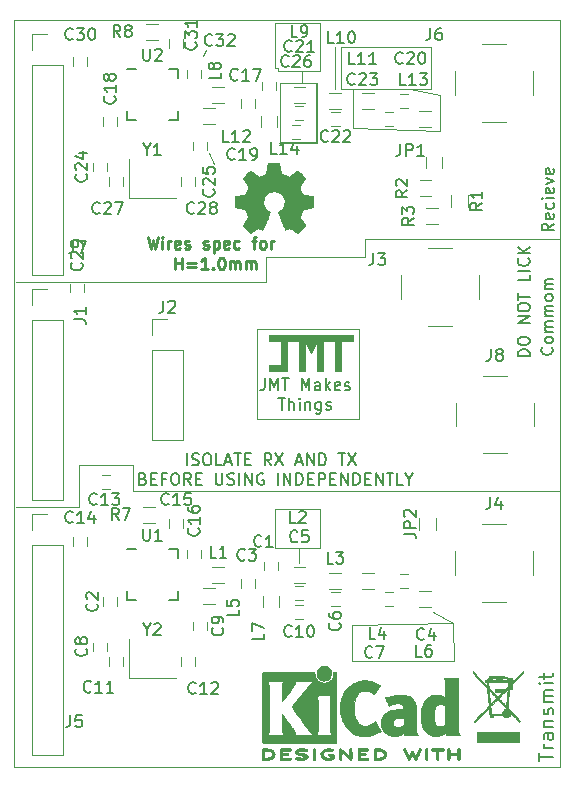
<source format=gbr>
%TF.GenerationSoftware,KiCad,Pcbnew,(5.1.5)-3*%
%TF.CreationDate,2020-04-11T16:30:29+01:00*%
%TF.ProjectId,EPCTest2,45504354-6573-4743-922e-6b696361645f,rev?*%
%TF.SameCoordinates,Original*%
%TF.FileFunction,Legend,Top*%
%TF.FilePolarity,Positive*%
%FSLAX46Y46*%
G04 Gerber Fmt 4.6, Leading zero omitted, Abs format (unit mm)*
G04 Created by KiCad (PCBNEW (5.1.5)-3) date 2020-04-11 16:30:29*
%MOMM*%
%LPD*%
G04 APERTURE LIST*
%ADD10C,0.150000*%
%ADD11C,0.120000*%
%ADD12C,0.100000*%
%ADD13C,0.250000*%
%TA.AperFunction,Profile*%
%ADD14C,0.100000*%
%TD*%
%ADD15C,0.010000*%
G04 APERTURE END LIST*
D10*
X67921619Y-95147380D02*
X67921619Y-95861666D01*
X67874000Y-96004523D01*
X67778761Y-96099761D01*
X67635904Y-96147380D01*
X67540666Y-96147380D01*
X68397809Y-96147380D02*
X68397809Y-95147380D01*
X68731142Y-95861666D01*
X69064476Y-95147380D01*
X69064476Y-96147380D01*
X69397809Y-95147380D02*
X69969238Y-95147380D01*
X69683523Y-96147380D02*
X69683523Y-95147380D01*
X71064476Y-96147380D02*
X71064476Y-95147380D01*
X71397809Y-95861666D01*
X71731142Y-95147380D01*
X71731142Y-96147380D01*
X72635904Y-96147380D02*
X72635904Y-95623571D01*
X72588285Y-95528333D01*
X72493047Y-95480714D01*
X72302571Y-95480714D01*
X72207333Y-95528333D01*
X72635904Y-96099761D02*
X72540666Y-96147380D01*
X72302571Y-96147380D01*
X72207333Y-96099761D01*
X72159714Y-96004523D01*
X72159714Y-95909285D01*
X72207333Y-95814047D01*
X72302571Y-95766428D01*
X72540666Y-95766428D01*
X72635904Y-95718809D01*
X73112095Y-96147380D02*
X73112095Y-95147380D01*
X73207333Y-95766428D02*
X73493047Y-96147380D01*
X73493047Y-95480714D02*
X73112095Y-95861666D01*
X74302571Y-96099761D02*
X74207333Y-96147380D01*
X74016857Y-96147380D01*
X73921619Y-96099761D01*
X73874000Y-96004523D01*
X73874000Y-95623571D01*
X73921619Y-95528333D01*
X74016857Y-95480714D01*
X74207333Y-95480714D01*
X74302571Y-95528333D01*
X74350190Y-95623571D01*
X74350190Y-95718809D01*
X73874000Y-95814047D01*
X74731142Y-96099761D02*
X74826380Y-96147380D01*
X75016857Y-96147380D01*
X75112095Y-96099761D01*
X75159714Y-96004523D01*
X75159714Y-95956904D01*
X75112095Y-95861666D01*
X75016857Y-95814047D01*
X74874000Y-95814047D01*
X74778761Y-95766428D01*
X74731142Y-95671190D01*
X74731142Y-95623571D01*
X74778761Y-95528333D01*
X74874000Y-95480714D01*
X75016857Y-95480714D01*
X75112095Y-95528333D01*
X69088285Y-96797380D02*
X69659714Y-96797380D01*
X69374000Y-97797380D02*
X69374000Y-96797380D01*
X69993047Y-97797380D02*
X69993047Y-96797380D01*
X70421619Y-97797380D02*
X70421619Y-97273571D01*
X70374000Y-97178333D01*
X70278761Y-97130714D01*
X70135904Y-97130714D01*
X70040666Y-97178333D01*
X69993047Y-97225952D01*
X70897809Y-97797380D02*
X70897809Y-97130714D01*
X70897809Y-96797380D02*
X70850190Y-96845000D01*
X70897809Y-96892619D01*
X70945428Y-96845000D01*
X70897809Y-96797380D01*
X70897809Y-96892619D01*
X71374000Y-97130714D02*
X71374000Y-97797380D01*
X71374000Y-97225952D02*
X71421619Y-97178333D01*
X71516857Y-97130714D01*
X71659714Y-97130714D01*
X71754952Y-97178333D01*
X71802571Y-97273571D01*
X71802571Y-97797380D01*
X72707333Y-97130714D02*
X72707333Y-97940238D01*
X72659714Y-98035476D01*
X72612095Y-98083095D01*
X72516857Y-98130714D01*
X72374000Y-98130714D01*
X72278761Y-98083095D01*
X72707333Y-97749761D02*
X72612095Y-97797380D01*
X72421619Y-97797380D01*
X72326380Y-97749761D01*
X72278761Y-97702142D01*
X72231142Y-97606904D01*
X72231142Y-97321190D01*
X72278761Y-97225952D01*
X72326380Y-97178333D01*
X72421619Y-97130714D01*
X72612095Y-97130714D01*
X72707333Y-97178333D01*
X73135904Y-97749761D02*
X73231142Y-97797380D01*
X73421619Y-97797380D01*
X73516857Y-97749761D01*
X73564476Y-97654523D01*
X73564476Y-97606904D01*
X73516857Y-97511666D01*
X73421619Y-97464047D01*
X73278761Y-97464047D01*
X73183523Y-97416428D01*
X73135904Y-97321190D01*
X73135904Y-97273571D01*
X73183523Y-97178333D01*
X73278761Y-97130714D01*
X73421619Y-97130714D01*
X73516857Y-97178333D01*
D11*
X75946000Y-98552000D02*
X75946000Y-90932000D01*
X75946000Y-90932000D02*
X67310000Y-90932000D01*
D12*
G36*
X70866000Y-91948000D02*
G01*
X69850000Y-91948000D01*
X69850000Y-94488000D01*
X68326000Y-94488000D01*
X68326000Y-93980000D01*
X69342000Y-93980000D01*
X69342000Y-91948000D01*
X68326000Y-91948000D01*
X68326000Y-91440000D01*
X70866000Y-91440000D01*
X70866000Y-91948000D01*
G37*
X70866000Y-91948000D02*
X69850000Y-91948000D01*
X69850000Y-94488000D01*
X68326000Y-94488000D01*
X68326000Y-93980000D01*
X69342000Y-93980000D01*
X69342000Y-91948000D01*
X68326000Y-91948000D01*
X68326000Y-91440000D01*
X70866000Y-91440000D01*
X70866000Y-91948000D01*
D11*
X67310000Y-90932000D02*
X67310000Y-98552000D01*
D12*
G36*
X72898000Y-94488000D02*
G01*
X72390000Y-94488000D01*
X72390000Y-91948000D01*
X71882000Y-92964000D01*
X71374000Y-91948000D01*
X71374000Y-94488000D01*
X70866000Y-94488000D01*
X70866000Y-91440000D01*
X72898000Y-91440000D01*
X72898000Y-94488000D01*
G37*
X72898000Y-94488000D02*
X72390000Y-94488000D01*
X72390000Y-91948000D01*
X71882000Y-92964000D01*
X71374000Y-91948000D01*
X71374000Y-94488000D01*
X70866000Y-94488000D01*
X70866000Y-91440000D01*
X72898000Y-91440000D01*
X72898000Y-94488000D01*
G36*
X75438000Y-91948000D02*
G01*
X74422000Y-91948000D01*
X74422000Y-94488000D01*
X73914000Y-94488000D01*
X73914000Y-91948000D01*
X72898000Y-91948000D01*
X72898000Y-91440000D01*
X75438000Y-91440000D01*
X75438000Y-91948000D01*
G37*
X75438000Y-91948000D02*
X74422000Y-91948000D01*
X74422000Y-94488000D01*
X73914000Y-94488000D01*
X73914000Y-91948000D01*
X72898000Y-91948000D01*
X72898000Y-91440000D01*
X75438000Y-91440000D01*
X75438000Y-91948000D01*
D11*
X67310000Y-98552000D02*
X75946000Y-98552000D01*
D10*
X61357809Y-102497380D02*
X61357809Y-101497380D01*
X61786380Y-102449761D02*
X61929238Y-102497380D01*
X62167333Y-102497380D01*
X62262571Y-102449761D01*
X62310190Y-102402142D01*
X62357809Y-102306904D01*
X62357809Y-102211666D01*
X62310190Y-102116428D01*
X62262571Y-102068809D01*
X62167333Y-102021190D01*
X61976857Y-101973571D01*
X61881619Y-101925952D01*
X61834000Y-101878333D01*
X61786380Y-101783095D01*
X61786380Y-101687857D01*
X61834000Y-101592619D01*
X61881619Y-101545000D01*
X61976857Y-101497380D01*
X62214952Y-101497380D01*
X62357809Y-101545000D01*
X62976857Y-101497380D02*
X63167333Y-101497380D01*
X63262571Y-101545000D01*
X63357809Y-101640238D01*
X63405428Y-101830714D01*
X63405428Y-102164047D01*
X63357809Y-102354523D01*
X63262571Y-102449761D01*
X63167333Y-102497380D01*
X62976857Y-102497380D01*
X62881619Y-102449761D01*
X62786380Y-102354523D01*
X62738761Y-102164047D01*
X62738761Y-101830714D01*
X62786380Y-101640238D01*
X62881619Y-101545000D01*
X62976857Y-101497380D01*
X64310190Y-102497380D02*
X63834000Y-102497380D01*
X63834000Y-101497380D01*
X64595904Y-102211666D02*
X65072095Y-102211666D01*
X64500666Y-102497380D02*
X64834000Y-101497380D01*
X65167333Y-102497380D01*
X65357809Y-101497380D02*
X65929238Y-101497380D01*
X65643523Y-102497380D02*
X65643523Y-101497380D01*
X66262571Y-101973571D02*
X66595904Y-101973571D01*
X66738761Y-102497380D02*
X66262571Y-102497380D01*
X66262571Y-101497380D01*
X66738761Y-101497380D01*
X68500666Y-102497380D02*
X68167333Y-102021190D01*
X67929238Y-102497380D02*
X67929238Y-101497380D01*
X68310190Y-101497380D01*
X68405428Y-101545000D01*
X68453047Y-101592619D01*
X68500666Y-101687857D01*
X68500666Y-101830714D01*
X68453047Y-101925952D01*
X68405428Y-101973571D01*
X68310190Y-102021190D01*
X67929238Y-102021190D01*
X68834000Y-101497380D02*
X69500666Y-102497380D01*
X69500666Y-101497380D02*
X68834000Y-102497380D01*
X70595904Y-102211666D02*
X71072095Y-102211666D01*
X70500666Y-102497380D02*
X70834000Y-101497380D01*
X71167333Y-102497380D01*
X71500666Y-102497380D02*
X71500666Y-101497380D01*
X72072095Y-102497380D01*
X72072095Y-101497380D01*
X72548285Y-102497380D02*
X72548285Y-101497380D01*
X72786380Y-101497380D01*
X72929238Y-101545000D01*
X73024476Y-101640238D01*
X73072095Y-101735476D01*
X73119714Y-101925952D01*
X73119714Y-102068809D01*
X73072095Y-102259285D01*
X73024476Y-102354523D01*
X72929238Y-102449761D01*
X72786380Y-102497380D01*
X72548285Y-102497380D01*
X74167333Y-101497380D02*
X74738761Y-101497380D01*
X74453047Y-102497380D02*
X74453047Y-101497380D01*
X74976857Y-101497380D02*
X75643523Y-102497380D01*
X75643523Y-101497380D02*
X74976857Y-102497380D01*
X57643523Y-103623571D02*
X57786380Y-103671190D01*
X57834000Y-103718809D01*
X57881619Y-103814047D01*
X57881619Y-103956904D01*
X57834000Y-104052142D01*
X57786380Y-104099761D01*
X57691142Y-104147380D01*
X57310190Y-104147380D01*
X57310190Y-103147380D01*
X57643523Y-103147380D01*
X57738761Y-103195000D01*
X57786380Y-103242619D01*
X57834000Y-103337857D01*
X57834000Y-103433095D01*
X57786380Y-103528333D01*
X57738761Y-103575952D01*
X57643523Y-103623571D01*
X57310190Y-103623571D01*
X58310190Y-103623571D02*
X58643523Y-103623571D01*
X58786380Y-104147380D02*
X58310190Y-104147380D01*
X58310190Y-103147380D01*
X58786380Y-103147380D01*
X59548285Y-103623571D02*
X59214952Y-103623571D01*
X59214952Y-104147380D02*
X59214952Y-103147380D01*
X59691142Y-103147380D01*
X60262571Y-103147380D02*
X60453047Y-103147380D01*
X60548285Y-103195000D01*
X60643523Y-103290238D01*
X60691142Y-103480714D01*
X60691142Y-103814047D01*
X60643523Y-104004523D01*
X60548285Y-104099761D01*
X60453047Y-104147380D01*
X60262571Y-104147380D01*
X60167333Y-104099761D01*
X60072095Y-104004523D01*
X60024476Y-103814047D01*
X60024476Y-103480714D01*
X60072095Y-103290238D01*
X60167333Y-103195000D01*
X60262571Y-103147380D01*
X61691142Y-104147380D02*
X61357809Y-103671190D01*
X61119714Y-104147380D02*
X61119714Y-103147380D01*
X61500666Y-103147380D01*
X61595904Y-103195000D01*
X61643523Y-103242619D01*
X61691142Y-103337857D01*
X61691142Y-103480714D01*
X61643523Y-103575952D01*
X61595904Y-103623571D01*
X61500666Y-103671190D01*
X61119714Y-103671190D01*
X62119714Y-103623571D02*
X62453047Y-103623571D01*
X62595904Y-104147380D02*
X62119714Y-104147380D01*
X62119714Y-103147380D01*
X62595904Y-103147380D01*
X63786380Y-103147380D02*
X63786380Y-103956904D01*
X63834000Y-104052142D01*
X63881619Y-104099761D01*
X63976857Y-104147380D01*
X64167333Y-104147380D01*
X64262571Y-104099761D01*
X64310190Y-104052142D01*
X64357809Y-103956904D01*
X64357809Y-103147380D01*
X64786380Y-104099761D02*
X64929238Y-104147380D01*
X65167333Y-104147380D01*
X65262571Y-104099761D01*
X65310190Y-104052142D01*
X65357809Y-103956904D01*
X65357809Y-103861666D01*
X65310190Y-103766428D01*
X65262571Y-103718809D01*
X65167333Y-103671190D01*
X64976857Y-103623571D01*
X64881619Y-103575952D01*
X64834000Y-103528333D01*
X64786380Y-103433095D01*
X64786380Y-103337857D01*
X64834000Y-103242619D01*
X64881619Y-103195000D01*
X64976857Y-103147380D01*
X65214952Y-103147380D01*
X65357809Y-103195000D01*
X65786380Y-104147380D02*
X65786380Y-103147380D01*
X66262571Y-104147380D02*
X66262571Y-103147380D01*
X66834000Y-104147380D01*
X66834000Y-103147380D01*
X67834000Y-103195000D02*
X67738761Y-103147380D01*
X67595904Y-103147380D01*
X67453047Y-103195000D01*
X67357809Y-103290238D01*
X67310190Y-103385476D01*
X67262571Y-103575952D01*
X67262571Y-103718809D01*
X67310190Y-103909285D01*
X67357809Y-104004523D01*
X67453047Y-104099761D01*
X67595904Y-104147380D01*
X67691142Y-104147380D01*
X67834000Y-104099761D01*
X67881619Y-104052142D01*
X67881619Y-103718809D01*
X67691142Y-103718809D01*
X69072095Y-104147380D02*
X69072095Y-103147380D01*
X69548285Y-104147380D02*
X69548285Y-103147380D01*
X70119714Y-104147380D01*
X70119714Y-103147380D01*
X70595904Y-104147380D02*
X70595904Y-103147380D01*
X70834000Y-103147380D01*
X70976857Y-103195000D01*
X71072095Y-103290238D01*
X71119714Y-103385476D01*
X71167333Y-103575952D01*
X71167333Y-103718809D01*
X71119714Y-103909285D01*
X71072095Y-104004523D01*
X70976857Y-104099761D01*
X70834000Y-104147380D01*
X70595904Y-104147380D01*
X71595904Y-103623571D02*
X71929238Y-103623571D01*
X72072095Y-104147380D02*
X71595904Y-104147380D01*
X71595904Y-103147380D01*
X72072095Y-103147380D01*
X72500666Y-104147380D02*
X72500666Y-103147380D01*
X72881619Y-103147380D01*
X72976857Y-103195000D01*
X73024476Y-103242619D01*
X73072095Y-103337857D01*
X73072095Y-103480714D01*
X73024476Y-103575952D01*
X72976857Y-103623571D01*
X72881619Y-103671190D01*
X72500666Y-103671190D01*
X73500666Y-103623571D02*
X73834000Y-103623571D01*
X73976857Y-104147380D02*
X73500666Y-104147380D01*
X73500666Y-103147380D01*
X73976857Y-103147380D01*
X74405428Y-104147380D02*
X74405428Y-103147380D01*
X74976857Y-104147380D01*
X74976857Y-103147380D01*
X75453047Y-104147380D02*
X75453047Y-103147380D01*
X75691142Y-103147380D01*
X75834000Y-103195000D01*
X75929238Y-103290238D01*
X75976857Y-103385476D01*
X76024476Y-103575952D01*
X76024476Y-103718809D01*
X75976857Y-103909285D01*
X75929238Y-104004523D01*
X75834000Y-104099761D01*
X75691142Y-104147380D01*
X75453047Y-104147380D01*
X76453047Y-103623571D02*
X76786380Y-103623571D01*
X76929238Y-104147380D02*
X76453047Y-104147380D01*
X76453047Y-103147380D01*
X76929238Y-103147380D01*
X77357809Y-104147380D02*
X77357809Y-103147380D01*
X77929238Y-104147380D01*
X77929238Y-103147380D01*
X78262571Y-103147380D02*
X78834000Y-103147380D01*
X78548285Y-104147380D02*
X78548285Y-103147380D01*
X79643523Y-104147380D02*
X79167333Y-104147380D01*
X79167333Y-103147380D01*
X80167333Y-103671190D02*
X80167333Y-104147380D01*
X79834000Y-103147380D02*
X80167333Y-103671190D01*
X80500666Y-103147380D01*
X92254342Y-92511238D02*
X92301961Y-92558857D01*
X92349580Y-92701714D01*
X92349580Y-92796952D01*
X92301961Y-92939809D01*
X92206723Y-93035047D01*
X92111485Y-93082666D01*
X91921009Y-93130285D01*
X91778152Y-93130285D01*
X91587676Y-93082666D01*
X91492438Y-93035047D01*
X91397200Y-92939809D01*
X91349580Y-92796952D01*
X91349580Y-92701714D01*
X91397200Y-92558857D01*
X91444819Y-92511238D01*
X92349580Y-91939809D02*
X92301961Y-92035047D01*
X92254342Y-92082666D01*
X92159104Y-92130285D01*
X91873390Y-92130285D01*
X91778152Y-92082666D01*
X91730533Y-92035047D01*
X91682914Y-91939809D01*
X91682914Y-91796952D01*
X91730533Y-91701714D01*
X91778152Y-91654095D01*
X91873390Y-91606476D01*
X92159104Y-91606476D01*
X92254342Y-91654095D01*
X92301961Y-91701714D01*
X92349580Y-91796952D01*
X92349580Y-91939809D01*
X92349580Y-91177904D02*
X91682914Y-91177904D01*
X91778152Y-91177904D02*
X91730533Y-91130285D01*
X91682914Y-91035047D01*
X91682914Y-90892190D01*
X91730533Y-90796952D01*
X91825771Y-90749333D01*
X92349580Y-90749333D01*
X91825771Y-90749333D02*
X91730533Y-90701714D01*
X91682914Y-90606476D01*
X91682914Y-90463619D01*
X91730533Y-90368380D01*
X91825771Y-90320761D01*
X92349580Y-90320761D01*
X92349580Y-89844571D02*
X91682914Y-89844571D01*
X91778152Y-89844571D02*
X91730533Y-89796952D01*
X91682914Y-89701714D01*
X91682914Y-89558857D01*
X91730533Y-89463619D01*
X91825771Y-89416000D01*
X92349580Y-89416000D01*
X91825771Y-89416000D02*
X91730533Y-89368380D01*
X91682914Y-89273142D01*
X91682914Y-89130285D01*
X91730533Y-89035047D01*
X91825771Y-88987428D01*
X92349580Y-88987428D01*
X92349580Y-88368380D02*
X92301961Y-88463619D01*
X92254342Y-88511238D01*
X92159104Y-88558857D01*
X91873390Y-88558857D01*
X91778152Y-88511238D01*
X91730533Y-88463619D01*
X91682914Y-88368380D01*
X91682914Y-88225523D01*
X91730533Y-88130285D01*
X91778152Y-88082666D01*
X91873390Y-88035047D01*
X92159104Y-88035047D01*
X92254342Y-88082666D01*
X92301961Y-88130285D01*
X92349580Y-88225523D01*
X92349580Y-88368380D01*
X92349580Y-87606476D02*
X91682914Y-87606476D01*
X91778152Y-87606476D02*
X91730533Y-87558857D01*
X91682914Y-87463619D01*
X91682914Y-87320761D01*
X91730533Y-87225523D01*
X91825771Y-87177904D01*
X92349580Y-87177904D01*
X91825771Y-87177904D02*
X91730533Y-87130285D01*
X91682914Y-87035047D01*
X91682914Y-86892190D01*
X91730533Y-86796952D01*
X91825771Y-86749333D01*
X92349580Y-86749333D01*
X92400380Y-82033809D02*
X91924190Y-82367142D01*
X92400380Y-82605238D02*
X91400380Y-82605238D01*
X91400380Y-82224285D01*
X91448000Y-82129047D01*
X91495619Y-82081428D01*
X91590857Y-82033809D01*
X91733714Y-82033809D01*
X91828952Y-82081428D01*
X91876571Y-82129047D01*
X91924190Y-82224285D01*
X91924190Y-82605238D01*
X92352761Y-81224285D02*
X92400380Y-81319523D01*
X92400380Y-81510000D01*
X92352761Y-81605238D01*
X92257523Y-81652857D01*
X91876571Y-81652857D01*
X91781333Y-81605238D01*
X91733714Y-81510000D01*
X91733714Y-81319523D01*
X91781333Y-81224285D01*
X91876571Y-81176666D01*
X91971809Y-81176666D01*
X92067047Y-81652857D01*
X92352761Y-80319523D02*
X92400380Y-80414761D01*
X92400380Y-80605238D01*
X92352761Y-80700476D01*
X92305142Y-80748095D01*
X92209904Y-80795714D01*
X91924190Y-80795714D01*
X91828952Y-80748095D01*
X91781333Y-80700476D01*
X91733714Y-80605238D01*
X91733714Y-80414761D01*
X91781333Y-80319523D01*
X92400380Y-79890952D02*
X91733714Y-79890952D01*
X91400380Y-79890952D02*
X91448000Y-79938571D01*
X91495619Y-79890952D01*
X91448000Y-79843333D01*
X91400380Y-79890952D01*
X91495619Y-79890952D01*
X92352761Y-79033809D02*
X92400380Y-79129047D01*
X92400380Y-79319523D01*
X92352761Y-79414761D01*
X92257523Y-79462380D01*
X91876571Y-79462380D01*
X91781333Y-79414761D01*
X91733714Y-79319523D01*
X91733714Y-79129047D01*
X91781333Y-79033809D01*
X91876571Y-78986190D01*
X91971809Y-78986190D01*
X92067047Y-79462380D01*
X91733714Y-78652857D02*
X92400380Y-78414761D01*
X91733714Y-78176666D01*
X92352761Y-77414761D02*
X92400380Y-77510000D01*
X92400380Y-77700476D01*
X92352761Y-77795714D01*
X92257523Y-77843333D01*
X91876571Y-77843333D01*
X91781333Y-77795714D01*
X91733714Y-77700476D01*
X91733714Y-77510000D01*
X91781333Y-77414761D01*
X91876571Y-77367142D01*
X91971809Y-77367142D01*
X92067047Y-77843333D01*
D11*
X76454000Y-83312000D02*
X92837000Y-83312000D01*
X76454000Y-84836000D02*
X76454000Y-83312000D01*
X68072000Y-84836000D02*
X76454000Y-84836000D01*
X68072000Y-86995000D02*
X68072000Y-84836000D01*
X46863000Y-86995000D02*
X68072000Y-86995000D01*
D10*
X91163857Y-127539285D02*
X91163857Y-126853571D01*
X92363857Y-127196428D02*
X91163857Y-127196428D01*
X92363857Y-126453571D02*
X91563857Y-126453571D01*
X91792428Y-126453571D02*
X91678142Y-126396428D01*
X91621000Y-126339285D01*
X91563857Y-126225000D01*
X91563857Y-126110714D01*
X92363857Y-125196428D02*
X91735285Y-125196428D01*
X91621000Y-125253571D01*
X91563857Y-125367857D01*
X91563857Y-125596428D01*
X91621000Y-125710714D01*
X92306714Y-125196428D02*
X92363857Y-125310714D01*
X92363857Y-125596428D01*
X92306714Y-125710714D01*
X92192428Y-125767857D01*
X92078142Y-125767857D01*
X91963857Y-125710714D01*
X91906714Y-125596428D01*
X91906714Y-125310714D01*
X91849571Y-125196428D01*
X91563857Y-124625000D02*
X92363857Y-124625000D01*
X91678142Y-124625000D02*
X91621000Y-124567857D01*
X91563857Y-124453571D01*
X91563857Y-124282142D01*
X91621000Y-124167857D01*
X91735285Y-124110714D01*
X92363857Y-124110714D01*
X92306714Y-123596428D02*
X92363857Y-123482142D01*
X92363857Y-123253571D01*
X92306714Y-123139285D01*
X92192428Y-123082142D01*
X92135285Y-123082142D01*
X92021000Y-123139285D01*
X91963857Y-123253571D01*
X91963857Y-123425000D01*
X91906714Y-123539285D01*
X91792428Y-123596428D01*
X91735285Y-123596428D01*
X91621000Y-123539285D01*
X91563857Y-123425000D01*
X91563857Y-123253571D01*
X91621000Y-123139285D01*
X92363857Y-122567857D02*
X91563857Y-122567857D01*
X91678142Y-122567857D02*
X91621000Y-122510714D01*
X91563857Y-122396428D01*
X91563857Y-122225000D01*
X91621000Y-122110714D01*
X91735285Y-122053571D01*
X92363857Y-122053571D01*
X91735285Y-122053571D02*
X91621000Y-121996428D01*
X91563857Y-121882142D01*
X91563857Y-121710714D01*
X91621000Y-121596428D01*
X91735285Y-121539285D01*
X92363857Y-121539285D01*
X92363857Y-120967857D02*
X91563857Y-120967857D01*
X91163857Y-120967857D02*
X91221000Y-121025000D01*
X91278142Y-120967857D01*
X91221000Y-120910714D01*
X91163857Y-120967857D01*
X91278142Y-120967857D01*
X91563857Y-120567857D02*
X91563857Y-120110714D01*
X91163857Y-120396428D02*
X92192428Y-120396428D01*
X92306714Y-120339285D01*
X92363857Y-120225000D01*
X92363857Y-120110714D01*
D11*
X78613000Y-104648000D02*
X92837000Y-104648000D01*
X56769000Y-104648000D02*
X78613000Y-104648000D01*
X56769000Y-102489000D02*
X56769000Y-104648000D01*
X52197000Y-102489000D02*
X56769000Y-102489000D01*
X52197000Y-106045000D02*
X52197000Y-102489000D01*
X46863000Y-106045000D02*
X52197000Y-106045000D01*
X69088000Y-68834000D02*
X68834000Y-68834000D01*
X69088000Y-69088000D02*
X69088000Y-68834000D01*
X70866000Y-109474000D02*
X70866000Y-110744000D01*
X72644000Y-106172000D02*
X68834000Y-106172000D01*
X72644000Y-109474000D02*
X72644000Y-106172000D01*
X68834000Y-109474000D02*
X72644000Y-109474000D01*
X68834000Y-106172000D02*
X68834000Y-109474000D01*
X83883500Y-115887500D02*
X82169000Y-114935000D01*
X83883500Y-115887500D02*
X75311000Y-116014500D01*
X83947000Y-119062500D02*
X83883500Y-115887500D01*
X75311000Y-119062500D02*
X83947000Y-119062500D01*
X75311000Y-116014500D02*
X75311000Y-119062500D01*
X63627000Y-76962000D02*
X63246000Y-76073000D01*
X62992000Y-67310000D02*
X62738000Y-67818000D01*
D13*
X58039714Y-83159380D02*
X58277809Y-84159380D01*
X58468285Y-83445095D01*
X58658761Y-84159380D01*
X58896857Y-83159380D01*
X59277809Y-84159380D02*
X59277809Y-83492714D01*
X59277809Y-83159380D02*
X59230190Y-83207000D01*
X59277809Y-83254619D01*
X59325428Y-83207000D01*
X59277809Y-83159380D01*
X59277809Y-83254619D01*
X59754000Y-84159380D02*
X59754000Y-83492714D01*
X59754000Y-83683190D02*
X59801619Y-83587952D01*
X59849238Y-83540333D01*
X59944476Y-83492714D01*
X60039714Y-83492714D01*
X60754000Y-84111761D02*
X60658761Y-84159380D01*
X60468285Y-84159380D01*
X60373047Y-84111761D01*
X60325428Y-84016523D01*
X60325428Y-83635571D01*
X60373047Y-83540333D01*
X60468285Y-83492714D01*
X60658761Y-83492714D01*
X60754000Y-83540333D01*
X60801619Y-83635571D01*
X60801619Y-83730809D01*
X60325428Y-83826047D01*
X61182571Y-84111761D02*
X61277809Y-84159380D01*
X61468285Y-84159380D01*
X61563523Y-84111761D01*
X61611142Y-84016523D01*
X61611142Y-83968904D01*
X61563523Y-83873666D01*
X61468285Y-83826047D01*
X61325428Y-83826047D01*
X61230190Y-83778428D01*
X61182571Y-83683190D01*
X61182571Y-83635571D01*
X61230190Y-83540333D01*
X61325428Y-83492714D01*
X61468285Y-83492714D01*
X61563523Y-83540333D01*
X62754000Y-84111761D02*
X62849238Y-84159380D01*
X63039714Y-84159380D01*
X63134952Y-84111761D01*
X63182571Y-84016523D01*
X63182571Y-83968904D01*
X63134952Y-83873666D01*
X63039714Y-83826047D01*
X62896857Y-83826047D01*
X62801619Y-83778428D01*
X62754000Y-83683190D01*
X62754000Y-83635571D01*
X62801619Y-83540333D01*
X62896857Y-83492714D01*
X63039714Y-83492714D01*
X63134952Y-83540333D01*
X63611142Y-83492714D02*
X63611142Y-84492714D01*
X63611142Y-83540333D02*
X63706380Y-83492714D01*
X63896857Y-83492714D01*
X63992095Y-83540333D01*
X64039714Y-83587952D01*
X64087333Y-83683190D01*
X64087333Y-83968904D01*
X64039714Y-84064142D01*
X63992095Y-84111761D01*
X63896857Y-84159380D01*
X63706380Y-84159380D01*
X63611142Y-84111761D01*
X64896857Y-84111761D02*
X64801619Y-84159380D01*
X64611142Y-84159380D01*
X64515904Y-84111761D01*
X64468285Y-84016523D01*
X64468285Y-83635571D01*
X64515904Y-83540333D01*
X64611142Y-83492714D01*
X64801619Y-83492714D01*
X64896857Y-83540333D01*
X64944476Y-83635571D01*
X64944476Y-83730809D01*
X64468285Y-83826047D01*
X65801619Y-84111761D02*
X65706380Y-84159380D01*
X65515904Y-84159380D01*
X65420666Y-84111761D01*
X65373047Y-84064142D01*
X65325428Y-83968904D01*
X65325428Y-83683190D01*
X65373047Y-83587952D01*
X65420666Y-83540333D01*
X65515904Y-83492714D01*
X65706380Y-83492714D01*
X65801619Y-83540333D01*
X66849238Y-83492714D02*
X67230190Y-83492714D01*
X66992095Y-84159380D02*
X66992095Y-83302238D01*
X67039714Y-83207000D01*
X67134952Y-83159380D01*
X67230190Y-83159380D01*
X67706380Y-84159380D02*
X67611142Y-84111761D01*
X67563523Y-84064142D01*
X67515904Y-83968904D01*
X67515904Y-83683190D01*
X67563523Y-83587952D01*
X67611142Y-83540333D01*
X67706380Y-83492714D01*
X67849238Y-83492714D01*
X67944476Y-83540333D01*
X67992095Y-83587952D01*
X68039714Y-83683190D01*
X68039714Y-83968904D01*
X67992095Y-84064142D01*
X67944476Y-84111761D01*
X67849238Y-84159380D01*
X67706380Y-84159380D01*
X68468285Y-84159380D02*
X68468285Y-83492714D01*
X68468285Y-83683190D02*
X68515904Y-83587952D01*
X68563523Y-83540333D01*
X68658761Y-83492714D01*
X68754000Y-83492714D01*
X60325428Y-85909380D02*
X60325428Y-84909380D01*
X60325428Y-85385571D02*
X60896857Y-85385571D01*
X60896857Y-85909380D02*
X60896857Y-84909380D01*
X61373047Y-85385571D02*
X62134952Y-85385571D01*
X62134952Y-85671285D02*
X61373047Y-85671285D01*
X63134952Y-85909380D02*
X62563523Y-85909380D01*
X62849238Y-85909380D02*
X62849238Y-84909380D01*
X62754000Y-85052238D01*
X62658761Y-85147476D01*
X62563523Y-85195095D01*
X63563523Y-85814142D02*
X63611142Y-85861761D01*
X63563523Y-85909380D01*
X63515904Y-85861761D01*
X63563523Y-85814142D01*
X63563523Y-85909380D01*
X64230190Y-84909380D02*
X64325428Y-84909380D01*
X64420666Y-84957000D01*
X64468285Y-85004619D01*
X64515904Y-85099857D01*
X64563523Y-85290333D01*
X64563523Y-85528428D01*
X64515904Y-85718904D01*
X64468285Y-85814142D01*
X64420666Y-85861761D01*
X64325428Y-85909380D01*
X64230190Y-85909380D01*
X64134952Y-85861761D01*
X64087333Y-85814142D01*
X64039714Y-85718904D01*
X63992095Y-85528428D01*
X63992095Y-85290333D01*
X64039714Y-85099857D01*
X64087333Y-85004619D01*
X64134952Y-84957000D01*
X64230190Y-84909380D01*
X64992095Y-85909380D02*
X64992095Y-85242714D01*
X64992095Y-85337952D02*
X65039714Y-85290333D01*
X65134952Y-85242714D01*
X65277809Y-85242714D01*
X65373047Y-85290333D01*
X65420666Y-85385571D01*
X65420666Y-85909380D01*
X65420666Y-85385571D02*
X65468285Y-85290333D01*
X65563523Y-85242714D01*
X65706380Y-85242714D01*
X65801619Y-85290333D01*
X65849238Y-85385571D01*
X65849238Y-85909380D01*
X66325428Y-85909380D02*
X66325428Y-85242714D01*
X66325428Y-85337952D02*
X66373047Y-85290333D01*
X66468285Y-85242714D01*
X66611142Y-85242714D01*
X66706380Y-85290333D01*
X66754000Y-85385571D01*
X66754000Y-85909380D01*
X66754000Y-85385571D02*
X66801619Y-85290333D01*
X66896857Y-85242714D01*
X67039714Y-85242714D01*
X67134952Y-85290333D01*
X67182571Y-85385571D01*
X67182571Y-85909380D01*
D11*
X75438000Y-70612000D02*
X75438000Y-71120000D01*
X75692000Y-70612000D02*
X75438000Y-70612000D01*
X80264000Y-70612000D02*
X75692000Y-70612000D01*
X82804000Y-71120000D02*
X80264000Y-70612000D01*
X82804000Y-74168000D02*
X82804000Y-71120000D01*
X75438000Y-73914000D02*
X82804000Y-74168000D01*
X75438000Y-70866000D02*
X75438000Y-73914000D01*
X74422000Y-67056000D02*
X74422000Y-67310000D01*
X82042000Y-67056000D02*
X74422000Y-67056000D01*
X82042000Y-70612000D02*
X82042000Y-67056000D01*
X74422000Y-70612000D02*
X82042000Y-70612000D01*
X74422000Y-67310000D02*
X74422000Y-70612000D01*
X73914000Y-67056000D02*
X73914000Y-70612000D01*
X71120000Y-69088000D02*
X71120000Y-70104000D01*
X72644000Y-69088000D02*
X72390000Y-69088000D01*
X72644000Y-65024000D02*
X72644000Y-69088000D01*
X68834000Y-65024000D02*
X72644000Y-65024000D01*
X68834000Y-68834000D02*
X68834000Y-65024000D01*
X72390000Y-69088000D02*
X69088000Y-69088000D01*
X69215000Y-70104000D02*
X72390000Y-70104000D01*
X69215000Y-75184000D02*
X69215000Y-70104000D01*
D10*
X72390000Y-75184000D02*
X72390000Y-70104000D01*
X69215000Y-75184000D02*
X72390000Y-75184000D01*
D14*
X92964000Y-64770000D02*
X92964000Y-128016000D01*
X46736000Y-64770000D02*
X92964000Y-64770000D01*
X46736000Y-128016000D02*
X46736000Y-64770000D01*
X92964000Y-128016000D02*
X46736000Y-128016000D01*
D11*
%TO.C,R1*%
X83749600Y-80611600D02*
X83749600Y-79611600D01*
X85109600Y-79611600D02*
X85109600Y-80611600D01*
%TO.C,R2*%
X81046000Y-78314000D02*
X82046000Y-78314000D01*
X82046000Y-79674000D02*
X81046000Y-79674000D01*
%TO.C,R3*%
X81604800Y-80701600D02*
X82604800Y-80701600D01*
X82604800Y-82061600D02*
X81604800Y-82061600D01*
%TO.C,J4*%
X86376000Y-107444000D02*
X88376000Y-107444000D01*
X86376000Y-114044000D02*
X88376000Y-114044000D01*
X90676000Y-109744000D02*
X90676000Y-111744000D01*
X84076000Y-109744000D02*
X84076000Y-111744000D01*
D15*
%TO.C, *%
G36*
X89441322Y-125953822D02*
G01*
X85920529Y-125953822D01*
X85920529Y-125086198D01*
X89441322Y-125086198D01*
X89441322Y-125953822D01*
G37*
X89441322Y-125953822D02*
X85920529Y-125953822D01*
X85920529Y-125086198D01*
X89441322Y-125086198D01*
X89441322Y-125953822D01*
G36*
X89817930Y-120000848D02*
G01*
X89817311Y-120087931D01*
X89365586Y-120546891D01*
X88913861Y-121005852D01*
X88913532Y-121216471D01*
X88913203Y-121427089D01*
X88638110Y-121427089D01*
X88631022Y-121480530D01*
X88628338Y-121504888D01*
X88623813Y-121550759D01*
X88617691Y-121615405D01*
X88610212Y-121696091D01*
X88601619Y-121790081D01*
X88592154Y-121894637D01*
X88582058Y-122007025D01*
X88571574Y-122124507D01*
X88560944Y-122244348D01*
X88550409Y-122363811D01*
X88540213Y-122480159D01*
X88530595Y-122590657D01*
X88521800Y-122692569D01*
X88514068Y-122783158D01*
X88507642Y-122859687D01*
X88502763Y-122919421D01*
X88499675Y-122959624D01*
X88498617Y-122977559D01*
X88498618Y-122977644D01*
X88506327Y-122992035D01*
X88529481Y-123021748D01*
X88568395Y-123067131D01*
X88623384Y-123128529D01*
X88694764Y-123206288D01*
X88782849Y-123300754D01*
X88887954Y-123412272D01*
X89010395Y-123541188D01*
X89044810Y-123577287D01*
X89590637Y-124149416D01*
X89502381Y-124237436D01*
X89430985Y-124159758D01*
X89404866Y-124131686D01*
X89364066Y-124088274D01*
X89311277Y-124032366D01*
X89249191Y-123966808D01*
X89180500Y-123894441D01*
X89107896Y-123818112D01*
X89064460Y-123772524D01*
X88982916Y-123687119D01*
X88917004Y-123618710D01*
X88865044Y-123566053D01*
X88825355Y-123527905D01*
X88796257Y-123503020D01*
X88776069Y-123490156D01*
X88763110Y-123488068D01*
X88755700Y-123495513D01*
X88752158Y-123511246D01*
X88750803Y-123534023D01*
X88750621Y-123540239D01*
X88741203Y-123583061D01*
X88717997Y-123634819D01*
X88685636Y-123687328D01*
X88648752Y-123732403D01*
X88633993Y-123746328D01*
X88558267Y-123795047D01*
X88469808Y-123822306D01*
X88391600Y-123828773D01*
X88302968Y-123816576D01*
X88221112Y-123780813D01*
X88148664Y-123722722D01*
X88135297Y-123708262D01*
X88086418Y-123652733D01*
X87240826Y-123652733D01*
X87240826Y-123828773D01*
X87014490Y-123828773D01*
X87014490Y-123746531D01*
X87011650Y-123690386D01*
X87002107Y-123651416D01*
X86990509Y-123630219D01*
X86982223Y-123615052D01*
X86975127Y-123593062D01*
X86968752Y-123560987D01*
X86962628Y-123515569D01*
X86956284Y-123453548D01*
X86949250Y-123371662D01*
X86944434Y-123310746D01*
X86922339Y-123025343D01*
X86379935Y-123574805D01*
X86281863Y-123674228D01*
X86187716Y-123769815D01*
X86099215Y-123859810D01*
X86018080Y-123942457D01*
X85946031Y-124016001D01*
X85884788Y-124078684D01*
X85836073Y-124128752D01*
X85801604Y-124164448D01*
X85783121Y-124183995D01*
X85752757Y-124214944D01*
X85727429Y-124236530D01*
X85713805Y-124243723D01*
X85696405Y-124235297D01*
X85671040Y-124214245D01*
X85662442Y-124205671D01*
X85625986Y-124167620D01*
X85826698Y-123963658D01*
X85877904Y-123911699D01*
X85943931Y-123844820D01*
X86021882Y-123765950D01*
X86108862Y-123678014D01*
X86201974Y-123583941D01*
X86298321Y-123486658D01*
X86395008Y-123389093D01*
X86464366Y-123319145D01*
X86569797Y-123212550D01*
X86658371Y-123122307D01*
X86731219Y-123047192D01*
X86789477Y-122985986D01*
X86834275Y-122937466D01*
X86856479Y-122912129D01*
X87034776Y-122912129D01*
X87057099Y-123197555D01*
X87063831Y-123281219D01*
X87070343Y-123357727D01*
X87076266Y-123423081D01*
X87081232Y-123473281D01*
X87084871Y-123504329D01*
X87086042Y-123511273D01*
X87092662Y-123539565D01*
X88042136Y-123539565D01*
X88048474Y-123460606D01*
X88067610Y-123367315D01*
X88107654Y-123284791D01*
X88166082Y-123216038D01*
X88240371Y-123164063D01*
X88323752Y-123132863D01*
X88350802Y-123118228D01*
X88364344Y-123086819D01*
X88364628Y-123085434D01*
X88366253Y-123072174D01*
X88364244Y-123058595D01*
X88356642Y-123042181D01*
X88341484Y-123020411D01*
X88316812Y-122990767D01*
X88280664Y-122950732D01*
X88231080Y-122897785D01*
X88166099Y-122829409D01*
X88161901Y-122825005D01*
X88092007Y-122751611D01*
X88017700Y-122673437D01*
X87944086Y-122595864D01*
X87876271Y-122524275D01*
X87819360Y-122464051D01*
X87806668Y-122450587D01*
X87758013Y-122399820D01*
X87714791Y-122356375D01*
X87680105Y-122323241D01*
X87657056Y-122303405D01*
X87649318Y-122299046D01*
X87637778Y-122308170D01*
X87610790Y-122333200D01*
X87570479Y-122372052D01*
X87518971Y-122422643D01*
X87458391Y-122482888D01*
X87390864Y-122550704D01*
X87335674Y-122606565D01*
X87034776Y-122912129D01*
X86856479Y-122912129D01*
X86866749Y-122900411D01*
X86888029Y-122873599D01*
X86899249Y-122855808D01*
X86901746Y-122847570D01*
X86900800Y-122829590D01*
X86897927Y-122788892D01*
X86893313Y-122727819D01*
X86887142Y-122648713D01*
X86879602Y-122553914D01*
X86870879Y-122445767D01*
X86861157Y-122326612D01*
X86850624Y-122198791D01*
X86842135Y-122096635D01*
X86794104Y-121520674D01*
X86917695Y-121520674D01*
X86918227Y-121533104D01*
X86920731Y-121568110D01*
X86925004Y-121623215D01*
X86930847Y-121695943D01*
X86938057Y-121783814D01*
X86946434Y-121884351D01*
X86955777Y-121995077D01*
X86964742Y-122100205D01*
X86974898Y-122219483D01*
X86984358Y-122332080D01*
X86992904Y-122435305D01*
X87000321Y-122526473D01*
X87006392Y-122602895D01*
X87010899Y-122661883D01*
X87013627Y-122700749D01*
X87014384Y-122715844D01*
X87015565Y-122725238D01*
X87020244Y-122728966D01*
X87030224Y-122725471D01*
X87047310Y-122713199D01*
X87073304Y-122690594D01*
X87110010Y-122656100D01*
X87159233Y-122608162D01*
X87222774Y-122545224D01*
X87290195Y-122477968D01*
X87565899Y-122202477D01*
X87563967Y-122200406D01*
X87746210Y-122200406D01*
X87754516Y-122211780D01*
X87777767Y-122238563D01*
X87813635Y-122278292D01*
X87859787Y-122328507D01*
X87913894Y-122386746D01*
X87973626Y-122450547D01*
X88036652Y-122517449D01*
X88100642Y-122584990D01*
X88163264Y-122650710D01*
X88222190Y-122712146D01*
X88275088Y-122766837D01*
X88319628Y-122812322D01*
X88353480Y-122846138D01*
X88374312Y-122865826D01*
X88379994Y-122869837D01*
X88381866Y-122856891D01*
X88385754Y-122821134D01*
X88391443Y-122764804D01*
X88398719Y-122690140D01*
X88407369Y-122599380D01*
X88417178Y-122494762D01*
X88427934Y-122378526D01*
X88439421Y-122252908D01*
X88448593Y-122151618D01*
X88460326Y-122020279D01*
X88471165Y-121896552D01*
X88480930Y-121782681D01*
X88489437Y-121680911D01*
X88496505Y-121593487D01*
X88501951Y-121522653D01*
X88505592Y-121470653D01*
X88507247Y-121439732D01*
X88507058Y-121431703D01*
X88497166Y-121438854D01*
X88471976Y-121461841D01*
X88433690Y-121498439D01*
X88384511Y-121546422D01*
X88326639Y-121603566D01*
X88262278Y-121667647D01*
X88193629Y-121736438D01*
X88122895Y-121807716D01*
X88052278Y-121879255D01*
X87983980Y-121948830D01*
X87920204Y-122014217D01*
X87863150Y-122073191D01*
X87815022Y-122123527D01*
X87778022Y-122162999D01*
X87754352Y-122189383D01*
X87746210Y-122200406D01*
X87563967Y-122200406D01*
X87463091Y-122092295D01*
X87410732Y-122036377D01*
X87351965Y-121973948D01*
X87289115Y-121907443D01*
X87224505Y-121839298D01*
X87160458Y-121771948D01*
X87099297Y-121707828D01*
X87043347Y-121649372D01*
X86994930Y-121599018D01*
X86956370Y-121559198D01*
X86929991Y-121532350D01*
X86918116Y-121520908D01*
X86917695Y-121520674D01*
X86794104Y-121520674D01*
X86782099Y-121376726D01*
X86181562Y-120745158D01*
X85581025Y-120113589D01*
X85581466Y-120025315D01*
X85581908Y-119937040D01*
X85678917Y-120040666D01*
X85733209Y-120098463D01*
X85797308Y-120166368D01*
X85869484Y-120242572D01*
X85948008Y-120325269D01*
X86031151Y-120412653D01*
X86117181Y-120502915D01*
X86204370Y-120594250D01*
X86290987Y-120684849D01*
X86375303Y-120772907D01*
X86455588Y-120856615D01*
X86530113Y-120934167D01*
X86597146Y-121003757D01*
X86654959Y-121063576D01*
X86701821Y-121111818D01*
X86736004Y-121146676D01*
X86755776Y-121166343D01*
X86760110Y-121170116D01*
X86760408Y-121156992D01*
X86758769Y-121123389D01*
X86755477Y-121073880D01*
X86750818Y-121013037D01*
X86748818Y-120988732D01*
X86733923Y-120810951D01*
X86850545Y-120810951D01*
X86856566Y-120839243D01*
X86859637Y-120861618D01*
X86863952Y-120903717D01*
X86869012Y-120960178D01*
X86874319Y-121025635D01*
X86876156Y-121049862D01*
X86881573Y-121119421D01*
X86887041Y-121184018D01*
X86892012Y-121237548D01*
X86895939Y-121273910D01*
X86896825Y-121280509D01*
X86900166Y-121294056D01*
X86907399Y-121309914D01*
X86920060Y-121329861D01*
X86939689Y-121355673D01*
X86967822Y-121389129D01*
X87005998Y-121432007D01*
X87055754Y-121486083D01*
X87118629Y-121553136D01*
X87196159Y-121634943D01*
X87275249Y-121717950D01*
X87353936Y-121800094D01*
X87427388Y-121876169D01*
X87493776Y-121944325D01*
X87551273Y-122002712D01*
X87598049Y-122049481D01*
X87632276Y-122082782D01*
X87652127Y-122100767D01*
X87656360Y-122103442D01*
X87667497Y-122093741D01*
X87693529Y-122068441D01*
X87731930Y-122030082D01*
X87780172Y-121981200D01*
X87835730Y-121924334D01*
X87875908Y-121882906D01*
X88085669Y-121666000D01*
X87467163Y-121666000D01*
X87467163Y-121427089D01*
X88221619Y-121427089D01*
X88221619Y-121533542D01*
X88359935Y-121395654D01*
X88458053Y-121297840D01*
X88649143Y-121297840D01*
X88650971Y-121313270D01*
X88660223Y-121321867D01*
X88682550Y-121325613D01*
X88723605Y-121326489D01*
X88730876Y-121326495D01*
X88812609Y-121326495D01*
X88812609Y-121107172D01*
X88730876Y-121188179D01*
X88684770Y-121237428D01*
X88657194Y-121275159D01*
X88649143Y-121297840D01*
X88458053Y-121297840D01*
X88498252Y-121257766D01*
X88498252Y-121134952D01*
X88498637Y-121078450D01*
X88500400Y-121042505D01*
X88504450Y-121022530D01*
X88511699Y-121013937D01*
X88522630Y-121012139D01*
X88534788Y-121009498D01*
X88543773Y-120998912D01*
X88550674Y-120976381D01*
X88556576Y-120937909D01*
X88562565Y-120879498D01*
X88564487Y-120858104D01*
X88568648Y-120810951D01*
X86850545Y-120810951D01*
X86733923Y-120810951D01*
X86574391Y-120810951D01*
X86574391Y-120697782D01*
X86642186Y-120697782D01*
X86681838Y-120696696D01*
X86703384Y-120691454D01*
X86706020Y-120688334D01*
X86844884Y-120688334D01*
X86852192Y-120695462D01*
X86877507Y-120697662D01*
X86894592Y-120697782D01*
X86951619Y-120697782D01*
X87164279Y-120697782D01*
X88578802Y-120697782D01*
X88530958Y-120648786D01*
X88456650Y-120588324D01*
X88364684Y-120541691D01*
X88253502Y-120508249D01*
X88143029Y-120489753D01*
X88070727Y-120481122D01*
X88070727Y-120572040D01*
X87492312Y-120572040D01*
X87492312Y-120468893D01*
X87407435Y-120477496D01*
X87348132Y-120484756D01*
X87284949Y-120494379D01*
X87247114Y-120501252D01*
X87171668Y-120516407D01*
X87167974Y-120607095D01*
X87164279Y-120697782D01*
X86951619Y-120697782D01*
X86951619Y-120647485D01*
X86949956Y-120615976D01*
X86945803Y-120598463D01*
X86944129Y-120597188D01*
X86925513Y-120605254D01*
X86898317Y-120624820D01*
X86871052Y-120648944D01*
X86852233Y-120670682D01*
X86850557Y-120673508D01*
X86844884Y-120688334D01*
X86706020Y-120688334D01*
X86713838Y-120679081D01*
X86718058Y-120665604D01*
X86735281Y-120630627D01*
X86768362Y-120588579D01*
X86811607Y-120545356D01*
X86859326Y-120506854D01*
X86890670Y-120486801D01*
X86926377Y-120464851D01*
X86944681Y-120446411D01*
X86951112Y-120424668D01*
X86951606Y-120411718D01*
X86951606Y-120408575D01*
X87592906Y-120408575D01*
X87592906Y-120471446D01*
X87970133Y-120471446D01*
X87970133Y-120408575D01*
X87592906Y-120408575D01*
X86951606Y-120408575D01*
X86951619Y-120370852D01*
X87057452Y-120370852D01*
X87106145Y-120372029D01*
X87144095Y-120375165D01*
X87165192Y-120379671D01*
X87167477Y-120381495D01*
X87180859Y-120384295D01*
X87213426Y-120383148D01*
X87259584Y-120378393D01*
X87291124Y-120374003D01*
X87348312Y-120365378D01*
X87400614Y-120357591D01*
X87439918Y-120351847D01*
X87451445Y-120350215D01*
X87481563Y-120340888D01*
X87492312Y-120326272D01*
X87495580Y-120320320D01*
X87507270Y-120315778D01*
X87530212Y-120312470D01*
X87567235Y-120310215D01*
X87621168Y-120308834D01*
X87694840Y-120308150D01*
X87781520Y-120307980D01*
X87874029Y-120308077D01*
X87944406Y-120308530D01*
X87995664Y-120309590D01*
X88030820Y-120311503D01*
X88052889Y-120314519D01*
X88064885Y-120318885D01*
X88069824Y-120324849D01*
X88070727Y-120331784D01*
X88078421Y-120353795D01*
X88103621Y-120366321D01*
X88149509Y-120370788D01*
X88157764Y-120370852D01*
X88235473Y-120378868D01*
X88323733Y-120400936D01*
X88414585Y-120434084D01*
X88500070Y-120475339D01*
X88572226Y-120521731D01*
X88581572Y-120529082D01*
X88612033Y-120552998D01*
X88630072Y-120562576D01*
X88642669Y-120559480D01*
X88655600Y-120546704D01*
X88693793Y-120521678D01*
X88743498Y-120512071D01*
X88797024Y-120517067D01*
X88846678Y-120535851D01*
X88884767Y-120567606D01*
X88887525Y-120571297D01*
X88916026Y-120630575D01*
X88921328Y-120691934D01*
X88904018Y-120750427D01*
X88864680Y-120801104D01*
X88859870Y-120805289D01*
X88831940Y-120825167D01*
X88803602Y-120833921D01*
X88763763Y-120834553D01*
X88753811Y-120833992D01*
X88714832Y-120832562D01*
X88694754Y-120835839D01*
X88687485Y-120845728D01*
X88686740Y-120854961D01*
X88685216Y-120881744D01*
X88681435Y-120922025D01*
X88678718Y-120946124D01*
X88674777Y-120984401D01*
X88676416Y-121003996D01*
X88685921Y-121011158D01*
X88702851Y-121012139D01*
X88712892Y-121008901D01*
X88729090Y-120998420D01*
X88752645Y-120979548D01*
X88784757Y-120951135D01*
X88826628Y-120912035D01*
X88879457Y-120861097D01*
X88944445Y-120797173D01*
X89022791Y-120719114D01*
X89115697Y-120625772D01*
X89224363Y-120515998D01*
X89276731Y-120462952D01*
X89818549Y-119913767D01*
X89817930Y-120000848D01*
G37*
X89817930Y-120000848D02*
X89817311Y-120087931D01*
X89365586Y-120546891D01*
X88913861Y-121005852D01*
X88913532Y-121216471D01*
X88913203Y-121427089D01*
X88638110Y-121427089D01*
X88631022Y-121480530D01*
X88628338Y-121504888D01*
X88623813Y-121550759D01*
X88617691Y-121615405D01*
X88610212Y-121696091D01*
X88601619Y-121790081D01*
X88592154Y-121894637D01*
X88582058Y-122007025D01*
X88571574Y-122124507D01*
X88560944Y-122244348D01*
X88550409Y-122363811D01*
X88540213Y-122480159D01*
X88530595Y-122590657D01*
X88521800Y-122692569D01*
X88514068Y-122783158D01*
X88507642Y-122859687D01*
X88502763Y-122919421D01*
X88499675Y-122959624D01*
X88498617Y-122977559D01*
X88498618Y-122977644D01*
X88506327Y-122992035D01*
X88529481Y-123021748D01*
X88568395Y-123067131D01*
X88623384Y-123128529D01*
X88694764Y-123206288D01*
X88782849Y-123300754D01*
X88887954Y-123412272D01*
X89010395Y-123541188D01*
X89044810Y-123577287D01*
X89590637Y-124149416D01*
X89502381Y-124237436D01*
X89430985Y-124159758D01*
X89404866Y-124131686D01*
X89364066Y-124088274D01*
X89311277Y-124032366D01*
X89249191Y-123966808D01*
X89180500Y-123894441D01*
X89107896Y-123818112D01*
X89064460Y-123772524D01*
X88982916Y-123687119D01*
X88917004Y-123618710D01*
X88865044Y-123566053D01*
X88825355Y-123527905D01*
X88796257Y-123503020D01*
X88776069Y-123490156D01*
X88763110Y-123488068D01*
X88755700Y-123495513D01*
X88752158Y-123511246D01*
X88750803Y-123534023D01*
X88750621Y-123540239D01*
X88741203Y-123583061D01*
X88717997Y-123634819D01*
X88685636Y-123687328D01*
X88648752Y-123732403D01*
X88633993Y-123746328D01*
X88558267Y-123795047D01*
X88469808Y-123822306D01*
X88391600Y-123828773D01*
X88302968Y-123816576D01*
X88221112Y-123780813D01*
X88148664Y-123722722D01*
X88135297Y-123708262D01*
X88086418Y-123652733D01*
X87240826Y-123652733D01*
X87240826Y-123828773D01*
X87014490Y-123828773D01*
X87014490Y-123746531D01*
X87011650Y-123690386D01*
X87002107Y-123651416D01*
X86990509Y-123630219D01*
X86982223Y-123615052D01*
X86975127Y-123593062D01*
X86968752Y-123560987D01*
X86962628Y-123515569D01*
X86956284Y-123453548D01*
X86949250Y-123371662D01*
X86944434Y-123310746D01*
X86922339Y-123025343D01*
X86379935Y-123574805D01*
X86281863Y-123674228D01*
X86187716Y-123769815D01*
X86099215Y-123859810D01*
X86018080Y-123942457D01*
X85946031Y-124016001D01*
X85884788Y-124078684D01*
X85836073Y-124128752D01*
X85801604Y-124164448D01*
X85783121Y-124183995D01*
X85752757Y-124214944D01*
X85727429Y-124236530D01*
X85713805Y-124243723D01*
X85696405Y-124235297D01*
X85671040Y-124214245D01*
X85662442Y-124205671D01*
X85625986Y-124167620D01*
X85826698Y-123963658D01*
X85877904Y-123911699D01*
X85943931Y-123844820D01*
X86021882Y-123765950D01*
X86108862Y-123678014D01*
X86201974Y-123583941D01*
X86298321Y-123486658D01*
X86395008Y-123389093D01*
X86464366Y-123319145D01*
X86569797Y-123212550D01*
X86658371Y-123122307D01*
X86731219Y-123047192D01*
X86789477Y-122985986D01*
X86834275Y-122937466D01*
X86856479Y-122912129D01*
X87034776Y-122912129D01*
X87057099Y-123197555D01*
X87063831Y-123281219D01*
X87070343Y-123357727D01*
X87076266Y-123423081D01*
X87081232Y-123473281D01*
X87084871Y-123504329D01*
X87086042Y-123511273D01*
X87092662Y-123539565D01*
X88042136Y-123539565D01*
X88048474Y-123460606D01*
X88067610Y-123367315D01*
X88107654Y-123284791D01*
X88166082Y-123216038D01*
X88240371Y-123164063D01*
X88323752Y-123132863D01*
X88350802Y-123118228D01*
X88364344Y-123086819D01*
X88364628Y-123085434D01*
X88366253Y-123072174D01*
X88364244Y-123058595D01*
X88356642Y-123042181D01*
X88341484Y-123020411D01*
X88316812Y-122990767D01*
X88280664Y-122950732D01*
X88231080Y-122897785D01*
X88166099Y-122829409D01*
X88161901Y-122825005D01*
X88092007Y-122751611D01*
X88017700Y-122673437D01*
X87944086Y-122595864D01*
X87876271Y-122524275D01*
X87819360Y-122464051D01*
X87806668Y-122450587D01*
X87758013Y-122399820D01*
X87714791Y-122356375D01*
X87680105Y-122323241D01*
X87657056Y-122303405D01*
X87649318Y-122299046D01*
X87637778Y-122308170D01*
X87610790Y-122333200D01*
X87570479Y-122372052D01*
X87518971Y-122422643D01*
X87458391Y-122482888D01*
X87390864Y-122550704D01*
X87335674Y-122606565D01*
X87034776Y-122912129D01*
X86856479Y-122912129D01*
X86866749Y-122900411D01*
X86888029Y-122873599D01*
X86899249Y-122855808D01*
X86901746Y-122847570D01*
X86900800Y-122829590D01*
X86897927Y-122788892D01*
X86893313Y-122727819D01*
X86887142Y-122648713D01*
X86879602Y-122553914D01*
X86870879Y-122445767D01*
X86861157Y-122326612D01*
X86850624Y-122198791D01*
X86842135Y-122096635D01*
X86794104Y-121520674D01*
X86917695Y-121520674D01*
X86918227Y-121533104D01*
X86920731Y-121568110D01*
X86925004Y-121623215D01*
X86930847Y-121695943D01*
X86938057Y-121783814D01*
X86946434Y-121884351D01*
X86955777Y-121995077D01*
X86964742Y-122100205D01*
X86974898Y-122219483D01*
X86984358Y-122332080D01*
X86992904Y-122435305D01*
X87000321Y-122526473D01*
X87006392Y-122602895D01*
X87010899Y-122661883D01*
X87013627Y-122700749D01*
X87014384Y-122715844D01*
X87015565Y-122725238D01*
X87020244Y-122728966D01*
X87030224Y-122725471D01*
X87047310Y-122713199D01*
X87073304Y-122690594D01*
X87110010Y-122656100D01*
X87159233Y-122608162D01*
X87222774Y-122545224D01*
X87290195Y-122477968D01*
X87565899Y-122202477D01*
X87563967Y-122200406D01*
X87746210Y-122200406D01*
X87754516Y-122211780D01*
X87777767Y-122238563D01*
X87813635Y-122278292D01*
X87859787Y-122328507D01*
X87913894Y-122386746D01*
X87973626Y-122450547D01*
X88036652Y-122517449D01*
X88100642Y-122584990D01*
X88163264Y-122650710D01*
X88222190Y-122712146D01*
X88275088Y-122766837D01*
X88319628Y-122812322D01*
X88353480Y-122846138D01*
X88374312Y-122865826D01*
X88379994Y-122869837D01*
X88381866Y-122856891D01*
X88385754Y-122821134D01*
X88391443Y-122764804D01*
X88398719Y-122690140D01*
X88407369Y-122599380D01*
X88417178Y-122494762D01*
X88427934Y-122378526D01*
X88439421Y-122252908D01*
X88448593Y-122151618D01*
X88460326Y-122020279D01*
X88471165Y-121896552D01*
X88480930Y-121782681D01*
X88489437Y-121680911D01*
X88496505Y-121593487D01*
X88501951Y-121522653D01*
X88505592Y-121470653D01*
X88507247Y-121439732D01*
X88507058Y-121431703D01*
X88497166Y-121438854D01*
X88471976Y-121461841D01*
X88433690Y-121498439D01*
X88384511Y-121546422D01*
X88326639Y-121603566D01*
X88262278Y-121667647D01*
X88193629Y-121736438D01*
X88122895Y-121807716D01*
X88052278Y-121879255D01*
X87983980Y-121948830D01*
X87920204Y-122014217D01*
X87863150Y-122073191D01*
X87815022Y-122123527D01*
X87778022Y-122162999D01*
X87754352Y-122189383D01*
X87746210Y-122200406D01*
X87563967Y-122200406D01*
X87463091Y-122092295D01*
X87410732Y-122036377D01*
X87351965Y-121973948D01*
X87289115Y-121907443D01*
X87224505Y-121839298D01*
X87160458Y-121771948D01*
X87099297Y-121707828D01*
X87043347Y-121649372D01*
X86994930Y-121599018D01*
X86956370Y-121559198D01*
X86929991Y-121532350D01*
X86918116Y-121520908D01*
X86917695Y-121520674D01*
X86794104Y-121520674D01*
X86782099Y-121376726D01*
X86181562Y-120745158D01*
X85581025Y-120113589D01*
X85581466Y-120025315D01*
X85581908Y-119937040D01*
X85678917Y-120040666D01*
X85733209Y-120098463D01*
X85797308Y-120166368D01*
X85869484Y-120242572D01*
X85948008Y-120325269D01*
X86031151Y-120412653D01*
X86117181Y-120502915D01*
X86204370Y-120594250D01*
X86290987Y-120684849D01*
X86375303Y-120772907D01*
X86455588Y-120856615D01*
X86530113Y-120934167D01*
X86597146Y-121003757D01*
X86654959Y-121063576D01*
X86701821Y-121111818D01*
X86736004Y-121146676D01*
X86755776Y-121166343D01*
X86760110Y-121170116D01*
X86760408Y-121156992D01*
X86758769Y-121123389D01*
X86755477Y-121073880D01*
X86750818Y-121013037D01*
X86748818Y-120988732D01*
X86733923Y-120810951D01*
X86850545Y-120810951D01*
X86856566Y-120839243D01*
X86859637Y-120861618D01*
X86863952Y-120903717D01*
X86869012Y-120960178D01*
X86874319Y-121025635D01*
X86876156Y-121049862D01*
X86881573Y-121119421D01*
X86887041Y-121184018D01*
X86892012Y-121237548D01*
X86895939Y-121273910D01*
X86896825Y-121280509D01*
X86900166Y-121294056D01*
X86907399Y-121309914D01*
X86920060Y-121329861D01*
X86939689Y-121355673D01*
X86967822Y-121389129D01*
X87005998Y-121432007D01*
X87055754Y-121486083D01*
X87118629Y-121553136D01*
X87196159Y-121634943D01*
X87275249Y-121717950D01*
X87353936Y-121800094D01*
X87427388Y-121876169D01*
X87493776Y-121944325D01*
X87551273Y-122002712D01*
X87598049Y-122049481D01*
X87632276Y-122082782D01*
X87652127Y-122100767D01*
X87656360Y-122103442D01*
X87667497Y-122093741D01*
X87693529Y-122068441D01*
X87731930Y-122030082D01*
X87780172Y-121981200D01*
X87835730Y-121924334D01*
X87875908Y-121882906D01*
X88085669Y-121666000D01*
X87467163Y-121666000D01*
X87467163Y-121427089D01*
X88221619Y-121427089D01*
X88221619Y-121533542D01*
X88359935Y-121395654D01*
X88458053Y-121297840D01*
X88649143Y-121297840D01*
X88650971Y-121313270D01*
X88660223Y-121321867D01*
X88682550Y-121325613D01*
X88723605Y-121326489D01*
X88730876Y-121326495D01*
X88812609Y-121326495D01*
X88812609Y-121107172D01*
X88730876Y-121188179D01*
X88684770Y-121237428D01*
X88657194Y-121275159D01*
X88649143Y-121297840D01*
X88458053Y-121297840D01*
X88498252Y-121257766D01*
X88498252Y-121134952D01*
X88498637Y-121078450D01*
X88500400Y-121042505D01*
X88504450Y-121022530D01*
X88511699Y-121013937D01*
X88522630Y-121012139D01*
X88534788Y-121009498D01*
X88543773Y-120998912D01*
X88550674Y-120976381D01*
X88556576Y-120937909D01*
X88562565Y-120879498D01*
X88564487Y-120858104D01*
X88568648Y-120810951D01*
X86850545Y-120810951D01*
X86733923Y-120810951D01*
X86574391Y-120810951D01*
X86574391Y-120697782D01*
X86642186Y-120697782D01*
X86681838Y-120696696D01*
X86703384Y-120691454D01*
X86706020Y-120688334D01*
X86844884Y-120688334D01*
X86852192Y-120695462D01*
X86877507Y-120697662D01*
X86894592Y-120697782D01*
X86951619Y-120697782D01*
X87164279Y-120697782D01*
X88578802Y-120697782D01*
X88530958Y-120648786D01*
X88456650Y-120588324D01*
X88364684Y-120541691D01*
X88253502Y-120508249D01*
X88143029Y-120489753D01*
X88070727Y-120481122D01*
X88070727Y-120572040D01*
X87492312Y-120572040D01*
X87492312Y-120468893D01*
X87407435Y-120477496D01*
X87348132Y-120484756D01*
X87284949Y-120494379D01*
X87247114Y-120501252D01*
X87171668Y-120516407D01*
X87167974Y-120607095D01*
X87164279Y-120697782D01*
X86951619Y-120697782D01*
X86951619Y-120647485D01*
X86949956Y-120615976D01*
X86945803Y-120598463D01*
X86944129Y-120597188D01*
X86925513Y-120605254D01*
X86898317Y-120624820D01*
X86871052Y-120648944D01*
X86852233Y-120670682D01*
X86850557Y-120673508D01*
X86844884Y-120688334D01*
X86706020Y-120688334D01*
X86713838Y-120679081D01*
X86718058Y-120665604D01*
X86735281Y-120630627D01*
X86768362Y-120588579D01*
X86811607Y-120545356D01*
X86859326Y-120506854D01*
X86890670Y-120486801D01*
X86926377Y-120464851D01*
X86944681Y-120446411D01*
X86951112Y-120424668D01*
X86951606Y-120411718D01*
X86951606Y-120408575D01*
X87592906Y-120408575D01*
X87592906Y-120471446D01*
X87970133Y-120471446D01*
X87970133Y-120408575D01*
X87592906Y-120408575D01*
X86951606Y-120408575D01*
X86951619Y-120370852D01*
X87057452Y-120370852D01*
X87106145Y-120372029D01*
X87144095Y-120375165D01*
X87165192Y-120379671D01*
X87167477Y-120381495D01*
X87180859Y-120384295D01*
X87213426Y-120383148D01*
X87259584Y-120378393D01*
X87291124Y-120374003D01*
X87348312Y-120365378D01*
X87400614Y-120357591D01*
X87439918Y-120351847D01*
X87451445Y-120350215D01*
X87481563Y-120340888D01*
X87492312Y-120326272D01*
X87495580Y-120320320D01*
X87507270Y-120315778D01*
X87530212Y-120312470D01*
X87567235Y-120310215D01*
X87621168Y-120308834D01*
X87694840Y-120308150D01*
X87781520Y-120307980D01*
X87874029Y-120308077D01*
X87944406Y-120308530D01*
X87995664Y-120309590D01*
X88030820Y-120311503D01*
X88052889Y-120314519D01*
X88064885Y-120318885D01*
X88069824Y-120324849D01*
X88070727Y-120331784D01*
X88078421Y-120353795D01*
X88103621Y-120366321D01*
X88149509Y-120370788D01*
X88157764Y-120370852D01*
X88235473Y-120378868D01*
X88323733Y-120400936D01*
X88414585Y-120434084D01*
X88500070Y-120475339D01*
X88572226Y-120521731D01*
X88581572Y-120529082D01*
X88612033Y-120552998D01*
X88630072Y-120562576D01*
X88642669Y-120559480D01*
X88655600Y-120546704D01*
X88693793Y-120521678D01*
X88743498Y-120512071D01*
X88797024Y-120517067D01*
X88846678Y-120535851D01*
X88884767Y-120567606D01*
X88887525Y-120571297D01*
X88916026Y-120630575D01*
X88921328Y-120691934D01*
X88904018Y-120750427D01*
X88864680Y-120801104D01*
X88859870Y-120805289D01*
X88831940Y-120825167D01*
X88803602Y-120833921D01*
X88763763Y-120834553D01*
X88753811Y-120833992D01*
X88714832Y-120832562D01*
X88694754Y-120835839D01*
X88687485Y-120845728D01*
X88686740Y-120854961D01*
X88685216Y-120881744D01*
X88681435Y-120922025D01*
X88678718Y-120946124D01*
X88674777Y-120984401D01*
X88676416Y-121003996D01*
X88685921Y-121011158D01*
X88702851Y-121012139D01*
X88712892Y-121008901D01*
X88729090Y-120998420D01*
X88752645Y-120979548D01*
X88784757Y-120951135D01*
X88826628Y-120912035D01*
X88879457Y-120861097D01*
X88944445Y-120797173D01*
X89022791Y-120719114D01*
X89115697Y-120625772D01*
X89224363Y-120515998D01*
X89276731Y-120462952D01*
X89818549Y-119913767D01*
X89817930Y-120000848D01*
G36*
X67923246Y-126464945D02*
G01*
X67975811Y-126465480D01*
X68129835Y-126469196D01*
X68258829Y-126480235D01*
X68367191Y-126499782D01*
X68459316Y-126529019D01*
X68539601Y-126569133D01*
X68612442Y-126621305D01*
X68638459Y-126643969D01*
X68681617Y-126696998D01*
X68720533Y-126768957D01*
X68750527Y-126848720D01*
X68766919Y-126925161D01*
X68768622Y-126953408D01*
X68757949Y-127031710D01*
X68729347Y-127117241D01*
X68687943Y-127198199D01*
X68638859Y-127262782D01*
X68630887Y-127270574D01*
X68563354Y-127325344D01*
X68489402Y-127368099D01*
X68404766Y-127399959D01*
X68305183Y-127422044D01*
X68186388Y-127435474D01*
X68044120Y-127441370D01*
X67978954Y-127441870D01*
X67896099Y-127441471D01*
X67837831Y-127439802D01*
X67798684Y-127436158D01*
X67773191Y-127429829D01*
X67755886Y-127420110D01*
X67746610Y-127411810D01*
X67737848Y-127401728D01*
X67730975Y-127388721D01*
X67725762Y-127369305D01*
X67721981Y-127339996D01*
X67719403Y-127297309D01*
X67717800Y-127237761D01*
X67716943Y-127157866D01*
X67716603Y-127054141D01*
X67716551Y-126953408D01*
X67716220Y-126819055D01*
X67716292Y-126711728D01*
X67717570Y-126660331D01*
X67911935Y-126660331D01*
X67911935Y-127246485D01*
X68035929Y-127246371D01*
X68110539Y-127244232D01*
X68188682Y-127238719D01*
X68253880Y-127231008D01*
X68255864Y-127230691D01*
X68361237Y-127205214D01*
X68442968Y-127165536D01*
X68505138Y-127109074D01*
X68544640Y-127047942D01*
X68568980Y-126980129D01*
X68567093Y-126916455D01*
X68538845Y-126848201D01*
X68483592Y-126777592D01*
X68407027Y-126725271D01*
X68307505Y-126690299D01*
X68240993Y-126677922D01*
X68165493Y-126669230D01*
X68085475Y-126662940D01*
X68017416Y-126660324D01*
X68013385Y-126660312D01*
X67911935Y-126660331D01*
X67717570Y-126660331D01*
X67718364Y-126628417D01*
X67724039Y-126566115D01*
X67734913Y-126521811D01*
X67752586Y-126492496D01*
X67778657Y-126475161D01*
X67814725Y-126466797D01*
X67862388Y-126464395D01*
X67923246Y-126464945D01*
G37*
X67923246Y-126464945D02*
X67975811Y-126465480D01*
X68129835Y-126469196D01*
X68258829Y-126480235D01*
X68367191Y-126499782D01*
X68459316Y-126529019D01*
X68539601Y-126569133D01*
X68612442Y-126621305D01*
X68638459Y-126643969D01*
X68681617Y-126696998D01*
X68720533Y-126768957D01*
X68750527Y-126848720D01*
X68766919Y-126925161D01*
X68768622Y-126953408D01*
X68757949Y-127031710D01*
X68729347Y-127117241D01*
X68687943Y-127198199D01*
X68638859Y-127262782D01*
X68630887Y-127270574D01*
X68563354Y-127325344D01*
X68489402Y-127368099D01*
X68404766Y-127399959D01*
X68305183Y-127422044D01*
X68186388Y-127435474D01*
X68044120Y-127441370D01*
X67978954Y-127441870D01*
X67896099Y-127441471D01*
X67837831Y-127439802D01*
X67798684Y-127436158D01*
X67773191Y-127429829D01*
X67755886Y-127420110D01*
X67746610Y-127411810D01*
X67737848Y-127401728D01*
X67730975Y-127388721D01*
X67725762Y-127369305D01*
X67721981Y-127339996D01*
X67719403Y-127297309D01*
X67717800Y-127237761D01*
X67716943Y-127157866D01*
X67716603Y-127054141D01*
X67716551Y-126953408D01*
X67716220Y-126819055D01*
X67716292Y-126711728D01*
X67717570Y-126660331D01*
X67911935Y-126660331D01*
X67911935Y-127246485D01*
X68035929Y-127246371D01*
X68110539Y-127244232D01*
X68188682Y-127238719D01*
X68253880Y-127231008D01*
X68255864Y-127230691D01*
X68361237Y-127205214D01*
X68442968Y-127165536D01*
X68505138Y-127109074D01*
X68544640Y-127047942D01*
X68568980Y-126980129D01*
X68567093Y-126916455D01*
X68538845Y-126848201D01*
X68483592Y-126777592D01*
X68407027Y-126725271D01*
X68307505Y-126690299D01*
X68240993Y-126677922D01*
X68165493Y-126669230D01*
X68085475Y-126662940D01*
X68017416Y-126660324D01*
X68013385Y-126660312D01*
X67911935Y-126660331D01*
X67717570Y-126660331D01*
X67718364Y-126628417D01*
X67724039Y-126566115D01*
X67734913Y-126521811D01*
X67752586Y-126492496D01*
X67778657Y-126475161D01*
X67814725Y-126466797D01*
X67862388Y-126464395D01*
X67923246Y-126464945D01*
G36*
X69798570Y-126465052D02*
G01*
X69890978Y-126465548D01*
X69960727Y-126466701D01*
X70011517Y-126468780D01*
X70047049Y-126472051D01*
X70071022Y-126476783D01*
X70087136Y-126483243D01*
X70099091Y-126491699D01*
X70103421Y-126495591D01*
X70129749Y-126536940D01*
X70134489Y-126584452D01*
X70117170Y-126626631D01*
X70109161Y-126635156D01*
X70096208Y-126643421D01*
X70075352Y-126649797D01*
X70042724Y-126654595D01*
X69994458Y-126658124D01*
X69926686Y-126660694D01*
X69835540Y-126662617D01*
X69752209Y-126663787D01*
X69422408Y-126667846D01*
X69413394Y-126840686D01*
X69637258Y-126840686D01*
X69734446Y-126841525D01*
X69805597Y-126845032D01*
X69854709Y-126852695D01*
X69885783Y-126866003D01*
X69902816Y-126886441D01*
X69909808Y-126915499D01*
X69910870Y-126942467D01*
X69907570Y-126975557D01*
X69895117Y-126999940D01*
X69869680Y-127016889D01*
X69827429Y-127027679D01*
X69764534Y-127033584D01*
X69677165Y-127035877D01*
X69629479Y-127036071D01*
X69414894Y-127036071D01*
X69414894Y-127246485D01*
X69745545Y-127246485D01*
X69853930Y-127246636D01*
X69936303Y-127247314D01*
X69996711Y-127248856D01*
X70039201Y-127251599D01*
X70067819Y-127255881D01*
X70086612Y-127262039D01*
X70099626Y-127270409D01*
X70106255Y-127276544D01*
X70128993Y-127312349D01*
X70136314Y-127344177D01*
X70125861Y-127383054D01*
X70106255Y-127411810D01*
X70095795Y-127420863D01*
X70082292Y-127427893D01*
X70062114Y-127433154D01*
X70031629Y-127436901D01*
X69987205Y-127439390D01*
X69925209Y-127440875D01*
X69842009Y-127441611D01*
X69733973Y-127441854D01*
X69677911Y-127441870D01*
X69557856Y-127441763D01*
X69464226Y-127441275D01*
X69393391Y-127440149D01*
X69341719Y-127438131D01*
X69305577Y-127434966D01*
X69281332Y-127430399D01*
X69265353Y-127424176D01*
X69254007Y-127416040D01*
X69249568Y-127411810D01*
X69240783Y-127401696D01*
X69233896Y-127388648D01*
X69228679Y-127369170D01*
X69224901Y-127339764D01*
X69222330Y-127296934D01*
X69220736Y-127237184D01*
X69219889Y-127157017D01*
X69219558Y-127052937D01*
X69219509Y-126956028D01*
X69219554Y-126831923D01*
X69219866Y-126734366D01*
X69220712Y-126659846D01*
X69222358Y-126604851D01*
X69225071Y-126565870D01*
X69229117Y-126539393D01*
X69234763Y-126521906D01*
X69242274Y-126509900D01*
X69251918Y-126499863D01*
X69254294Y-126497626D01*
X69265825Y-126487719D01*
X69279222Y-126480048D01*
X69298204Y-126474326D01*
X69326485Y-126470268D01*
X69367782Y-126467588D01*
X69425812Y-126466002D01*
X69504291Y-126465224D01*
X69606934Y-126464968D01*
X69679804Y-126464946D01*
X69798570Y-126465052D01*
G37*
X69798570Y-126465052D02*
X69890978Y-126465548D01*
X69960727Y-126466701D01*
X70011517Y-126468780D01*
X70047049Y-126472051D01*
X70071022Y-126476783D01*
X70087136Y-126483243D01*
X70099091Y-126491699D01*
X70103421Y-126495591D01*
X70129749Y-126536940D01*
X70134489Y-126584452D01*
X70117170Y-126626631D01*
X70109161Y-126635156D01*
X70096208Y-126643421D01*
X70075352Y-126649797D01*
X70042724Y-126654595D01*
X69994458Y-126658124D01*
X69926686Y-126660694D01*
X69835540Y-126662617D01*
X69752209Y-126663787D01*
X69422408Y-126667846D01*
X69413394Y-126840686D01*
X69637258Y-126840686D01*
X69734446Y-126841525D01*
X69805597Y-126845032D01*
X69854709Y-126852695D01*
X69885783Y-126866003D01*
X69902816Y-126886441D01*
X69909808Y-126915499D01*
X69910870Y-126942467D01*
X69907570Y-126975557D01*
X69895117Y-126999940D01*
X69869680Y-127016889D01*
X69827429Y-127027679D01*
X69764534Y-127033584D01*
X69677165Y-127035877D01*
X69629479Y-127036071D01*
X69414894Y-127036071D01*
X69414894Y-127246485D01*
X69745545Y-127246485D01*
X69853930Y-127246636D01*
X69936303Y-127247314D01*
X69996711Y-127248856D01*
X70039201Y-127251599D01*
X70067819Y-127255881D01*
X70086612Y-127262039D01*
X70099626Y-127270409D01*
X70106255Y-127276544D01*
X70128993Y-127312349D01*
X70136314Y-127344177D01*
X70125861Y-127383054D01*
X70106255Y-127411810D01*
X70095795Y-127420863D01*
X70082292Y-127427893D01*
X70062114Y-127433154D01*
X70031629Y-127436901D01*
X69987205Y-127439390D01*
X69925209Y-127440875D01*
X69842009Y-127441611D01*
X69733973Y-127441854D01*
X69677911Y-127441870D01*
X69557856Y-127441763D01*
X69464226Y-127441275D01*
X69393391Y-127440149D01*
X69341719Y-127438131D01*
X69305577Y-127434966D01*
X69281332Y-127430399D01*
X69265353Y-127424176D01*
X69254007Y-127416040D01*
X69249568Y-127411810D01*
X69240783Y-127401696D01*
X69233896Y-127388648D01*
X69228679Y-127369170D01*
X69224901Y-127339764D01*
X69222330Y-127296934D01*
X69220736Y-127237184D01*
X69219889Y-127157017D01*
X69219558Y-127052937D01*
X69219509Y-126956028D01*
X69219554Y-126831923D01*
X69219866Y-126734366D01*
X69220712Y-126659846D01*
X69222358Y-126604851D01*
X69225071Y-126565870D01*
X69229117Y-126539393D01*
X69234763Y-126521906D01*
X69242274Y-126509900D01*
X69251918Y-126499863D01*
X69254294Y-126497626D01*
X69265825Y-126487719D01*
X69279222Y-126480048D01*
X69298204Y-126474326D01*
X69326485Y-126470268D01*
X69367782Y-126467588D01*
X69425812Y-126466002D01*
X69504291Y-126465224D01*
X69606934Y-126464968D01*
X69679804Y-126464946D01*
X69798570Y-126465052D01*
G36*
X71158012Y-126466657D02*
G01*
X71257617Y-126473620D01*
X71350256Y-126484495D01*
X71430542Y-126498874D01*
X71493092Y-126516346D01*
X71532519Y-126536502D01*
X71538571Y-126542435D01*
X71559616Y-126588475D01*
X71553234Y-126635740D01*
X71520593Y-126676178D01*
X71519036Y-126677337D01*
X71499837Y-126689797D01*
X71479795Y-126696349D01*
X71451840Y-126697144D01*
X71408901Y-126692336D01*
X71343909Y-126682075D01*
X71338681Y-126681211D01*
X71241839Y-126669314D01*
X71137356Y-126663445D01*
X71032565Y-126663388D01*
X70934798Y-126668927D01*
X70851388Y-126679845D01*
X70789667Y-126695925D01*
X70785612Y-126697541D01*
X70740836Y-126722629D01*
X70725104Y-126748018D01*
X70737420Y-126772987D01*
X70776785Y-126796816D01*
X70842202Y-126818782D01*
X70932674Y-126838166D01*
X70993000Y-126847498D01*
X71118400Y-126865449D01*
X71218135Y-126881859D01*
X71296454Y-126898148D01*
X71357607Y-126915738D01*
X71405841Y-126936049D01*
X71445405Y-126960503D01*
X71480548Y-126990520D01*
X71508789Y-127019996D01*
X71542292Y-127061067D01*
X71558781Y-127096382D01*
X71563937Y-127139893D01*
X71564124Y-127155828D01*
X71560252Y-127208705D01*
X71544773Y-127248043D01*
X71517985Y-127282960D01*
X71463541Y-127336334D01*
X71402830Y-127377038D01*
X71331342Y-127406400D01*
X71244564Y-127425747D01*
X71137986Y-127436406D01*
X71007097Y-127439705D01*
X70985485Y-127439649D01*
X70898202Y-127437840D01*
X70811641Y-127433729D01*
X70735238Y-127427906D01*
X70678430Y-127420961D01*
X70673836Y-127420164D01*
X70617355Y-127406784D01*
X70569448Y-127389882D01*
X70542327Y-127374431D01*
X70517089Y-127333666D01*
X70515331Y-127286198D01*
X70537088Y-127243895D01*
X70541956Y-127239112D01*
X70562078Y-127224899D01*
X70587242Y-127218776D01*
X70626187Y-127219818D01*
X70673465Y-127225234D01*
X70726295Y-127230073D01*
X70800352Y-127234155D01*
X70886809Y-127237118D01*
X70976837Y-127238597D01*
X71000515Y-127238694D01*
X71090878Y-127238330D01*
X71157011Y-127236576D01*
X71204733Y-127232823D01*
X71239862Y-127226463D01*
X71268218Y-127216887D01*
X71285259Y-127208911D01*
X71322704Y-127186765D01*
X71346579Y-127166708D01*
X71350068Y-127161023D01*
X71342707Y-127137545D01*
X71307713Y-127114817D01*
X71247512Y-127093870D01*
X71164529Y-127075736D01*
X71140080Y-127071697D01*
X71012378Y-127051639D01*
X70910460Y-127034874D01*
X70830394Y-127020183D01*
X70768246Y-127006348D01*
X70720082Y-126992151D01*
X70681968Y-126976373D01*
X70649970Y-126957796D01*
X70620156Y-126935202D01*
X70588590Y-126907373D01*
X70577968Y-126897616D01*
X70540727Y-126861202D01*
X70521013Y-126832352D01*
X70513301Y-126799338D01*
X70512053Y-126757735D01*
X70525785Y-126676151D01*
X70566822Y-126606834D01*
X70634930Y-126550008D01*
X70729873Y-126505897D01*
X70797616Y-126486112D01*
X70871241Y-126473333D01*
X70959439Y-126466104D01*
X71056824Y-126464015D01*
X71158012Y-126466657D01*
G37*
X71158012Y-126466657D02*
X71257617Y-126473620D01*
X71350256Y-126484495D01*
X71430542Y-126498874D01*
X71493092Y-126516346D01*
X71532519Y-126536502D01*
X71538571Y-126542435D01*
X71559616Y-126588475D01*
X71553234Y-126635740D01*
X71520593Y-126676178D01*
X71519036Y-126677337D01*
X71499837Y-126689797D01*
X71479795Y-126696349D01*
X71451840Y-126697144D01*
X71408901Y-126692336D01*
X71343909Y-126682075D01*
X71338681Y-126681211D01*
X71241839Y-126669314D01*
X71137356Y-126663445D01*
X71032565Y-126663388D01*
X70934798Y-126668927D01*
X70851388Y-126679845D01*
X70789667Y-126695925D01*
X70785612Y-126697541D01*
X70740836Y-126722629D01*
X70725104Y-126748018D01*
X70737420Y-126772987D01*
X70776785Y-126796816D01*
X70842202Y-126818782D01*
X70932674Y-126838166D01*
X70993000Y-126847498D01*
X71118400Y-126865449D01*
X71218135Y-126881859D01*
X71296454Y-126898148D01*
X71357607Y-126915738D01*
X71405841Y-126936049D01*
X71445405Y-126960503D01*
X71480548Y-126990520D01*
X71508789Y-127019996D01*
X71542292Y-127061067D01*
X71558781Y-127096382D01*
X71563937Y-127139893D01*
X71564124Y-127155828D01*
X71560252Y-127208705D01*
X71544773Y-127248043D01*
X71517985Y-127282960D01*
X71463541Y-127336334D01*
X71402830Y-127377038D01*
X71331342Y-127406400D01*
X71244564Y-127425747D01*
X71137986Y-127436406D01*
X71007097Y-127439705D01*
X70985485Y-127439649D01*
X70898202Y-127437840D01*
X70811641Y-127433729D01*
X70735238Y-127427906D01*
X70678430Y-127420961D01*
X70673836Y-127420164D01*
X70617355Y-127406784D01*
X70569448Y-127389882D01*
X70542327Y-127374431D01*
X70517089Y-127333666D01*
X70515331Y-127286198D01*
X70537088Y-127243895D01*
X70541956Y-127239112D01*
X70562078Y-127224899D01*
X70587242Y-127218776D01*
X70626187Y-127219818D01*
X70673465Y-127225234D01*
X70726295Y-127230073D01*
X70800352Y-127234155D01*
X70886809Y-127237118D01*
X70976837Y-127238597D01*
X71000515Y-127238694D01*
X71090878Y-127238330D01*
X71157011Y-127236576D01*
X71204733Y-127232823D01*
X71239862Y-127226463D01*
X71268218Y-127216887D01*
X71285259Y-127208911D01*
X71322704Y-127186765D01*
X71346579Y-127166708D01*
X71350068Y-127161023D01*
X71342707Y-127137545D01*
X71307713Y-127114817D01*
X71247512Y-127093870D01*
X71164529Y-127075736D01*
X71140080Y-127071697D01*
X71012378Y-127051639D01*
X70910460Y-127034874D01*
X70830394Y-127020183D01*
X70768246Y-127006348D01*
X70720082Y-126992151D01*
X70681968Y-126976373D01*
X70649970Y-126957796D01*
X70620156Y-126935202D01*
X70588590Y-126907373D01*
X70577968Y-126897616D01*
X70540727Y-126861202D01*
X70521013Y-126832352D01*
X70513301Y-126799338D01*
X70512053Y-126757735D01*
X70525785Y-126676151D01*
X70566822Y-126606834D01*
X70634930Y-126550008D01*
X70729873Y-126505897D01*
X70797616Y-126486112D01*
X70871241Y-126473333D01*
X70959439Y-126466104D01*
X71056824Y-126464015D01*
X71158012Y-126466657D01*
G36*
X72180337Y-126495006D02*
G01*
X72189099Y-126505088D01*
X72195972Y-126518095D01*
X72201185Y-126537511D01*
X72204966Y-126566820D01*
X72207544Y-126609507D01*
X72209147Y-126669055D01*
X72210005Y-126748950D01*
X72210344Y-126852676D01*
X72210397Y-126953408D01*
X72210304Y-127078352D01*
X72209873Y-127176721D01*
X72208877Y-127252001D01*
X72207085Y-127307674D01*
X72204271Y-127347226D01*
X72200204Y-127374141D01*
X72194658Y-127391903D01*
X72187403Y-127403997D01*
X72180337Y-127411810D01*
X72136398Y-127438012D01*
X72089580Y-127435661D01*
X72047691Y-127407084D01*
X72038066Y-127395927D01*
X72030545Y-127382983D01*
X72024866Y-127364672D01*
X72020773Y-127337418D01*
X72018005Y-127297640D01*
X72016304Y-127241762D01*
X72015411Y-127166204D01*
X72015067Y-127067388D01*
X72015012Y-126955514D01*
X72015012Y-126538728D01*
X72051903Y-126501837D01*
X72097375Y-126470800D01*
X72141484Y-126469681D01*
X72180337Y-126495006D01*
G37*
X72180337Y-126495006D02*
X72189099Y-126505088D01*
X72195972Y-126518095D01*
X72201185Y-126537511D01*
X72204966Y-126566820D01*
X72207544Y-126609507D01*
X72209147Y-126669055D01*
X72210005Y-126748950D01*
X72210344Y-126852676D01*
X72210397Y-126953408D01*
X72210304Y-127078352D01*
X72209873Y-127176721D01*
X72208877Y-127252001D01*
X72207085Y-127307674D01*
X72204271Y-127347226D01*
X72200204Y-127374141D01*
X72194658Y-127391903D01*
X72187403Y-127403997D01*
X72180337Y-127411810D01*
X72136398Y-127438012D01*
X72089580Y-127435661D01*
X72047691Y-127407084D01*
X72038066Y-127395927D01*
X72030545Y-127382983D01*
X72024866Y-127364672D01*
X72020773Y-127337418D01*
X72018005Y-127297640D01*
X72016304Y-127241762D01*
X72015411Y-127166204D01*
X72015067Y-127067388D01*
X72015012Y-126955514D01*
X72015012Y-126538728D01*
X72051903Y-126501837D01*
X72097375Y-126470800D01*
X72141484Y-126469681D01*
X72180337Y-126495006D01*
G36*
X73476738Y-126472312D02*
G01*
X73567959Y-126487618D01*
X73638018Y-126511411D01*
X73683596Y-126542740D01*
X73696016Y-126560614D01*
X73708646Y-126602185D01*
X73700147Y-126639792D01*
X73673315Y-126675455D01*
X73631624Y-126692139D01*
X73571130Y-126690784D01*
X73524341Y-126681745D01*
X73420372Y-126664523D01*
X73314120Y-126662887D01*
X73195191Y-126676865D01*
X73162340Y-126682788D01*
X73051755Y-126713967D01*
X72965241Y-126760346D01*
X72903747Y-126821135D01*
X72868222Y-126895544D01*
X72860875Y-126934014D01*
X72865684Y-127012063D01*
X72896734Y-127081117D01*
X72951194Y-127139829D01*
X73026236Y-127186853D01*
X73119030Y-127220843D01*
X73226748Y-127240454D01*
X73346559Y-127244341D01*
X73475635Y-127231156D01*
X73482923Y-127229912D01*
X73534262Y-127220350D01*
X73562728Y-127211114D01*
X73575066Y-127197409D01*
X73578022Y-127174442D01*
X73578089Y-127162279D01*
X73578089Y-127111219D01*
X73486923Y-127111219D01*
X73406418Y-127105704D01*
X73351479Y-127088130D01*
X73319514Y-127056953D01*
X73307928Y-127010630D01*
X73307787Y-127004584D01*
X73314565Y-126964989D01*
X73337809Y-126936717D01*
X73381070Y-126918007D01*
X73447899Y-126907100D01*
X73512630Y-126903090D01*
X73606713Y-126900789D01*
X73674956Y-126904300D01*
X73721499Y-126917255D01*
X73750482Y-126943286D01*
X73766045Y-126986027D01*
X73772329Y-127049110D01*
X73773474Y-127131964D01*
X73771598Y-127224446D01*
X73765954Y-127287354D01*
X73756518Y-127320939D01*
X73754687Y-127323569D01*
X73702875Y-127365534D01*
X73626910Y-127398768D01*
X73531608Y-127422559D01*
X73421784Y-127436199D01*
X73302254Y-127438978D01*
X73177834Y-127430185D01*
X73104657Y-127419385D01*
X72989880Y-127386898D01*
X72883204Y-127333786D01*
X72793889Y-127264855D01*
X72780314Y-127251078D01*
X72736208Y-127193158D01*
X72696411Y-127121376D01*
X72665573Y-127046119D01*
X72648343Y-126977777D01*
X72646266Y-126951529D01*
X72655107Y-126896777D01*
X72678605Y-126828655D01*
X72712251Y-126756950D01*
X72751536Y-126691449D01*
X72786245Y-126647698D01*
X72867397Y-126582619D01*
X72972302Y-126530821D01*
X73097200Y-126493474D01*
X73238333Y-126471753D01*
X73367675Y-126466445D01*
X73476738Y-126472312D01*
G37*
X73476738Y-126472312D02*
X73567959Y-126487618D01*
X73638018Y-126511411D01*
X73683596Y-126542740D01*
X73696016Y-126560614D01*
X73708646Y-126602185D01*
X73700147Y-126639792D01*
X73673315Y-126675455D01*
X73631624Y-126692139D01*
X73571130Y-126690784D01*
X73524341Y-126681745D01*
X73420372Y-126664523D01*
X73314120Y-126662887D01*
X73195191Y-126676865D01*
X73162340Y-126682788D01*
X73051755Y-126713967D01*
X72965241Y-126760346D01*
X72903747Y-126821135D01*
X72868222Y-126895544D01*
X72860875Y-126934014D01*
X72865684Y-127012063D01*
X72896734Y-127081117D01*
X72951194Y-127139829D01*
X73026236Y-127186853D01*
X73119030Y-127220843D01*
X73226748Y-127240454D01*
X73346559Y-127244341D01*
X73475635Y-127231156D01*
X73482923Y-127229912D01*
X73534262Y-127220350D01*
X73562728Y-127211114D01*
X73575066Y-127197409D01*
X73578022Y-127174442D01*
X73578089Y-127162279D01*
X73578089Y-127111219D01*
X73486923Y-127111219D01*
X73406418Y-127105704D01*
X73351479Y-127088130D01*
X73319514Y-127056953D01*
X73307928Y-127010630D01*
X73307787Y-127004584D01*
X73314565Y-126964989D01*
X73337809Y-126936717D01*
X73381070Y-126918007D01*
X73447899Y-126907100D01*
X73512630Y-126903090D01*
X73606713Y-126900789D01*
X73674956Y-126904300D01*
X73721499Y-126917255D01*
X73750482Y-126943286D01*
X73766045Y-126986027D01*
X73772329Y-127049110D01*
X73773474Y-127131964D01*
X73771598Y-127224446D01*
X73765954Y-127287354D01*
X73756518Y-127320939D01*
X73754687Y-127323569D01*
X73702875Y-127365534D01*
X73626910Y-127398768D01*
X73531608Y-127422559D01*
X73421784Y-127436199D01*
X73302254Y-127438978D01*
X73177834Y-127430185D01*
X73104657Y-127419385D01*
X72989880Y-127386898D01*
X72883204Y-127333786D01*
X72793889Y-127264855D01*
X72780314Y-127251078D01*
X72736208Y-127193158D01*
X72696411Y-127121376D01*
X72665573Y-127046119D01*
X72648343Y-126977777D01*
X72646266Y-126951529D01*
X72655107Y-126896777D01*
X72678605Y-126828655D01*
X72712251Y-126756950D01*
X72751536Y-126691449D01*
X72786245Y-126647698D01*
X72867397Y-126582619D01*
X72972302Y-126530821D01*
X73097200Y-126493474D01*
X73238333Y-126471753D01*
X73367675Y-126466445D01*
X73476738Y-126472312D01*
G36*
X74342080Y-126470780D02*
G01*
X74373455Y-126489185D01*
X74414478Y-126519285D01*
X74467276Y-126562496D01*
X74533975Y-126620238D01*
X74616701Y-126693928D01*
X74717580Y-126784984D01*
X74833059Y-126889674D01*
X75073533Y-127107743D01*
X75081048Y-126815044D01*
X75083761Y-126714290D01*
X75086378Y-126639258D01*
X75089480Y-126585620D01*
X75093644Y-126549046D01*
X75099449Y-126525207D01*
X75107476Y-126509774D01*
X75118303Y-126498418D01*
X75124044Y-126493646D01*
X75170017Y-126468413D01*
X75213763Y-126472102D01*
X75248465Y-126493659D01*
X75283947Y-126522371D01*
X75288360Y-126941686D01*
X75289581Y-127065007D01*
X75290203Y-127161884D01*
X75290010Y-127235930D01*
X75288786Y-127290757D01*
X75286316Y-127329979D01*
X75282386Y-127357209D01*
X75276780Y-127376059D01*
X75269282Y-127390141D01*
X75260967Y-127401435D01*
X75242978Y-127422382D01*
X75225079Y-127436267D01*
X75204788Y-127441596D01*
X75179622Y-127436876D01*
X75147100Y-127420613D01*
X75104737Y-127391313D01*
X75050052Y-127347482D01*
X74980563Y-127287627D01*
X74893785Y-127210254D01*
X74795485Y-127121350D01*
X74442290Y-126800971D01*
X74434775Y-127092713D01*
X74432057Y-127193283D01*
X74429433Y-127268140D01*
X74426321Y-127321620D01*
X74422138Y-127358062D01*
X74416303Y-127381804D01*
X74408234Y-127397182D01*
X74397349Y-127408536D01*
X74391779Y-127413162D01*
X74342544Y-127438578D01*
X74296023Y-127434745D01*
X74255511Y-127402269D01*
X74246244Y-127389203D01*
X74239021Y-127373945D01*
X74233588Y-127352832D01*
X74229692Y-127322205D01*
X74227079Y-127278402D01*
X74225493Y-127217763D01*
X74224682Y-127136627D01*
X74224392Y-127031333D01*
X74224361Y-126953408D01*
X74224459Y-126831524D01*
X74224921Y-126736039D01*
X74226003Y-126663291D01*
X74227957Y-126609619D01*
X74231038Y-126571363D01*
X74235500Y-126544863D01*
X74241597Y-126526456D01*
X74249583Y-126512484D01*
X74255511Y-126504547D01*
X74270538Y-126485748D01*
X74284582Y-126471553D01*
X74299770Y-126463382D01*
X74318227Y-126462652D01*
X74342080Y-126470780D01*
G37*
X74342080Y-126470780D02*
X74373455Y-126489185D01*
X74414478Y-126519285D01*
X74467276Y-126562496D01*
X74533975Y-126620238D01*
X74616701Y-126693928D01*
X74717580Y-126784984D01*
X74833059Y-126889674D01*
X75073533Y-127107743D01*
X75081048Y-126815044D01*
X75083761Y-126714290D01*
X75086378Y-126639258D01*
X75089480Y-126585620D01*
X75093644Y-126549046D01*
X75099449Y-126525207D01*
X75107476Y-126509774D01*
X75118303Y-126498418D01*
X75124044Y-126493646D01*
X75170017Y-126468413D01*
X75213763Y-126472102D01*
X75248465Y-126493659D01*
X75283947Y-126522371D01*
X75288360Y-126941686D01*
X75289581Y-127065007D01*
X75290203Y-127161884D01*
X75290010Y-127235930D01*
X75288786Y-127290757D01*
X75286316Y-127329979D01*
X75282386Y-127357209D01*
X75276780Y-127376059D01*
X75269282Y-127390141D01*
X75260967Y-127401435D01*
X75242978Y-127422382D01*
X75225079Y-127436267D01*
X75204788Y-127441596D01*
X75179622Y-127436876D01*
X75147100Y-127420613D01*
X75104737Y-127391313D01*
X75050052Y-127347482D01*
X74980563Y-127287627D01*
X74893785Y-127210254D01*
X74795485Y-127121350D01*
X74442290Y-126800971D01*
X74434775Y-127092713D01*
X74432057Y-127193283D01*
X74429433Y-127268140D01*
X74426321Y-127321620D01*
X74422138Y-127358062D01*
X74416303Y-127381804D01*
X74408234Y-127397182D01*
X74397349Y-127408536D01*
X74391779Y-127413162D01*
X74342544Y-127438578D01*
X74296023Y-127434745D01*
X74255511Y-127402269D01*
X74246244Y-127389203D01*
X74239021Y-127373945D01*
X74233588Y-127352832D01*
X74229692Y-127322205D01*
X74227079Y-127278402D01*
X74225493Y-127217763D01*
X74224682Y-127136627D01*
X74224392Y-127031333D01*
X74224361Y-126953408D01*
X74224459Y-126831524D01*
X74224921Y-126736039D01*
X74226003Y-126663291D01*
X74227957Y-126609619D01*
X74231038Y-126571363D01*
X74235500Y-126544863D01*
X74241597Y-126526456D01*
X74249583Y-126512484D01*
X74255511Y-126504547D01*
X74270538Y-126485748D01*
X74284582Y-126471553D01*
X74299770Y-126463382D01*
X74318227Y-126462652D01*
X74342080Y-126470780D01*
G36*
X76379670Y-126465203D02*
G01*
X76481331Y-126466420D01*
X76559236Y-126469266D01*
X76616535Y-126474410D01*
X76656381Y-126482520D01*
X76681922Y-126494267D01*
X76696311Y-126510318D01*
X76702699Y-126531344D01*
X76704235Y-126558012D01*
X76704243Y-126561162D01*
X76702909Y-126591326D01*
X76696605Y-126614639D01*
X76681876Y-126632042D01*
X76655269Y-126644476D01*
X76613328Y-126652881D01*
X76552600Y-126658201D01*
X76469630Y-126661375D01*
X76360965Y-126663345D01*
X76327659Y-126663781D01*
X76005367Y-126667846D01*
X76000860Y-126754266D01*
X75996352Y-126840686D01*
X76220217Y-126840686D01*
X76307675Y-126841009D01*
X76370123Y-126842373D01*
X76412608Y-126845375D01*
X76440177Y-126850609D01*
X76457876Y-126858671D01*
X76470751Y-126870156D01*
X76470834Y-126870247D01*
X76494184Y-126915007D01*
X76493340Y-126963383D01*
X76468833Y-127004622D01*
X76463983Y-127008861D01*
X76446769Y-127019785D01*
X76423180Y-127027385D01*
X76387961Y-127032233D01*
X76335854Y-127034902D01*
X76261604Y-127035964D01*
X76214116Y-127036071D01*
X75997852Y-127036071D01*
X75997852Y-127246485D01*
X76326174Y-127246485D01*
X76434572Y-127246675D01*
X76516889Y-127247450D01*
X76577103Y-127249120D01*
X76619189Y-127251994D01*
X76647125Y-127256383D01*
X76664888Y-127262595D01*
X76676454Y-127270940D01*
X76679369Y-127273970D01*
X76700890Y-127315970D01*
X76702464Y-127363750D01*
X76684809Y-127405178D01*
X76670839Y-127418473D01*
X76656308Y-127425792D01*
X76633792Y-127431455D01*
X76599730Y-127435659D01*
X76550561Y-127438604D01*
X76482722Y-127440487D01*
X76392652Y-127441506D01*
X76276791Y-127441861D01*
X76250597Y-127441870D01*
X76132793Y-127441792D01*
X76041350Y-127441367D01*
X75972568Y-127440302D01*
X75922750Y-127438305D01*
X75888194Y-127435086D01*
X75865204Y-127430352D01*
X75850080Y-127423813D01*
X75839123Y-127415177D01*
X75833112Y-127408976D01*
X75824064Y-127397993D01*
X75816996Y-127384388D01*
X75811663Y-127364592D01*
X75807822Y-127335038D01*
X75805229Y-127292157D01*
X75803641Y-127232381D01*
X75802815Y-127152143D01*
X75802506Y-127047875D01*
X75802468Y-126960116D01*
X75802562Y-126837144D01*
X75803011Y-126740605D01*
X75804062Y-126666875D01*
X75805964Y-126612326D01*
X75808963Y-126573335D01*
X75813309Y-126546275D01*
X75819248Y-126527520D01*
X75827029Y-126513446D01*
X75833618Y-126504547D01*
X75864768Y-126464946D01*
X76251102Y-126464946D01*
X76379670Y-126465203D01*
G37*
X76379670Y-126465203D02*
X76481331Y-126466420D01*
X76559236Y-126469266D01*
X76616535Y-126474410D01*
X76656381Y-126482520D01*
X76681922Y-126494267D01*
X76696311Y-126510318D01*
X76702699Y-126531344D01*
X76704235Y-126558012D01*
X76704243Y-126561162D01*
X76702909Y-126591326D01*
X76696605Y-126614639D01*
X76681876Y-126632042D01*
X76655269Y-126644476D01*
X76613328Y-126652881D01*
X76552600Y-126658201D01*
X76469630Y-126661375D01*
X76360965Y-126663345D01*
X76327659Y-126663781D01*
X76005367Y-126667846D01*
X76000860Y-126754266D01*
X75996352Y-126840686D01*
X76220217Y-126840686D01*
X76307675Y-126841009D01*
X76370123Y-126842373D01*
X76412608Y-126845375D01*
X76440177Y-126850609D01*
X76457876Y-126858671D01*
X76470751Y-126870156D01*
X76470834Y-126870247D01*
X76494184Y-126915007D01*
X76493340Y-126963383D01*
X76468833Y-127004622D01*
X76463983Y-127008861D01*
X76446769Y-127019785D01*
X76423180Y-127027385D01*
X76387961Y-127032233D01*
X76335854Y-127034902D01*
X76261604Y-127035964D01*
X76214116Y-127036071D01*
X75997852Y-127036071D01*
X75997852Y-127246485D01*
X76326174Y-127246485D01*
X76434572Y-127246675D01*
X76516889Y-127247450D01*
X76577103Y-127249120D01*
X76619189Y-127251994D01*
X76647125Y-127256383D01*
X76664888Y-127262595D01*
X76676454Y-127270940D01*
X76679369Y-127273970D01*
X76700890Y-127315970D01*
X76702464Y-127363750D01*
X76684809Y-127405178D01*
X76670839Y-127418473D01*
X76656308Y-127425792D01*
X76633792Y-127431455D01*
X76599730Y-127435659D01*
X76550561Y-127438604D01*
X76482722Y-127440487D01*
X76392652Y-127441506D01*
X76276791Y-127441861D01*
X76250597Y-127441870D01*
X76132793Y-127441792D01*
X76041350Y-127441367D01*
X75972568Y-127440302D01*
X75922750Y-127438305D01*
X75888194Y-127435086D01*
X75865204Y-127430352D01*
X75850080Y-127423813D01*
X75839123Y-127415177D01*
X75833112Y-127408976D01*
X75824064Y-127397993D01*
X75816996Y-127384388D01*
X75811663Y-127364592D01*
X75807822Y-127335038D01*
X75805229Y-127292157D01*
X75803641Y-127232381D01*
X75802815Y-127152143D01*
X75802506Y-127047875D01*
X75802468Y-126960116D01*
X75802562Y-126837144D01*
X75803011Y-126740605D01*
X75804062Y-126666875D01*
X75805964Y-126612326D01*
X75808963Y-126573335D01*
X75813309Y-126546275D01*
X75819248Y-126527520D01*
X75827029Y-126513446D01*
X75833618Y-126504547D01*
X75864768Y-126464946D01*
X76251102Y-126464946D01*
X76379670Y-126465203D01*
G36*
X77428737Y-126465223D02*
G01*
X77600455Y-126471029D01*
X77746509Y-126488637D01*
X77869307Y-126519099D01*
X77971257Y-126563471D01*
X78054768Y-126622807D01*
X78122247Y-126698160D01*
X78176103Y-126790586D01*
X78177162Y-126792840D01*
X78209303Y-126875560D01*
X78220755Y-126948820D01*
X78211474Y-127022548D01*
X78181415Y-127106671D01*
X78175715Y-127119473D01*
X78136839Y-127194398D01*
X78093149Y-127252293D01*
X78036760Y-127301508D01*
X77959792Y-127350393D01*
X77955320Y-127352945D01*
X77888317Y-127385131D01*
X77812585Y-127409168D01*
X77723258Y-127425887D01*
X77615469Y-127436115D01*
X77484352Y-127440682D01*
X77438026Y-127441079D01*
X77217430Y-127441870D01*
X77186280Y-127402269D01*
X77177040Y-127389247D01*
X77169832Y-127374040D01*
X77164404Y-127353002D01*
X77160505Y-127322486D01*
X77157883Y-127278847D01*
X77157028Y-127246485D01*
X77365545Y-127246485D01*
X77490536Y-127246485D01*
X77563677Y-127244346D01*
X77638761Y-127238717D01*
X77700384Y-127230779D01*
X77704103Y-127230111D01*
X77813553Y-127200748D01*
X77898448Y-127156633D01*
X77961472Y-127095719D01*
X78005314Y-127015960D01*
X78012937Y-126994820D01*
X78020410Y-126961898D01*
X78017175Y-126929372D01*
X78001433Y-126886100D01*
X77991944Y-126864843D01*
X77960871Y-126808356D01*
X77923433Y-126768727D01*
X77882241Y-126741130D01*
X77799730Y-126705218D01*
X77694133Y-126679204D01*
X77571118Y-126664224D01*
X77482024Y-126660928D01*
X77365545Y-126660331D01*
X77365545Y-127246485D01*
X77157028Y-127246485D01*
X77156286Y-127218436D01*
X77155464Y-127137608D01*
X77155164Y-127032717D01*
X77155130Y-126950698D01*
X77155130Y-126538728D01*
X77192021Y-126501837D01*
X77208394Y-126486884D01*
X77226097Y-126476644D01*
X77250819Y-126470237D01*
X77288248Y-126466783D01*
X77344073Y-126465403D01*
X77423982Y-126465217D01*
X77428737Y-126465223D01*
G37*
X77428737Y-126465223D02*
X77600455Y-126471029D01*
X77746509Y-126488637D01*
X77869307Y-126519099D01*
X77971257Y-126563471D01*
X78054768Y-126622807D01*
X78122247Y-126698160D01*
X78176103Y-126790586D01*
X78177162Y-126792840D01*
X78209303Y-126875560D01*
X78220755Y-126948820D01*
X78211474Y-127022548D01*
X78181415Y-127106671D01*
X78175715Y-127119473D01*
X78136839Y-127194398D01*
X78093149Y-127252293D01*
X78036760Y-127301508D01*
X77959792Y-127350393D01*
X77955320Y-127352945D01*
X77888317Y-127385131D01*
X77812585Y-127409168D01*
X77723258Y-127425887D01*
X77615469Y-127436115D01*
X77484352Y-127440682D01*
X77438026Y-127441079D01*
X77217430Y-127441870D01*
X77186280Y-127402269D01*
X77177040Y-127389247D01*
X77169832Y-127374040D01*
X77164404Y-127353002D01*
X77160505Y-127322486D01*
X77157883Y-127278847D01*
X77157028Y-127246485D01*
X77365545Y-127246485D01*
X77490536Y-127246485D01*
X77563677Y-127244346D01*
X77638761Y-127238717D01*
X77700384Y-127230779D01*
X77704103Y-127230111D01*
X77813553Y-127200748D01*
X77898448Y-127156633D01*
X77961472Y-127095719D01*
X78005314Y-127015960D01*
X78012937Y-126994820D01*
X78020410Y-126961898D01*
X78017175Y-126929372D01*
X78001433Y-126886100D01*
X77991944Y-126864843D01*
X77960871Y-126808356D01*
X77923433Y-126768727D01*
X77882241Y-126741130D01*
X77799730Y-126705218D01*
X77694133Y-126679204D01*
X77571118Y-126664224D01*
X77482024Y-126660928D01*
X77365545Y-126660331D01*
X77365545Y-127246485D01*
X77157028Y-127246485D01*
X77156286Y-127218436D01*
X77155464Y-127137608D01*
X77155164Y-127032717D01*
X77155130Y-126950698D01*
X77155130Y-126538728D01*
X77192021Y-126501837D01*
X77208394Y-126486884D01*
X77226097Y-126476644D01*
X77250819Y-126470237D01*
X77288248Y-126466783D01*
X77344073Y-126465403D01*
X77423982Y-126465217D01*
X77428737Y-126465223D01*
G36*
X81058501Y-126467566D02*
G01*
X81084582Y-126476886D01*
X81085588Y-126477342D01*
X81121006Y-126504370D01*
X81140520Y-126532172D01*
X81144338Y-126545208D01*
X81144149Y-126562528D01*
X81138776Y-126587203D01*
X81127042Y-126622300D01*
X81107767Y-126670889D01*
X81079776Y-126736038D01*
X81041890Y-126820817D01*
X80992932Y-126928295D01*
X80965985Y-126987039D01*
X80917324Y-127091909D01*
X80871644Y-127188350D01*
X80830688Y-127272834D01*
X80796200Y-127341836D01*
X80769923Y-127391830D01*
X80753600Y-127419290D01*
X80750370Y-127423083D01*
X80709043Y-127439816D01*
X80662363Y-127437575D01*
X80624924Y-127417223D01*
X80623398Y-127415568D01*
X80608505Y-127393022D01*
X80583523Y-127349107D01*
X80551533Y-127289476D01*
X80515614Y-127219782D01*
X80502706Y-127194099D01*
X80405268Y-126998933D01*
X80299060Y-127210943D01*
X80261151Y-127284197D01*
X80225981Y-127347726D01*
X80196422Y-127396667D01*
X80175348Y-127426158D01*
X80168206Y-127432412D01*
X80112692Y-127440881D01*
X80066883Y-127423083D01*
X80053408Y-127404061D01*
X80030090Y-127361785D01*
X79998831Y-127300416D01*
X79961534Y-127224112D01*
X79920100Y-127137035D01*
X79876432Y-127043343D01*
X79832432Y-126947197D01*
X79790002Y-126852757D01*
X79751044Y-126764181D01*
X79717461Y-126685632D01*
X79691155Y-126621267D01*
X79674028Y-126575247D01*
X79667983Y-126551733D01*
X79668045Y-126550881D01*
X79682754Y-126521292D01*
X79712156Y-126491156D01*
X79713887Y-126489844D01*
X79750024Y-126469418D01*
X79783448Y-126469616D01*
X79795976Y-126473467D01*
X79811241Y-126481789D01*
X79827452Y-126498161D01*
X79846553Y-126525978D01*
X79870489Y-126568636D01*
X79901205Y-126629531D01*
X79940645Y-126712061D01*
X79976212Y-126788243D01*
X80017131Y-126876550D01*
X80053798Y-126955962D01*
X80084308Y-127022332D01*
X80106756Y-127071511D01*
X80119237Y-127099349D01*
X80121057Y-127103704D01*
X80129244Y-127096585D01*
X80148059Y-127066777D01*
X80175000Y-127018632D01*
X80207562Y-126956499D01*
X80220520Y-126930864D01*
X80264414Y-126844301D01*
X80298265Y-126781261D01*
X80324851Y-126738078D01*
X80346949Y-126711088D01*
X80367338Y-126696624D01*
X80388794Y-126691023D01*
X80402777Y-126690390D01*
X80427442Y-126692576D01*
X80449056Y-126701615D01*
X80470532Y-126721233D01*
X80494784Y-126755153D01*
X80524724Y-126807098D01*
X80563267Y-126880794D01*
X80584532Y-126922716D01*
X80619026Y-126989530D01*
X80649110Y-127044937D01*
X80672131Y-127084263D01*
X80685434Y-127102832D01*
X80687243Y-127103605D01*
X80695834Y-127088991D01*
X80715068Y-127051043D01*
X80743019Y-126993732D01*
X80777761Y-126921032D01*
X80817367Y-126836912D01*
X80836850Y-126795130D01*
X80887534Y-126687299D01*
X80928347Y-126604326D01*
X80961408Y-126543502D01*
X80988835Y-126502121D01*
X81012746Y-126477476D01*
X81035262Y-126466860D01*
X81058501Y-126467566D01*
G37*
X81058501Y-126467566D02*
X81084582Y-126476886D01*
X81085588Y-126477342D01*
X81121006Y-126504370D01*
X81140520Y-126532172D01*
X81144338Y-126545208D01*
X81144149Y-126562528D01*
X81138776Y-126587203D01*
X81127042Y-126622300D01*
X81107767Y-126670889D01*
X81079776Y-126736038D01*
X81041890Y-126820817D01*
X80992932Y-126928295D01*
X80965985Y-126987039D01*
X80917324Y-127091909D01*
X80871644Y-127188350D01*
X80830688Y-127272834D01*
X80796200Y-127341836D01*
X80769923Y-127391830D01*
X80753600Y-127419290D01*
X80750370Y-127423083D01*
X80709043Y-127439816D01*
X80662363Y-127437575D01*
X80624924Y-127417223D01*
X80623398Y-127415568D01*
X80608505Y-127393022D01*
X80583523Y-127349107D01*
X80551533Y-127289476D01*
X80515614Y-127219782D01*
X80502706Y-127194099D01*
X80405268Y-126998933D01*
X80299060Y-127210943D01*
X80261151Y-127284197D01*
X80225981Y-127347726D01*
X80196422Y-127396667D01*
X80175348Y-127426158D01*
X80168206Y-127432412D01*
X80112692Y-127440881D01*
X80066883Y-127423083D01*
X80053408Y-127404061D01*
X80030090Y-127361785D01*
X79998831Y-127300416D01*
X79961534Y-127224112D01*
X79920100Y-127137035D01*
X79876432Y-127043343D01*
X79832432Y-126947197D01*
X79790002Y-126852757D01*
X79751044Y-126764181D01*
X79717461Y-126685632D01*
X79691155Y-126621267D01*
X79674028Y-126575247D01*
X79667983Y-126551733D01*
X79668045Y-126550881D01*
X79682754Y-126521292D01*
X79712156Y-126491156D01*
X79713887Y-126489844D01*
X79750024Y-126469418D01*
X79783448Y-126469616D01*
X79795976Y-126473467D01*
X79811241Y-126481789D01*
X79827452Y-126498161D01*
X79846553Y-126525978D01*
X79870489Y-126568636D01*
X79901205Y-126629531D01*
X79940645Y-126712061D01*
X79976212Y-126788243D01*
X80017131Y-126876550D01*
X80053798Y-126955962D01*
X80084308Y-127022332D01*
X80106756Y-127071511D01*
X80119237Y-127099349D01*
X80121057Y-127103704D01*
X80129244Y-127096585D01*
X80148059Y-127066777D01*
X80175000Y-127018632D01*
X80207562Y-126956499D01*
X80220520Y-126930864D01*
X80264414Y-126844301D01*
X80298265Y-126781261D01*
X80324851Y-126738078D01*
X80346949Y-126711088D01*
X80367338Y-126696624D01*
X80388794Y-126691023D01*
X80402777Y-126690390D01*
X80427442Y-126692576D01*
X80449056Y-126701615D01*
X80470532Y-126721233D01*
X80494784Y-126755153D01*
X80524724Y-126807098D01*
X80563267Y-126880794D01*
X80584532Y-126922716D01*
X80619026Y-126989530D01*
X80649110Y-127044937D01*
X80672131Y-127084263D01*
X80685434Y-127102832D01*
X80687243Y-127103605D01*
X80695834Y-127088991D01*
X80715068Y-127051043D01*
X80743019Y-126993732D01*
X80777761Y-126921032D01*
X80817367Y-126836912D01*
X80836850Y-126795130D01*
X80887534Y-126687299D01*
X80928347Y-126604326D01*
X80961408Y-126543502D01*
X80988835Y-126502121D01*
X81012746Y-126477476D01*
X81035262Y-126466860D01*
X81058501Y-126467566D01*
G36*
X81649558Y-126474013D02*
G01*
X81681128Y-126493678D01*
X81716610Y-126522409D01*
X81716610Y-126950502D01*
X81716497Y-127075726D01*
X81716013Y-127174383D01*
X81714940Y-127249966D01*
X81713062Y-127305969D01*
X81710160Y-127345883D01*
X81706017Y-127373202D01*
X81700416Y-127391417D01*
X81693139Y-127404022D01*
X81687978Y-127410232D01*
X81646122Y-127437516D01*
X81598459Y-127436403D01*
X81556707Y-127413138D01*
X81521225Y-127384407D01*
X81521225Y-126522409D01*
X81556707Y-126493678D01*
X81590952Y-126472778D01*
X81618917Y-126464946D01*
X81649558Y-126474013D01*
G37*
X81649558Y-126474013D02*
X81681128Y-126493678D01*
X81716610Y-126522409D01*
X81716610Y-126950502D01*
X81716497Y-127075726D01*
X81716013Y-127174383D01*
X81714940Y-127249966D01*
X81713062Y-127305969D01*
X81710160Y-127345883D01*
X81706017Y-127373202D01*
X81700416Y-127391417D01*
X81693139Y-127404022D01*
X81687978Y-127410232D01*
X81646122Y-127437516D01*
X81598459Y-127436403D01*
X81556707Y-127413138D01*
X81521225Y-127384407D01*
X81521225Y-126522409D01*
X81556707Y-126493678D01*
X81590952Y-126472778D01*
X81618917Y-126464946D01*
X81649558Y-126474013D01*
G36*
X82680631Y-126465075D02*
G01*
X82785419Y-126465579D01*
X82866753Y-126466632D01*
X82927934Y-126468412D01*
X82972265Y-126471093D01*
X83003048Y-126474850D01*
X83023585Y-126479861D01*
X83037179Y-126486299D01*
X83043757Y-126491248D01*
X83077898Y-126534565D01*
X83082028Y-126579539D01*
X83060930Y-126620396D01*
X83047133Y-126636722D01*
X83032286Y-126647854D01*
X83010769Y-126654786D01*
X82976962Y-126658513D01*
X82925246Y-126660030D01*
X82850001Y-126660330D01*
X82835223Y-126660331D01*
X82640929Y-126660331D01*
X82640929Y-127021041D01*
X82640801Y-127134737D01*
X82640220Y-127222221D01*
X82638890Y-127287338D01*
X82636514Y-127333934D01*
X82632798Y-127365855D01*
X82627446Y-127386948D01*
X82620161Y-127401059D01*
X82610870Y-127411810D01*
X82567025Y-127438232D01*
X82521254Y-127436150D01*
X82479744Y-127406005D01*
X82476695Y-127402269D01*
X82466766Y-127388146D01*
X82459202Y-127371622D01*
X82453683Y-127348682D01*
X82449887Y-127315309D01*
X82447496Y-127267491D01*
X82446188Y-127201210D01*
X82445645Y-127112454D01*
X82445545Y-127011499D01*
X82445545Y-126660331D01*
X82260004Y-126660331D01*
X82180381Y-126659792D01*
X82125258Y-126657693D01*
X82089086Y-126653307D01*
X82066316Y-126645912D01*
X82051401Y-126634781D01*
X82049590Y-126632846D01*
X82027812Y-126588593D01*
X82029738Y-126538565D01*
X82054775Y-126495006D01*
X82064458Y-126486556D01*
X82076942Y-126479857D01*
X82095557Y-126474705D01*
X82123631Y-126470897D01*
X82164495Y-126468233D01*
X82221476Y-126466508D01*
X82297906Y-126465520D01*
X82397111Y-126465068D01*
X82522423Y-126464948D01*
X82549087Y-126464946D01*
X82680631Y-126465075D01*
G37*
X82680631Y-126465075D02*
X82785419Y-126465579D01*
X82866753Y-126466632D01*
X82927934Y-126468412D01*
X82972265Y-126471093D01*
X83003048Y-126474850D01*
X83023585Y-126479861D01*
X83037179Y-126486299D01*
X83043757Y-126491248D01*
X83077898Y-126534565D01*
X83082028Y-126579539D01*
X83060930Y-126620396D01*
X83047133Y-126636722D01*
X83032286Y-126647854D01*
X83010769Y-126654786D01*
X82976962Y-126658513D01*
X82925246Y-126660030D01*
X82850001Y-126660330D01*
X82835223Y-126660331D01*
X82640929Y-126660331D01*
X82640929Y-127021041D01*
X82640801Y-127134737D01*
X82640220Y-127222221D01*
X82638890Y-127287338D01*
X82636514Y-127333934D01*
X82632798Y-127365855D01*
X82627446Y-127386948D01*
X82620161Y-127401059D01*
X82610870Y-127411810D01*
X82567025Y-127438232D01*
X82521254Y-127436150D01*
X82479744Y-127406005D01*
X82476695Y-127402269D01*
X82466766Y-127388146D01*
X82459202Y-127371622D01*
X82453683Y-127348682D01*
X82449887Y-127315309D01*
X82447496Y-127267491D01*
X82446188Y-127201210D01*
X82445645Y-127112454D01*
X82445545Y-127011499D01*
X82445545Y-126660331D01*
X82260004Y-126660331D01*
X82180381Y-126659792D01*
X82125258Y-126657693D01*
X82089086Y-126653307D01*
X82066316Y-126645912D01*
X82051401Y-126634781D01*
X82049590Y-126632846D01*
X82027812Y-126588593D01*
X82029738Y-126538565D01*
X82054775Y-126495006D01*
X82064458Y-126486556D01*
X82076942Y-126479857D01*
X82095557Y-126474705D01*
X82123631Y-126470897D01*
X82164495Y-126468233D01*
X82221476Y-126466508D01*
X82297906Y-126465520D01*
X82397111Y-126465068D01*
X82522423Y-126464948D01*
X82549087Y-126464946D01*
X82680631Y-126465075D01*
G36*
X84365813Y-126472224D02*
G01*
X84407589Y-126501837D01*
X84444479Y-126538728D01*
X84444479Y-126950698D01*
X84444383Y-127073022D01*
X84443926Y-127168934D01*
X84442857Y-127242080D01*
X84440925Y-127296106D01*
X84437877Y-127334659D01*
X84433463Y-127361384D01*
X84427430Y-127379930D01*
X84419528Y-127393941D01*
X84413329Y-127402269D01*
X84372415Y-127434985D01*
X84325436Y-127438536D01*
X84282498Y-127418473D01*
X84268310Y-127406628D01*
X84258826Y-127390894D01*
X84253105Y-127365558D01*
X84250207Y-127324906D01*
X84249192Y-127263224D01*
X84249095Y-127215574D01*
X84249095Y-127036071D01*
X83587793Y-127036071D01*
X83587793Y-127199369D01*
X83587109Y-127274041D01*
X83584373Y-127325360D01*
X83578558Y-127360013D01*
X83568638Y-127384691D01*
X83556643Y-127402269D01*
X83515500Y-127434893D01*
X83468971Y-127438756D01*
X83424427Y-127415568D01*
X83412266Y-127403412D01*
X83403677Y-127387297D01*
X83398012Y-127362196D01*
X83394623Y-127323080D01*
X83392862Y-127264922D01*
X83392082Y-127182694D01*
X83391990Y-127163822D01*
X83391346Y-127008893D01*
X83391014Y-126881210D01*
X83391122Y-126777963D01*
X83391799Y-126696339D01*
X83393172Y-126633528D01*
X83395370Y-126586717D01*
X83398520Y-126553095D01*
X83402752Y-126529851D01*
X83408192Y-126514172D01*
X83414969Y-126503247D01*
X83422468Y-126495006D01*
X83464887Y-126468643D01*
X83509126Y-126472224D01*
X83550902Y-126501837D01*
X83567807Y-126520943D01*
X83578583Y-126542047D01*
X83584595Y-126572104D01*
X83587210Y-126618069D01*
X83587793Y-126686896D01*
X83587793Y-126840686D01*
X84249095Y-126840686D01*
X84249095Y-126682875D01*
X84249770Y-126610172D01*
X84252480Y-126561081D01*
X84258255Y-126529172D01*
X84268123Y-126508014D01*
X84279154Y-126495006D01*
X84321573Y-126468643D01*
X84365813Y-126472224D01*
G37*
X84365813Y-126472224D02*
X84407589Y-126501837D01*
X84444479Y-126538728D01*
X84444479Y-126950698D01*
X84444383Y-127073022D01*
X84443926Y-127168934D01*
X84442857Y-127242080D01*
X84440925Y-127296106D01*
X84437877Y-127334659D01*
X84433463Y-127361384D01*
X84427430Y-127379930D01*
X84419528Y-127393941D01*
X84413329Y-127402269D01*
X84372415Y-127434985D01*
X84325436Y-127438536D01*
X84282498Y-127418473D01*
X84268310Y-127406628D01*
X84258826Y-127390894D01*
X84253105Y-127365558D01*
X84250207Y-127324906D01*
X84249192Y-127263224D01*
X84249095Y-127215574D01*
X84249095Y-127036071D01*
X83587793Y-127036071D01*
X83587793Y-127199369D01*
X83587109Y-127274041D01*
X83584373Y-127325360D01*
X83578558Y-127360013D01*
X83568638Y-127384691D01*
X83556643Y-127402269D01*
X83515500Y-127434893D01*
X83468971Y-127438756D01*
X83424427Y-127415568D01*
X83412266Y-127403412D01*
X83403677Y-127387297D01*
X83398012Y-127362196D01*
X83394623Y-127323080D01*
X83392862Y-127264922D01*
X83392082Y-127182694D01*
X83391990Y-127163822D01*
X83391346Y-127008893D01*
X83391014Y-126881210D01*
X83391122Y-126777963D01*
X83391799Y-126696339D01*
X83393172Y-126633528D01*
X83395370Y-126586717D01*
X83398520Y-126553095D01*
X83402752Y-126529851D01*
X83408192Y-126514172D01*
X83414969Y-126503247D01*
X83422468Y-126495006D01*
X83464887Y-126468643D01*
X83509126Y-126472224D01*
X83550902Y-126501837D01*
X83567807Y-126520943D01*
X83578583Y-126542047D01*
X83584595Y-126572104D01*
X83587210Y-126618069D01*
X83587793Y-126686896D01*
X83587793Y-126840686D01*
X84249095Y-126840686D01*
X84249095Y-126682875D01*
X84249770Y-126610172D01*
X84252480Y-126561081D01*
X84258255Y-126529172D01*
X84268123Y-126508014D01*
X84279154Y-126495006D01*
X84321573Y-126468643D01*
X84365813Y-126472224D01*
G36*
X72150278Y-120101024D02*
G01*
X72164744Y-120252719D01*
X72206837Y-120396003D01*
X72274607Y-120527807D01*
X72366101Y-120645058D01*
X72479365Y-120744687D01*
X72608490Y-120821729D01*
X72749972Y-120874479D01*
X72892446Y-120899201D01*
X73033104Y-120897684D01*
X73169136Y-120871717D01*
X73297733Y-120823090D01*
X73416086Y-120753593D01*
X73521386Y-120665014D01*
X73610823Y-120559143D01*
X73681588Y-120437770D01*
X73730871Y-120302683D01*
X73755865Y-120155674D01*
X73758444Y-120089244D01*
X73758444Y-119972165D01*
X73827580Y-119972165D01*
X73875919Y-119975953D01*
X73911729Y-119991662D01*
X73947817Y-120023266D01*
X73998917Y-120074367D01*
X73998917Y-122992138D01*
X73998905Y-123341138D01*
X73998862Y-123661332D01*
X73998777Y-123953974D01*
X73998639Y-124220318D01*
X73998438Y-124461617D01*
X73998162Y-124679125D01*
X73997800Y-124874095D01*
X73997342Y-125047780D01*
X73996777Y-125201435D01*
X73996094Y-125336313D01*
X73995283Y-125453668D01*
X73994331Y-125554753D01*
X73993229Y-125640821D01*
X73991965Y-125713127D01*
X73990530Y-125772923D01*
X73988911Y-125821464D01*
X73987098Y-125860003D01*
X73985080Y-125889793D01*
X73982846Y-125912089D01*
X73980386Y-125928143D01*
X73977688Y-125939210D01*
X73974742Y-125946542D01*
X73973301Y-125949005D01*
X73967759Y-125958340D01*
X73963053Y-125966923D01*
X73957955Y-125974784D01*
X73951235Y-125981955D01*
X73941664Y-125988467D01*
X73928014Y-125994353D01*
X73909055Y-125999642D01*
X73883558Y-126004368D01*
X73850295Y-126008560D01*
X73808036Y-126012251D01*
X73755552Y-126015472D01*
X73691614Y-126018254D01*
X73614993Y-126020630D01*
X73524460Y-126022629D01*
X73418786Y-126024284D01*
X73296742Y-126025627D01*
X73157099Y-126026687D01*
X72998628Y-126027498D01*
X72820100Y-126028090D01*
X72620285Y-126028495D01*
X72397955Y-126028744D01*
X72151881Y-126028869D01*
X71880834Y-126028901D01*
X71583584Y-126028871D01*
X71258903Y-126028811D01*
X70905562Y-126028752D01*
X70854459Y-126028746D01*
X70499015Y-126028689D01*
X70172406Y-126028595D01*
X69873408Y-126028455D01*
X69600796Y-126028259D01*
X69353347Y-126027997D01*
X69129836Y-126027660D01*
X68929040Y-126027239D01*
X68749734Y-126026723D01*
X68590693Y-126026104D01*
X68450694Y-126025371D01*
X68328513Y-126024515D01*
X68222925Y-126023526D01*
X68132707Y-126022394D01*
X68056634Y-126021111D01*
X67993481Y-126019666D01*
X67942025Y-126018049D01*
X67901042Y-126016252D01*
X67869308Y-126014265D01*
X67845598Y-126012077D01*
X67828688Y-126009679D01*
X67817354Y-126007063D01*
X67811552Y-126004841D01*
X67800286Y-126000088D01*
X67789942Y-125996578D01*
X67780483Y-125993068D01*
X67771868Y-125988313D01*
X67764058Y-125981069D01*
X67757015Y-125970091D01*
X67750698Y-125954135D01*
X67745069Y-125931955D01*
X67740088Y-125902309D01*
X67735716Y-125863951D01*
X67731914Y-125815637D01*
X67728642Y-125756122D01*
X67725861Y-125684163D01*
X67723533Y-125598513D01*
X67721617Y-125497931D01*
X67720075Y-125381169D01*
X67718866Y-125246985D01*
X67717953Y-125094134D01*
X67717295Y-124921371D01*
X67716854Y-124727452D01*
X67716589Y-124511133D01*
X67716464Y-124271168D01*
X67716436Y-124006314D01*
X67716467Y-123715326D01*
X67716519Y-123396960D01*
X67716551Y-123049970D01*
X67716551Y-122993852D01*
X67716533Y-122643841D01*
X67716499Y-122322636D01*
X67716485Y-122028983D01*
X67716524Y-121761628D01*
X67716649Y-121519317D01*
X67716897Y-121300797D01*
X67717300Y-121104813D01*
X67717893Y-120930113D01*
X67718665Y-120783763D01*
X68121851Y-120783763D01*
X68174826Y-120860775D01*
X68189698Y-120881768D01*
X68203105Y-120900356D01*
X68215124Y-120918120D01*
X68225830Y-120936638D01*
X68235297Y-120957491D01*
X68243603Y-120982257D01*
X68250822Y-121012517D01*
X68257031Y-121049850D01*
X68262304Y-121095835D01*
X68266718Y-121152052D01*
X68270348Y-121220080D01*
X68273270Y-121301500D01*
X68275559Y-121397890D01*
X68277291Y-121510830D01*
X68278542Y-121641899D01*
X68279386Y-121792678D01*
X68279901Y-121964746D01*
X68280161Y-122159681D01*
X68280243Y-122379065D01*
X68280221Y-122624476D01*
X68280172Y-122897494D01*
X68280160Y-123060745D01*
X68280192Y-123349583D01*
X68280237Y-123609943D01*
X68280221Y-123843406D01*
X68280069Y-124051554D01*
X68279706Y-124235969D01*
X68279057Y-124398231D01*
X68278047Y-124539922D01*
X68276601Y-124662624D01*
X68274645Y-124767917D01*
X68272104Y-124857383D01*
X68268903Y-124932603D01*
X68264967Y-124995159D01*
X68260220Y-125046632D01*
X68254590Y-125088603D01*
X68247999Y-125122653D01*
X68240374Y-125150365D01*
X68231640Y-125173318D01*
X68221721Y-125193096D01*
X68210544Y-125211278D01*
X68198033Y-125229446D01*
X68184112Y-125249182D01*
X68176003Y-125261019D01*
X68124382Y-125337728D01*
X68832086Y-125337728D01*
X68996174Y-125337681D01*
X69132633Y-125337481D01*
X69243891Y-125337033D01*
X69332379Y-125336244D01*
X69400524Y-125335020D01*
X69450757Y-125333269D01*
X69485507Y-125330897D01*
X69507202Y-125327810D01*
X69518273Y-125323916D01*
X69521149Y-125319120D01*
X69518259Y-125313330D01*
X69516667Y-125311426D01*
X69483183Y-125262070D01*
X69448704Y-125191773D01*
X69417271Y-125109227D01*
X69406262Y-125074061D01*
X69400116Y-125050175D01*
X69394922Y-125022135D01*
X69390570Y-124987165D01*
X69386952Y-124942489D01*
X69383957Y-124885329D01*
X69381477Y-124812910D01*
X69379402Y-124722455D01*
X69377623Y-124611188D01*
X69376030Y-124476331D01*
X69374514Y-124315109D01*
X69374012Y-124255597D01*
X69372658Y-124088976D01*
X69371648Y-123950026D01*
X69371059Y-123836361D01*
X69370969Y-123745596D01*
X69371456Y-123675344D01*
X69372597Y-123623219D01*
X69374470Y-123586834D01*
X69377153Y-123563804D01*
X69380724Y-123551742D01*
X69385261Y-123548261D01*
X69390841Y-123550976D01*
X69396797Y-123556722D01*
X69410583Y-123573943D01*
X69439950Y-123612651D01*
X69482821Y-123670010D01*
X69537118Y-123743181D01*
X69600763Y-123829326D01*
X69671677Y-123925609D01*
X69747784Y-124029192D01*
X69827005Y-124137237D01*
X69907262Y-124246907D01*
X69986478Y-124355364D01*
X70062574Y-124459770D01*
X70133473Y-124557289D01*
X70197097Y-124645083D01*
X70251367Y-124720314D01*
X70294207Y-124780144D01*
X70323538Y-124821737D01*
X70329620Y-124830567D01*
X70360136Y-124879698D01*
X70395828Y-124943590D01*
X70429643Y-125009542D01*
X70433931Y-125018437D01*
X70462792Y-125082602D01*
X70479548Y-125132610D01*
X70487177Y-125180307D01*
X70488666Y-125236278D01*
X70487822Y-125337728D01*
X72024796Y-125337728D01*
X71903425Y-125212938D01*
X71841121Y-125146510D01*
X71774170Y-125071316D01*
X71712868Y-124999063D01*
X71685675Y-124965310D01*
X71645151Y-124912661D01*
X71591824Y-124841817D01*
X71527253Y-124754947D01*
X71452999Y-124654222D01*
X71370619Y-124541809D01*
X71281674Y-124419879D01*
X71187722Y-124290602D01*
X71090322Y-124156146D01*
X70991035Y-124018681D01*
X70891419Y-123880377D01*
X70793033Y-123743403D01*
X70697436Y-123609929D01*
X70606188Y-123482124D01*
X70520848Y-123362157D01*
X70442975Y-123252199D01*
X70374129Y-123154418D01*
X70315868Y-123070984D01*
X70269751Y-123004066D01*
X70237339Y-122955834D01*
X70220190Y-122928458D01*
X70217850Y-122922996D01*
X70228446Y-122907917D01*
X70256132Y-122871730D01*
X70299091Y-122816701D01*
X70355510Y-122745093D01*
X70423574Y-122659171D01*
X70501467Y-122561198D01*
X70587375Y-122453438D01*
X70679483Y-122338155D01*
X70775977Y-122217614D01*
X70875041Y-122094079D01*
X70954562Y-121995082D01*
X72300574Y-121995082D01*
X72308442Y-122012333D01*
X72327520Y-122041955D01*
X72328914Y-122043928D01*
X72353927Y-122084073D01*
X72380084Y-122133109D01*
X72385275Y-122143941D01*
X72389983Y-122155163D01*
X72394143Y-122168634D01*
X72397797Y-122186210D01*
X72400985Y-122209745D01*
X72403745Y-122241094D01*
X72406119Y-122282112D01*
X72408147Y-122334652D01*
X72409868Y-122400571D01*
X72411324Y-122481723D01*
X72412553Y-122579962D01*
X72413596Y-122697143D01*
X72414494Y-122835121D01*
X72415286Y-122995751D01*
X72416012Y-123180888D01*
X72416713Y-123392386D01*
X72417423Y-123630509D01*
X72418140Y-123876967D01*
X72418718Y-124095229D01*
X72419069Y-124287155D01*
X72419102Y-124454607D01*
X72418728Y-124599449D01*
X72417857Y-124723540D01*
X72416399Y-124828744D01*
X72414264Y-124916922D01*
X72411363Y-124989936D01*
X72407606Y-125049648D01*
X72402903Y-125097920D01*
X72397165Y-125136614D01*
X72390301Y-125167591D01*
X72382222Y-125192714D01*
X72372838Y-125213845D01*
X72362060Y-125232845D01*
X72349797Y-125251576D01*
X72338480Y-125268175D01*
X72315666Y-125303182D01*
X72302157Y-125326593D01*
X72300574Y-125330880D01*
X72315095Y-125332314D01*
X72356625Y-125333646D01*
X72422111Y-125334845D01*
X72508505Y-125335877D01*
X72612754Y-125336712D01*
X72731808Y-125337317D01*
X72862616Y-125337660D01*
X72954361Y-125337728D01*
X73094145Y-125337434D01*
X73223076Y-125336593D01*
X73338242Y-125335263D01*
X73436730Y-125333503D01*
X73515624Y-125331372D01*
X73572012Y-125328928D01*
X73602980Y-125326231D01*
X73608148Y-125324538D01*
X73597900Y-125304697D01*
X73587251Y-125294006D01*
X73569714Y-125271204D01*
X73546763Y-125230929D01*
X73530890Y-125198231D01*
X73495426Y-125119799D01*
X73491332Y-123552964D01*
X73487238Y-121986130D01*
X72893906Y-121986130D01*
X72763677Y-121986349D01*
X72643330Y-121986973D01*
X72536068Y-121987953D01*
X72445093Y-121989243D01*
X72373607Y-121990792D01*
X72324814Y-121992554D01*
X72301915Y-121994479D01*
X72300574Y-121995082D01*
X70954562Y-121995082D01*
X70974860Y-121969813D01*
X71073620Y-121847081D01*
X71169507Y-121728147D01*
X71260704Y-121615274D01*
X71345398Y-121510728D01*
X71421773Y-121416771D01*
X71488016Y-121335668D01*
X71542310Y-121269684D01*
X71565162Y-121242165D01*
X71680048Y-121108149D01*
X71782029Y-120997303D01*
X71873645Y-120907009D01*
X71957434Y-120834651D01*
X71969923Y-120824842D01*
X72022527Y-120784096D01*
X71269136Y-120783930D01*
X70515746Y-120783763D01*
X70522787Y-120847639D01*
X70518390Y-120923984D01*
X70489724Y-121014882D01*
X70436504Y-121121057D01*
X70376183Y-121217292D01*
X70354591Y-121247441D01*
X70317242Y-121297441D01*
X70266363Y-121364442D01*
X70204180Y-121445591D01*
X70132919Y-121538038D01*
X70054808Y-121638933D01*
X69972072Y-121745423D01*
X69886937Y-121854658D01*
X69801631Y-121963787D01*
X69718379Y-122069959D01*
X69639408Y-122170323D01*
X69566945Y-122262027D01*
X69503215Y-122342221D01*
X69450445Y-122408054D01*
X69410862Y-122456674D01*
X69386691Y-122485230D01*
X69382619Y-122489621D01*
X69378812Y-122478962D01*
X69375865Y-122438630D01*
X69373783Y-122369000D01*
X69372571Y-122270447D01*
X69372234Y-122143344D01*
X69372777Y-121988068D01*
X69373987Y-121828319D01*
X69375747Y-121652431D01*
X69377777Y-121503667D01*
X69380407Y-121379092D01*
X69383969Y-121275771D01*
X69388794Y-121190769D01*
X69395213Y-121121152D01*
X69403556Y-121063984D01*
X69414156Y-121016331D01*
X69427343Y-120975257D01*
X69443448Y-120937827D01*
X69462803Y-120901107D01*
X69482350Y-120867771D01*
X69532937Y-120783763D01*
X68121851Y-120783763D01*
X67718665Y-120783763D01*
X67718709Y-120775442D01*
X67719782Y-120639547D01*
X67721147Y-120521174D01*
X67722838Y-120419069D01*
X67724888Y-120331979D01*
X67727332Y-120258650D01*
X67730204Y-120197829D01*
X67733538Y-120148260D01*
X67737367Y-120108692D01*
X67741726Y-120077870D01*
X67746649Y-120054540D01*
X67752170Y-120037448D01*
X67758322Y-120025342D01*
X67765141Y-120016967D01*
X67772660Y-120011070D01*
X67780913Y-120006396D01*
X67789933Y-120001693D01*
X67797916Y-119996942D01*
X67804883Y-119993512D01*
X67815768Y-119990412D01*
X67832028Y-119987625D01*
X67855121Y-119985134D01*
X67886503Y-119982923D01*
X67927632Y-119980976D01*
X67979966Y-119979276D01*
X68044961Y-119977807D01*
X68124075Y-119976552D01*
X68218764Y-119975494D01*
X68330488Y-119974618D01*
X68460701Y-119973907D01*
X68610863Y-119973345D01*
X68782430Y-119972914D01*
X68976859Y-119972599D01*
X69195608Y-119972383D01*
X69440134Y-119972250D01*
X69711895Y-119972183D01*
X69993004Y-119972165D01*
X72150278Y-119972165D01*
X72150278Y-120101024D01*
G37*
X72150278Y-120101024D02*
X72164744Y-120252719D01*
X72206837Y-120396003D01*
X72274607Y-120527807D01*
X72366101Y-120645058D01*
X72479365Y-120744687D01*
X72608490Y-120821729D01*
X72749972Y-120874479D01*
X72892446Y-120899201D01*
X73033104Y-120897684D01*
X73169136Y-120871717D01*
X73297733Y-120823090D01*
X73416086Y-120753593D01*
X73521386Y-120665014D01*
X73610823Y-120559143D01*
X73681588Y-120437770D01*
X73730871Y-120302683D01*
X73755865Y-120155674D01*
X73758444Y-120089244D01*
X73758444Y-119972165D01*
X73827580Y-119972165D01*
X73875919Y-119975953D01*
X73911729Y-119991662D01*
X73947817Y-120023266D01*
X73998917Y-120074367D01*
X73998917Y-122992138D01*
X73998905Y-123341138D01*
X73998862Y-123661332D01*
X73998777Y-123953974D01*
X73998639Y-124220318D01*
X73998438Y-124461617D01*
X73998162Y-124679125D01*
X73997800Y-124874095D01*
X73997342Y-125047780D01*
X73996777Y-125201435D01*
X73996094Y-125336313D01*
X73995283Y-125453668D01*
X73994331Y-125554753D01*
X73993229Y-125640821D01*
X73991965Y-125713127D01*
X73990530Y-125772923D01*
X73988911Y-125821464D01*
X73987098Y-125860003D01*
X73985080Y-125889793D01*
X73982846Y-125912089D01*
X73980386Y-125928143D01*
X73977688Y-125939210D01*
X73974742Y-125946542D01*
X73973301Y-125949005D01*
X73967759Y-125958340D01*
X73963053Y-125966923D01*
X73957955Y-125974784D01*
X73951235Y-125981955D01*
X73941664Y-125988467D01*
X73928014Y-125994353D01*
X73909055Y-125999642D01*
X73883558Y-126004368D01*
X73850295Y-126008560D01*
X73808036Y-126012251D01*
X73755552Y-126015472D01*
X73691614Y-126018254D01*
X73614993Y-126020630D01*
X73524460Y-126022629D01*
X73418786Y-126024284D01*
X73296742Y-126025627D01*
X73157099Y-126026687D01*
X72998628Y-126027498D01*
X72820100Y-126028090D01*
X72620285Y-126028495D01*
X72397955Y-126028744D01*
X72151881Y-126028869D01*
X71880834Y-126028901D01*
X71583584Y-126028871D01*
X71258903Y-126028811D01*
X70905562Y-126028752D01*
X70854459Y-126028746D01*
X70499015Y-126028689D01*
X70172406Y-126028595D01*
X69873408Y-126028455D01*
X69600796Y-126028259D01*
X69353347Y-126027997D01*
X69129836Y-126027660D01*
X68929040Y-126027239D01*
X68749734Y-126026723D01*
X68590693Y-126026104D01*
X68450694Y-126025371D01*
X68328513Y-126024515D01*
X68222925Y-126023526D01*
X68132707Y-126022394D01*
X68056634Y-126021111D01*
X67993481Y-126019666D01*
X67942025Y-126018049D01*
X67901042Y-126016252D01*
X67869308Y-126014265D01*
X67845598Y-126012077D01*
X67828688Y-126009679D01*
X67817354Y-126007063D01*
X67811552Y-126004841D01*
X67800286Y-126000088D01*
X67789942Y-125996578D01*
X67780483Y-125993068D01*
X67771868Y-125988313D01*
X67764058Y-125981069D01*
X67757015Y-125970091D01*
X67750698Y-125954135D01*
X67745069Y-125931955D01*
X67740088Y-125902309D01*
X67735716Y-125863951D01*
X67731914Y-125815637D01*
X67728642Y-125756122D01*
X67725861Y-125684163D01*
X67723533Y-125598513D01*
X67721617Y-125497931D01*
X67720075Y-125381169D01*
X67718866Y-125246985D01*
X67717953Y-125094134D01*
X67717295Y-124921371D01*
X67716854Y-124727452D01*
X67716589Y-124511133D01*
X67716464Y-124271168D01*
X67716436Y-124006314D01*
X67716467Y-123715326D01*
X67716519Y-123396960D01*
X67716551Y-123049970D01*
X67716551Y-122993852D01*
X67716533Y-122643841D01*
X67716499Y-122322636D01*
X67716485Y-122028983D01*
X67716524Y-121761628D01*
X67716649Y-121519317D01*
X67716897Y-121300797D01*
X67717300Y-121104813D01*
X67717893Y-120930113D01*
X67718665Y-120783763D01*
X68121851Y-120783763D01*
X68174826Y-120860775D01*
X68189698Y-120881768D01*
X68203105Y-120900356D01*
X68215124Y-120918120D01*
X68225830Y-120936638D01*
X68235297Y-120957491D01*
X68243603Y-120982257D01*
X68250822Y-121012517D01*
X68257031Y-121049850D01*
X68262304Y-121095835D01*
X68266718Y-121152052D01*
X68270348Y-121220080D01*
X68273270Y-121301500D01*
X68275559Y-121397890D01*
X68277291Y-121510830D01*
X68278542Y-121641899D01*
X68279386Y-121792678D01*
X68279901Y-121964746D01*
X68280161Y-122159681D01*
X68280243Y-122379065D01*
X68280221Y-122624476D01*
X68280172Y-122897494D01*
X68280160Y-123060745D01*
X68280192Y-123349583D01*
X68280237Y-123609943D01*
X68280221Y-123843406D01*
X68280069Y-124051554D01*
X68279706Y-124235969D01*
X68279057Y-124398231D01*
X68278047Y-124539922D01*
X68276601Y-124662624D01*
X68274645Y-124767917D01*
X68272104Y-124857383D01*
X68268903Y-124932603D01*
X68264967Y-124995159D01*
X68260220Y-125046632D01*
X68254590Y-125088603D01*
X68247999Y-125122653D01*
X68240374Y-125150365D01*
X68231640Y-125173318D01*
X68221721Y-125193096D01*
X68210544Y-125211278D01*
X68198033Y-125229446D01*
X68184112Y-125249182D01*
X68176003Y-125261019D01*
X68124382Y-125337728D01*
X68832086Y-125337728D01*
X68996174Y-125337681D01*
X69132633Y-125337481D01*
X69243891Y-125337033D01*
X69332379Y-125336244D01*
X69400524Y-125335020D01*
X69450757Y-125333269D01*
X69485507Y-125330897D01*
X69507202Y-125327810D01*
X69518273Y-125323916D01*
X69521149Y-125319120D01*
X69518259Y-125313330D01*
X69516667Y-125311426D01*
X69483183Y-125262070D01*
X69448704Y-125191773D01*
X69417271Y-125109227D01*
X69406262Y-125074061D01*
X69400116Y-125050175D01*
X69394922Y-125022135D01*
X69390570Y-124987165D01*
X69386952Y-124942489D01*
X69383957Y-124885329D01*
X69381477Y-124812910D01*
X69379402Y-124722455D01*
X69377623Y-124611188D01*
X69376030Y-124476331D01*
X69374514Y-124315109D01*
X69374012Y-124255597D01*
X69372658Y-124088976D01*
X69371648Y-123950026D01*
X69371059Y-123836361D01*
X69370969Y-123745596D01*
X69371456Y-123675344D01*
X69372597Y-123623219D01*
X69374470Y-123586834D01*
X69377153Y-123563804D01*
X69380724Y-123551742D01*
X69385261Y-123548261D01*
X69390841Y-123550976D01*
X69396797Y-123556722D01*
X69410583Y-123573943D01*
X69439950Y-123612651D01*
X69482821Y-123670010D01*
X69537118Y-123743181D01*
X69600763Y-123829326D01*
X69671677Y-123925609D01*
X69747784Y-124029192D01*
X69827005Y-124137237D01*
X69907262Y-124246907D01*
X69986478Y-124355364D01*
X70062574Y-124459770D01*
X70133473Y-124557289D01*
X70197097Y-124645083D01*
X70251367Y-124720314D01*
X70294207Y-124780144D01*
X70323538Y-124821737D01*
X70329620Y-124830567D01*
X70360136Y-124879698D01*
X70395828Y-124943590D01*
X70429643Y-125009542D01*
X70433931Y-125018437D01*
X70462792Y-125082602D01*
X70479548Y-125132610D01*
X70487177Y-125180307D01*
X70488666Y-125236278D01*
X70487822Y-125337728D01*
X72024796Y-125337728D01*
X71903425Y-125212938D01*
X71841121Y-125146510D01*
X71774170Y-125071316D01*
X71712868Y-124999063D01*
X71685675Y-124965310D01*
X71645151Y-124912661D01*
X71591824Y-124841817D01*
X71527253Y-124754947D01*
X71452999Y-124654222D01*
X71370619Y-124541809D01*
X71281674Y-124419879D01*
X71187722Y-124290602D01*
X71090322Y-124156146D01*
X70991035Y-124018681D01*
X70891419Y-123880377D01*
X70793033Y-123743403D01*
X70697436Y-123609929D01*
X70606188Y-123482124D01*
X70520848Y-123362157D01*
X70442975Y-123252199D01*
X70374129Y-123154418D01*
X70315868Y-123070984D01*
X70269751Y-123004066D01*
X70237339Y-122955834D01*
X70220190Y-122928458D01*
X70217850Y-122922996D01*
X70228446Y-122907917D01*
X70256132Y-122871730D01*
X70299091Y-122816701D01*
X70355510Y-122745093D01*
X70423574Y-122659171D01*
X70501467Y-122561198D01*
X70587375Y-122453438D01*
X70679483Y-122338155D01*
X70775977Y-122217614D01*
X70875041Y-122094079D01*
X70954562Y-121995082D01*
X72300574Y-121995082D01*
X72308442Y-122012333D01*
X72327520Y-122041955D01*
X72328914Y-122043928D01*
X72353927Y-122084073D01*
X72380084Y-122133109D01*
X72385275Y-122143941D01*
X72389983Y-122155163D01*
X72394143Y-122168634D01*
X72397797Y-122186210D01*
X72400985Y-122209745D01*
X72403745Y-122241094D01*
X72406119Y-122282112D01*
X72408147Y-122334652D01*
X72409868Y-122400571D01*
X72411324Y-122481723D01*
X72412553Y-122579962D01*
X72413596Y-122697143D01*
X72414494Y-122835121D01*
X72415286Y-122995751D01*
X72416012Y-123180888D01*
X72416713Y-123392386D01*
X72417423Y-123630509D01*
X72418140Y-123876967D01*
X72418718Y-124095229D01*
X72419069Y-124287155D01*
X72419102Y-124454607D01*
X72418728Y-124599449D01*
X72417857Y-124723540D01*
X72416399Y-124828744D01*
X72414264Y-124916922D01*
X72411363Y-124989936D01*
X72407606Y-125049648D01*
X72402903Y-125097920D01*
X72397165Y-125136614D01*
X72390301Y-125167591D01*
X72382222Y-125192714D01*
X72372838Y-125213845D01*
X72362060Y-125232845D01*
X72349797Y-125251576D01*
X72338480Y-125268175D01*
X72315666Y-125303182D01*
X72302157Y-125326593D01*
X72300574Y-125330880D01*
X72315095Y-125332314D01*
X72356625Y-125333646D01*
X72422111Y-125334845D01*
X72508505Y-125335877D01*
X72612754Y-125336712D01*
X72731808Y-125337317D01*
X72862616Y-125337660D01*
X72954361Y-125337728D01*
X73094145Y-125337434D01*
X73223076Y-125336593D01*
X73338242Y-125335263D01*
X73436730Y-125333503D01*
X73515624Y-125331372D01*
X73572012Y-125328928D01*
X73602980Y-125326231D01*
X73608148Y-125324538D01*
X73597900Y-125304697D01*
X73587251Y-125294006D01*
X73569714Y-125271204D01*
X73546763Y-125230929D01*
X73530890Y-125198231D01*
X73495426Y-125119799D01*
X73491332Y-123552964D01*
X73487238Y-121986130D01*
X72893906Y-121986130D01*
X72763677Y-121986349D01*
X72643330Y-121986973D01*
X72536068Y-121987953D01*
X72445093Y-121989243D01*
X72373607Y-121990792D01*
X72324814Y-121992554D01*
X72301915Y-121994479D01*
X72300574Y-121995082D01*
X70954562Y-121995082D01*
X70974860Y-121969813D01*
X71073620Y-121847081D01*
X71169507Y-121728147D01*
X71260704Y-121615274D01*
X71345398Y-121510728D01*
X71421773Y-121416771D01*
X71488016Y-121335668D01*
X71542310Y-121269684D01*
X71565162Y-121242165D01*
X71680048Y-121108149D01*
X71782029Y-120997303D01*
X71873645Y-120907009D01*
X71957434Y-120834651D01*
X71969923Y-120824842D01*
X72022527Y-120784096D01*
X71269136Y-120783930D01*
X70515746Y-120783763D01*
X70522787Y-120847639D01*
X70518390Y-120923984D01*
X70489724Y-121014882D01*
X70436504Y-121121057D01*
X70376183Y-121217292D01*
X70354591Y-121247441D01*
X70317242Y-121297441D01*
X70266363Y-121364442D01*
X70204180Y-121445591D01*
X70132919Y-121538038D01*
X70054808Y-121638933D01*
X69972072Y-121745423D01*
X69886937Y-121854658D01*
X69801631Y-121963787D01*
X69718379Y-122069959D01*
X69639408Y-122170323D01*
X69566945Y-122262027D01*
X69503215Y-122342221D01*
X69450445Y-122408054D01*
X69410862Y-122456674D01*
X69386691Y-122485230D01*
X69382619Y-122489621D01*
X69378812Y-122478962D01*
X69375865Y-122438630D01*
X69373783Y-122369000D01*
X69372571Y-122270447D01*
X69372234Y-122143344D01*
X69372777Y-121988068D01*
X69373987Y-121828319D01*
X69375747Y-121652431D01*
X69377777Y-121503667D01*
X69380407Y-121379092D01*
X69383969Y-121275771D01*
X69388794Y-121190769D01*
X69395213Y-121121152D01*
X69403556Y-121063984D01*
X69414156Y-121016331D01*
X69427343Y-120975257D01*
X69443448Y-120937827D01*
X69462803Y-120901107D01*
X69482350Y-120867771D01*
X69532937Y-120783763D01*
X68121851Y-120783763D01*
X67718665Y-120783763D01*
X67718709Y-120775442D01*
X67719782Y-120639547D01*
X67721147Y-120521174D01*
X67722838Y-120419069D01*
X67724888Y-120331979D01*
X67727332Y-120258650D01*
X67730204Y-120197829D01*
X67733538Y-120148260D01*
X67737367Y-120108692D01*
X67741726Y-120077870D01*
X67746649Y-120054540D01*
X67752170Y-120037448D01*
X67758322Y-120025342D01*
X67765141Y-120016967D01*
X67772660Y-120011070D01*
X67780913Y-120006396D01*
X67789933Y-120001693D01*
X67797916Y-119996942D01*
X67804883Y-119993512D01*
X67815768Y-119990412D01*
X67832028Y-119987625D01*
X67855121Y-119985134D01*
X67886503Y-119982923D01*
X67927632Y-119980976D01*
X67979966Y-119979276D01*
X68044961Y-119977807D01*
X68124075Y-119976552D01*
X68218764Y-119975494D01*
X68330488Y-119974618D01*
X68460701Y-119973907D01*
X68610863Y-119973345D01*
X68782430Y-119972914D01*
X68976859Y-119972599D01*
X69195608Y-119972383D01*
X69440134Y-119972250D01*
X69711895Y-119972183D01*
X69993004Y-119972165D01*
X72150278Y-119972165D01*
X72150278Y-120101024D01*
G36*
X76510258Y-120713473D02*
G01*
X76723464Y-120741663D01*
X76941727Y-120795103D01*
X77167796Y-120874325D01*
X77404418Y-120979856D01*
X77419420Y-120987238D01*
X77496232Y-121024550D01*
X77564860Y-121056605D01*
X77620297Y-121081166D01*
X77657536Y-121095992D01*
X77670278Y-121099384D01*
X77695863Y-121106051D01*
X77702003Y-121111651D01*
X77695208Y-121125541D01*
X77673853Y-121160540D01*
X77640396Y-121212980D01*
X77597294Y-121279194D01*
X77547008Y-121355514D01*
X77491995Y-121438273D01*
X77434714Y-121523801D01*
X77377623Y-121608433D01*
X77323183Y-121688500D01*
X77273850Y-121760334D01*
X77232083Y-121820268D01*
X77200342Y-121864635D01*
X77181085Y-121889765D01*
X77178442Y-121892680D01*
X77164971Y-121886491D01*
X77135227Y-121863623D01*
X77094527Y-121828314D01*
X77073566Y-121809040D01*
X76945104Y-121708814D01*
X76803034Y-121635002D01*
X76649256Y-121588270D01*
X76485672Y-121569284D01*
X76393275Y-121570843D01*
X76231995Y-121593690D01*
X76086587Y-121641462D01*
X75956616Y-121714508D01*
X75841647Y-121813176D01*
X75741246Y-121937815D01*
X75654978Y-122088776D01*
X75605161Y-122204059D01*
X75546778Y-122384724D01*
X75503748Y-122581078D01*
X75475960Y-122788057D01*
X75463305Y-123000598D01*
X75465670Y-123213638D01*
X75482945Y-123422113D01*
X75515019Y-123620961D01*
X75561782Y-123805118D01*
X75623123Y-123969520D01*
X75644800Y-124015124D01*
X75735660Y-124167014D01*
X75842781Y-124295481D01*
X75964588Y-124399478D01*
X76099510Y-124477958D01*
X76245971Y-124529874D01*
X76402400Y-124554179D01*
X76457608Y-124555967D01*
X76619446Y-124541428D01*
X76779791Y-124497737D01*
X76936610Y-124425798D01*
X77087867Y-124326512D01*
X77209564Y-124222232D01*
X77271512Y-124162945D01*
X77512845Y-124558709D01*
X77572886Y-124657446D01*
X77627789Y-124748262D01*
X77675606Y-124827895D01*
X77714391Y-124893080D01*
X77742194Y-124940554D01*
X77757070Y-124967055D01*
X77759003Y-124971175D01*
X77748047Y-124984009D01*
X77713993Y-125007016D01*
X77661145Y-125038015D01*
X77593811Y-125074829D01*
X77516294Y-125115278D01*
X77432902Y-125157182D01*
X77347940Y-125198363D01*
X77265714Y-125236642D01*
X77190529Y-125269838D01*
X77126691Y-125295775D01*
X77095467Y-125306997D01*
X76917377Y-125357342D01*
X76733791Y-125390630D01*
X76537142Y-125407943D01*
X76368341Y-125411043D01*
X76277867Y-125409585D01*
X76190529Y-125406792D01*
X76114068Y-125403009D01*
X76056230Y-125398578D01*
X76037451Y-125396337D01*
X75852372Y-125357947D01*
X75663949Y-125297877D01*
X75480910Y-125219702D01*
X75311987Y-125127000D01*
X75208799Y-125056864D01*
X75039174Y-124912809D01*
X74881670Y-124744302D01*
X74739205Y-124555508D01*
X74614697Y-124350591D01*
X74511062Y-124133715D01*
X74452676Y-123977550D01*
X74385778Y-123733076D01*
X74341179Y-123474064D01*
X74318865Y-123206119D01*
X74318821Y-122934845D01*
X74341034Y-122665847D01*
X74385491Y-122404729D01*
X74452176Y-122157095D01*
X74457257Y-122141666D01*
X74540978Y-121925915D01*
X74643156Y-121728983D01*
X74767258Y-121545299D01*
X74916750Y-121369288D01*
X74975150Y-121309027D01*
X75156404Y-121144016D01*
X75342737Y-121007495D01*
X75537009Y-120897979D01*
X75742079Y-120813981D01*
X75960810Y-120754015D01*
X76088030Y-120730730D01*
X76299363Y-120710005D01*
X76510258Y-120713473D01*
G37*
X76510258Y-120713473D02*
X76723464Y-120741663D01*
X76941727Y-120795103D01*
X77167796Y-120874325D01*
X77404418Y-120979856D01*
X77419420Y-120987238D01*
X77496232Y-121024550D01*
X77564860Y-121056605D01*
X77620297Y-121081166D01*
X77657536Y-121095992D01*
X77670278Y-121099384D01*
X77695863Y-121106051D01*
X77702003Y-121111651D01*
X77695208Y-121125541D01*
X77673853Y-121160540D01*
X77640396Y-121212980D01*
X77597294Y-121279194D01*
X77547008Y-121355514D01*
X77491995Y-121438273D01*
X77434714Y-121523801D01*
X77377623Y-121608433D01*
X77323183Y-121688500D01*
X77273850Y-121760334D01*
X77232083Y-121820268D01*
X77200342Y-121864635D01*
X77181085Y-121889765D01*
X77178442Y-121892680D01*
X77164971Y-121886491D01*
X77135227Y-121863623D01*
X77094527Y-121828314D01*
X77073566Y-121809040D01*
X76945104Y-121708814D01*
X76803034Y-121635002D01*
X76649256Y-121588270D01*
X76485672Y-121569284D01*
X76393275Y-121570843D01*
X76231995Y-121593690D01*
X76086587Y-121641462D01*
X75956616Y-121714508D01*
X75841647Y-121813176D01*
X75741246Y-121937815D01*
X75654978Y-122088776D01*
X75605161Y-122204059D01*
X75546778Y-122384724D01*
X75503748Y-122581078D01*
X75475960Y-122788057D01*
X75463305Y-123000598D01*
X75465670Y-123213638D01*
X75482945Y-123422113D01*
X75515019Y-123620961D01*
X75561782Y-123805118D01*
X75623123Y-123969520D01*
X75644800Y-124015124D01*
X75735660Y-124167014D01*
X75842781Y-124295481D01*
X75964588Y-124399478D01*
X76099510Y-124477958D01*
X76245971Y-124529874D01*
X76402400Y-124554179D01*
X76457608Y-124555967D01*
X76619446Y-124541428D01*
X76779791Y-124497737D01*
X76936610Y-124425798D01*
X77087867Y-124326512D01*
X77209564Y-124222232D01*
X77271512Y-124162945D01*
X77512845Y-124558709D01*
X77572886Y-124657446D01*
X77627789Y-124748262D01*
X77675606Y-124827895D01*
X77714391Y-124893080D01*
X77742194Y-124940554D01*
X77757070Y-124967055D01*
X77759003Y-124971175D01*
X77748047Y-124984009D01*
X77713993Y-125007016D01*
X77661145Y-125038015D01*
X77593811Y-125074829D01*
X77516294Y-125115278D01*
X77432902Y-125157182D01*
X77347940Y-125198363D01*
X77265714Y-125236642D01*
X77190529Y-125269838D01*
X77126691Y-125295775D01*
X77095467Y-125306997D01*
X76917377Y-125357342D01*
X76733791Y-125390630D01*
X76537142Y-125407943D01*
X76368341Y-125411043D01*
X76277867Y-125409585D01*
X76190529Y-125406792D01*
X76114068Y-125403009D01*
X76056230Y-125398578D01*
X76037451Y-125396337D01*
X75852372Y-125357947D01*
X75663949Y-125297877D01*
X75480910Y-125219702D01*
X75311987Y-125127000D01*
X75208799Y-125056864D01*
X75039174Y-124912809D01*
X74881670Y-124744302D01*
X74739205Y-124555508D01*
X74614697Y-124350591D01*
X74511062Y-124133715D01*
X74452676Y-123977550D01*
X74385778Y-123733076D01*
X74341179Y-123474064D01*
X74318865Y-123206119D01*
X74318821Y-122934845D01*
X74341034Y-122665847D01*
X74385491Y-122404729D01*
X74452176Y-122157095D01*
X74457257Y-122141666D01*
X74540978Y-121925915D01*
X74643156Y-121728983D01*
X74767258Y-121545299D01*
X74916750Y-121369288D01*
X74975150Y-121309027D01*
X75156404Y-121144016D01*
X75342737Y-121007495D01*
X75537009Y-120897979D01*
X75742079Y-120813981D01*
X75960810Y-120754015D01*
X76088030Y-120730730D01*
X76299363Y-120710005D01*
X76510258Y-120713473D01*
G36*
X79632492Y-121934971D02*
G01*
X79834750Y-121961618D01*
X80014836Y-122006398D01*
X80173911Y-122069669D01*
X80313138Y-122151787D01*
X80416465Y-122236409D01*
X80508116Y-122335108D01*
X80579666Y-122441313D01*
X80636786Y-122564092D01*
X80657388Y-122621433D01*
X80674508Y-122673331D01*
X80689422Y-122721455D01*
X80702302Y-122768246D01*
X80713320Y-122816144D01*
X80722650Y-122867587D01*
X80730463Y-122925016D01*
X80736932Y-122990870D01*
X80742230Y-123067589D01*
X80746530Y-123157612D01*
X80750003Y-123263380D01*
X80752823Y-123387331D01*
X80755162Y-123531906D01*
X80757193Y-123699544D01*
X80759088Y-123892685D01*
X80760755Y-124082757D01*
X80762521Y-124290703D01*
X80764126Y-124470797D01*
X80765737Y-124625244D01*
X80767520Y-124756249D01*
X80769643Y-124866017D01*
X80772272Y-124956753D01*
X80775576Y-125030662D01*
X80779719Y-125089950D01*
X80784870Y-125136822D01*
X80791196Y-125173483D01*
X80798863Y-125202137D01*
X80808038Y-125224990D01*
X80818888Y-125244248D01*
X80831581Y-125262115D01*
X80846283Y-125280796D01*
X80852009Y-125288029D01*
X80873070Y-125318436D01*
X80882438Y-125339142D01*
X80882468Y-125339754D01*
X80867986Y-125342682D01*
X80826733Y-125345378D01*
X80761997Y-125347769D01*
X80677064Y-125349778D01*
X80575223Y-125351329D01*
X80459760Y-125352346D01*
X80333964Y-125352753D01*
X80319443Y-125352757D01*
X79756419Y-125352757D01*
X79752076Y-125224858D01*
X79747734Y-125096958D01*
X79665071Y-125164841D01*
X79535490Y-125254726D01*
X79389172Y-125327541D01*
X79274056Y-125367787D01*
X79182098Y-125387342D01*
X79071126Y-125400647D01*
X78951615Y-125407285D01*
X78834037Y-125406843D01*
X78728867Y-125398905D01*
X78680633Y-125391298D01*
X78494218Y-125340890D01*
X78325900Y-125267874D01*
X78176896Y-125173337D01*
X78048424Y-125058365D01*
X77941699Y-124924046D01*
X77857940Y-124771467D01*
X77798860Y-124603594D01*
X77782438Y-124528261D01*
X77772307Y-124445451D01*
X77767476Y-124345815D01*
X77766817Y-124300686D01*
X77766904Y-124296446D01*
X78778656Y-124296446D01*
X78791029Y-124396367D01*
X78828556Y-124481343D01*
X78893085Y-124555417D01*
X78899818Y-124561292D01*
X78964115Y-124607659D01*
X79032958Y-124637724D01*
X79113814Y-124653595D01*
X79214149Y-124657380D01*
X79238257Y-124656840D01*
X79309909Y-124653309D01*
X79363203Y-124646098D01*
X79409823Y-124632566D01*
X79461452Y-124610072D01*
X79475620Y-124603178D01*
X79556368Y-124555478D01*
X79618701Y-124498719D01*
X79635659Y-124478431D01*
X79695130Y-124403194D01*
X79695130Y-124142413D01*
X79694417Y-124037706D01*
X79692167Y-123960552D01*
X79688215Y-123908478D01*
X79682396Y-123879009D01*
X79676958Y-123870400D01*
X79655755Y-123866188D01*
X79610778Y-123862697D01*
X79548305Y-123860256D01*
X79474619Y-123859194D01*
X79462786Y-123859174D01*
X79301990Y-123866169D01*
X79165299Y-123887693D01*
X79050065Y-123924569D01*
X78953641Y-123977620D01*
X78880509Y-124040127D01*
X78821201Y-124117195D01*
X78788285Y-124201135D01*
X78778656Y-124296446D01*
X77766904Y-124296446D01*
X77769391Y-124175864D01*
X77780501Y-124070821D01*
X77802129Y-123975998D01*
X77836261Y-123881837D01*
X77868209Y-123812111D01*
X77946252Y-123685236D01*
X78050227Y-123568042D01*
X78176970Y-123462662D01*
X78323318Y-123371228D01*
X78486106Y-123295874D01*
X78662171Y-123238732D01*
X78748266Y-123218842D01*
X78929574Y-123189413D01*
X79127208Y-123169997D01*
X79328850Y-123161502D01*
X79497346Y-123163675D01*
X79712875Y-123172700D01*
X79702997Y-123094178D01*
X79677311Y-122962170D01*
X79635861Y-122854702D01*
X79577501Y-122770952D01*
X79501083Y-122710095D01*
X79405461Y-122671308D01*
X79289490Y-122653766D01*
X79152021Y-122656647D01*
X79101462Y-122661974D01*
X78913486Y-122695482D01*
X78731338Y-122750113D01*
X78605485Y-122800706D01*
X78545361Y-122826501D01*
X78494194Y-122847231D01*
X78459111Y-122860071D01*
X78448875Y-122862797D01*
X78435902Y-122850710D01*
X78413643Y-122812142D01*
X78381890Y-122746655D01*
X78340432Y-122653816D01*
X78289061Y-122533187D01*
X78280277Y-122512165D01*
X78240261Y-122415885D01*
X78204341Y-122328885D01*
X78174069Y-122254969D01*
X78150996Y-122197941D01*
X78136674Y-122161607D01*
X78132538Y-122149839D01*
X78145850Y-122143509D01*
X78180833Y-122136483D01*
X78218474Y-122131585D01*
X78258623Y-122125252D01*
X78322246Y-122112677D01*
X78403697Y-122095092D01*
X78497336Y-122073730D01*
X78597520Y-122049825D01*
X78635545Y-122040475D01*
X78775419Y-122006408D01*
X78892131Y-121979698D01*
X78991435Y-121959491D01*
X79079085Y-121944934D01*
X79160836Y-121935173D01*
X79242441Y-121929356D01*
X79329656Y-121926630D01*
X79406898Y-121926100D01*
X79632492Y-121934971D01*
G37*
X79632492Y-121934971D02*
X79834750Y-121961618D01*
X80014836Y-122006398D01*
X80173911Y-122069669D01*
X80313138Y-122151787D01*
X80416465Y-122236409D01*
X80508116Y-122335108D01*
X80579666Y-122441313D01*
X80636786Y-122564092D01*
X80657388Y-122621433D01*
X80674508Y-122673331D01*
X80689422Y-122721455D01*
X80702302Y-122768246D01*
X80713320Y-122816144D01*
X80722650Y-122867587D01*
X80730463Y-122925016D01*
X80736932Y-122990870D01*
X80742230Y-123067589D01*
X80746530Y-123157612D01*
X80750003Y-123263380D01*
X80752823Y-123387331D01*
X80755162Y-123531906D01*
X80757193Y-123699544D01*
X80759088Y-123892685D01*
X80760755Y-124082757D01*
X80762521Y-124290703D01*
X80764126Y-124470797D01*
X80765737Y-124625244D01*
X80767520Y-124756249D01*
X80769643Y-124866017D01*
X80772272Y-124956753D01*
X80775576Y-125030662D01*
X80779719Y-125089950D01*
X80784870Y-125136822D01*
X80791196Y-125173483D01*
X80798863Y-125202137D01*
X80808038Y-125224990D01*
X80818888Y-125244248D01*
X80831581Y-125262115D01*
X80846283Y-125280796D01*
X80852009Y-125288029D01*
X80873070Y-125318436D01*
X80882438Y-125339142D01*
X80882468Y-125339754D01*
X80867986Y-125342682D01*
X80826733Y-125345378D01*
X80761997Y-125347769D01*
X80677064Y-125349778D01*
X80575223Y-125351329D01*
X80459760Y-125352346D01*
X80333964Y-125352753D01*
X80319443Y-125352757D01*
X79756419Y-125352757D01*
X79752076Y-125224858D01*
X79747734Y-125096958D01*
X79665071Y-125164841D01*
X79535490Y-125254726D01*
X79389172Y-125327541D01*
X79274056Y-125367787D01*
X79182098Y-125387342D01*
X79071126Y-125400647D01*
X78951615Y-125407285D01*
X78834037Y-125406843D01*
X78728867Y-125398905D01*
X78680633Y-125391298D01*
X78494218Y-125340890D01*
X78325900Y-125267874D01*
X78176896Y-125173337D01*
X78048424Y-125058365D01*
X77941699Y-124924046D01*
X77857940Y-124771467D01*
X77798860Y-124603594D01*
X77782438Y-124528261D01*
X77772307Y-124445451D01*
X77767476Y-124345815D01*
X77766817Y-124300686D01*
X77766904Y-124296446D01*
X78778656Y-124296446D01*
X78791029Y-124396367D01*
X78828556Y-124481343D01*
X78893085Y-124555417D01*
X78899818Y-124561292D01*
X78964115Y-124607659D01*
X79032958Y-124637724D01*
X79113814Y-124653595D01*
X79214149Y-124657380D01*
X79238257Y-124656840D01*
X79309909Y-124653309D01*
X79363203Y-124646098D01*
X79409823Y-124632566D01*
X79461452Y-124610072D01*
X79475620Y-124603178D01*
X79556368Y-124555478D01*
X79618701Y-124498719D01*
X79635659Y-124478431D01*
X79695130Y-124403194D01*
X79695130Y-124142413D01*
X79694417Y-124037706D01*
X79692167Y-123960552D01*
X79688215Y-123908478D01*
X79682396Y-123879009D01*
X79676958Y-123870400D01*
X79655755Y-123866188D01*
X79610778Y-123862697D01*
X79548305Y-123860256D01*
X79474619Y-123859194D01*
X79462786Y-123859174D01*
X79301990Y-123866169D01*
X79165299Y-123887693D01*
X79050065Y-123924569D01*
X78953641Y-123977620D01*
X78880509Y-124040127D01*
X78821201Y-124117195D01*
X78788285Y-124201135D01*
X78778656Y-124296446D01*
X77766904Y-124296446D01*
X77769391Y-124175864D01*
X77780501Y-124070821D01*
X77802129Y-123975998D01*
X77836261Y-123881837D01*
X77868209Y-123812111D01*
X77946252Y-123685236D01*
X78050227Y-123568042D01*
X78176970Y-123462662D01*
X78323318Y-123371228D01*
X78486106Y-123295874D01*
X78662171Y-123238732D01*
X78748266Y-123218842D01*
X78929574Y-123189413D01*
X79127208Y-123169997D01*
X79328850Y-123161502D01*
X79497346Y-123163675D01*
X79712875Y-123172700D01*
X79702997Y-123094178D01*
X79677311Y-122962170D01*
X79635861Y-122854702D01*
X79577501Y-122770952D01*
X79501083Y-122710095D01*
X79405461Y-122671308D01*
X79289490Y-122653766D01*
X79152021Y-122656647D01*
X79101462Y-122661974D01*
X78913486Y-122695482D01*
X78731338Y-122750113D01*
X78605485Y-122800706D01*
X78545361Y-122826501D01*
X78494194Y-122847231D01*
X78459111Y-122860071D01*
X78448875Y-122862797D01*
X78435902Y-122850710D01*
X78413643Y-122812142D01*
X78381890Y-122746655D01*
X78340432Y-122653816D01*
X78289061Y-122533187D01*
X78280277Y-122512165D01*
X78240261Y-122415885D01*
X78204341Y-122328885D01*
X78174069Y-122254969D01*
X78150996Y-122197941D01*
X78136674Y-122161607D01*
X78132538Y-122149839D01*
X78145850Y-122143509D01*
X78180833Y-122136483D01*
X78218474Y-122131585D01*
X78258623Y-122125252D01*
X78322246Y-122112677D01*
X78403697Y-122095092D01*
X78497336Y-122073730D01*
X78597520Y-122049825D01*
X78635545Y-122040475D01*
X78775419Y-122006408D01*
X78892131Y-121979698D01*
X78991435Y-121959491D01*
X79079085Y-121944934D01*
X79160836Y-121935173D01*
X79242441Y-121929356D01*
X79329656Y-121926630D01*
X79406898Y-121926100D01*
X79632492Y-121934971D01*
G36*
X84309474Y-122741367D02*
G01*
X84309500Y-123053461D01*
X84309535Y-123336962D01*
X84309631Y-123593336D01*
X84309841Y-123824048D01*
X84310216Y-124030565D01*
X84310809Y-124214351D01*
X84311670Y-124376874D01*
X84312853Y-124519598D01*
X84314408Y-124643990D01*
X84316389Y-124751515D01*
X84318846Y-124843640D01*
X84321833Y-124921830D01*
X84325400Y-124987551D01*
X84329599Y-125042269D01*
X84334484Y-125087449D01*
X84340104Y-125124558D01*
X84346513Y-125155062D01*
X84353763Y-125180426D01*
X84361905Y-125202115D01*
X84370990Y-125221597D01*
X84381073Y-125240337D01*
X84392203Y-125259800D01*
X84399117Y-125271924D01*
X84444736Y-125352757D01*
X83302231Y-125352757D01*
X83302231Y-125225006D01*
X83301257Y-125167273D01*
X83298658Y-125123119D01*
X83294918Y-125099446D01*
X83293265Y-125097254D01*
X83278058Y-125106419D01*
X83247817Y-125130175D01*
X83217595Y-125155969D01*
X83144924Y-125210201D01*
X83052423Y-125264792D01*
X82949839Y-125314725D01*
X82846919Y-125354987D01*
X82805843Y-125367833D01*
X82714649Y-125387225D01*
X82604343Y-125400487D01*
X82485329Y-125407202D01*
X82368005Y-125406953D01*
X82262773Y-125399324D01*
X82212586Y-125391592D01*
X82028730Y-125340918D01*
X81859245Y-125264067D01*
X81705046Y-125161737D01*
X81567044Y-125034628D01*
X81446151Y-124883440D01*
X81357214Y-124735927D01*
X81284165Y-124580483D01*
X81228248Y-124421586D01*
X81188311Y-124253843D01*
X81163207Y-124071861D01*
X81151786Y-123870245D01*
X81150819Y-123767136D01*
X81153607Y-123691545D01*
X82257460Y-123691545D01*
X82257737Y-123815452D01*
X82261615Y-123932199D01*
X82269154Y-124034820D01*
X82280411Y-124116349D01*
X82283851Y-124132779D01*
X82326189Y-124275612D01*
X82381652Y-124391473D01*
X82450703Y-124480654D01*
X82533804Y-124543444D01*
X82631418Y-124580137D01*
X82744010Y-124591021D01*
X82872041Y-124576390D01*
X82956551Y-124555458D01*
X83021978Y-124531241D01*
X83094043Y-124496828D01*
X83148178Y-124465272D01*
X83242113Y-124403540D01*
X83242113Y-122872220D01*
X83152369Y-122814216D01*
X83047823Y-122759733D01*
X82935742Y-122724251D01*
X82822411Y-122708376D01*
X82714117Y-122712712D01*
X82617145Y-122737865D01*
X82574603Y-122758593D01*
X82497485Y-122815838D01*
X82432305Y-122891422D01*
X82377513Y-122988108D01*
X82331561Y-123108658D01*
X82292897Y-123255833D01*
X82291191Y-123263645D01*
X82277650Y-123346527D01*
X82267476Y-123450116D01*
X82260726Y-123567444D01*
X82257460Y-123691545D01*
X81153607Y-123691545D01*
X81161272Y-123483801D01*
X81190488Y-123223073D01*
X81238396Y-122985123D01*
X81304928Y-122770124D01*
X81390015Y-122578250D01*
X81493587Y-122409674D01*
X81615575Y-122264568D01*
X81755911Y-122143105D01*
X81816041Y-122101898D01*
X81950441Y-122027145D01*
X82087957Y-121974409D01*
X82234524Y-121942243D01*
X82396073Y-121929203D01*
X82519231Y-121930595D01*
X82691848Y-121945195D01*
X82841751Y-121974239D01*
X82973278Y-122019063D01*
X83090765Y-122081000D01*
X83155823Y-122126549D01*
X83194920Y-122155725D01*
X83223798Y-122175656D01*
X83234728Y-122181515D01*
X83236878Y-122167097D01*
X83238596Y-122126287D01*
X83239900Y-122062747D01*
X83240805Y-121980140D01*
X83241328Y-121882130D01*
X83241487Y-121772379D01*
X83241298Y-121654551D01*
X83240778Y-121532307D01*
X83239944Y-121409313D01*
X83238812Y-121289230D01*
X83237399Y-121175721D01*
X83235723Y-121072450D01*
X83233800Y-120983080D01*
X83231646Y-120911273D01*
X83229280Y-120860693D01*
X83228625Y-120851396D01*
X83218537Y-120757647D01*
X83203145Y-120684224D01*
X83179528Y-120621489D01*
X83144767Y-120559802D01*
X83136423Y-120547047D01*
X83103895Y-120498201D01*
X84309213Y-120498201D01*
X84309474Y-122741367D01*
G37*
X84309474Y-122741367D02*
X84309500Y-123053461D01*
X84309535Y-123336962D01*
X84309631Y-123593336D01*
X84309841Y-123824048D01*
X84310216Y-124030565D01*
X84310809Y-124214351D01*
X84311670Y-124376874D01*
X84312853Y-124519598D01*
X84314408Y-124643990D01*
X84316389Y-124751515D01*
X84318846Y-124843640D01*
X84321833Y-124921830D01*
X84325400Y-124987551D01*
X84329599Y-125042269D01*
X84334484Y-125087449D01*
X84340104Y-125124558D01*
X84346513Y-125155062D01*
X84353763Y-125180426D01*
X84361905Y-125202115D01*
X84370990Y-125221597D01*
X84381073Y-125240337D01*
X84392203Y-125259800D01*
X84399117Y-125271924D01*
X84444736Y-125352757D01*
X83302231Y-125352757D01*
X83302231Y-125225006D01*
X83301257Y-125167273D01*
X83298658Y-125123119D01*
X83294918Y-125099446D01*
X83293265Y-125097254D01*
X83278058Y-125106419D01*
X83247817Y-125130175D01*
X83217595Y-125155969D01*
X83144924Y-125210201D01*
X83052423Y-125264792D01*
X82949839Y-125314725D01*
X82846919Y-125354987D01*
X82805843Y-125367833D01*
X82714649Y-125387225D01*
X82604343Y-125400487D01*
X82485329Y-125407202D01*
X82368005Y-125406953D01*
X82262773Y-125399324D01*
X82212586Y-125391592D01*
X82028730Y-125340918D01*
X81859245Y-125264067D01*
X81705046Y-125161737D01*
X81567044Y-125034628D01*
X81446151Y-124883440D01*
X81357214Y-124735927D01*
X81284165Y-124580483D01*
X81228248Y-124421586D01*
X81188311Y-124253843D01*
X81163207Y-124071861D01*
X81151786Y-123870245D01*
X81150819Y-123767136D01*
X81153607Y-123691545D01*
X82257460Y-123691545D01*
X82257737Y-123815452D01*
X82261615Y-123932199D01*
X82269154Y-124034820D01*
X82280411Y-124116349D01*
X82283851Y-124132779D01*
X82326189Y-124275612D01*
X82381652Y-124391473D01*
X82450703Y-124480654D01*
X82533804Y-124543444D01*
X82631418Y-124580137D01*
X82744010Y-124591021D01*
X82872041Y-124576390D01*
X82956551Y-124555458D01*
X83021978Y-124531241D01*
X83094043Y-124496828D01*
X83148178Y-124465272D01*
X83242113Y-124403540D01*
X83242113Y-122872220D01*
X83152369Y-122814216D01*
X83047823Y-122759733D01*
X82935742Y-122724251D01*
X82822411Y-122708376D01*
X82714117Y-122712712D01*
X82617145Y-122737865D01*
X82574603Y-122758593D01*
X82497485Y-122815838D01*
X82432305Y-122891422D01*
X82377513Y-122988108D01*
X82331561Y-123108658D01*
X82292897Y-123255833D01*
X82291191Y-123263645D01*
X82277650Y-123346527D01*
X82267476Y-123450116D01*
X82260726Y-123567444D01*
X82257460Y-123691545D01*
X81153607Y-123691545D01*
X81161272Y-123483801D01*
X81190488Y-123223073D01*
X81238396Y-122985123D01*
X81304928Y-122770124D01*
X81390015Y-122578250D01*
X81493587Y-122409674D01*
X81615575Y-122264568D01*
X81755911Y-122143105D01*
X81816041Y-122101898D01*
X81950441Y-122027145D01*
X82087957Y-121974409D01*
X82234524Y-121942243D01*
X82396073Y-121929203D01*
X82519231Y-121930595D01*
X82691848Y-121945195D01*
X82841751Y-121974239D01*
X82973278Y-122019063D01*
X83090765Y-122081000D01*
X83155823Y-122126549D01*
X83194920Y-122155725D01*
X83223798Y-122175656D01*
X83234728Y-122181515D01*
X83236878Y-122167097D01*
X83238596Y-122126287D01*
X83239900Y-122062747D01*
X83240805Y-121980140D01*
X83241328Y-121882130D01*
X83241487Y-121772379D01*
X83241298Y-121654551D01*
X83240778Y-121532307D01*
X83239944Y-121409313D01*
X83238812Y-121289230D01*
X83237399Y-121175721D01*
X83235723Y-121072450D01*
X83233800Y-120983080D01*
X83231646Y-120911273D01*
X83229280Y-120860693D01*
X83228625Y-120851396D01*
X83218537Y-120757647D01*
X83203145Y-120684224D01*
X83179528Y-120621489D01*
X83144767Y-120559802D01*
X83136423Y-120547047D01*
X83103895Y-120498201D01*
X84309213Y-120498201D01*
X84309474Y-122741367D01*
G36*
X73046760Y-119485293D02*
G01*
X73174937Y-119517562D01*
X73290211Y-119574587D01*
X73389811Y-119654172D01*
X73470965Y-119754125D01*
X73530902Y-119872251D01*
X73565866Y-120000475D01*
X73573656Y-120129969D01*
X73553880Y-120254929D01*
X73509012Y-120371899D01*
X73441528Y-120477422D01*
X73353902Y-120568042D01*
X73248607Y-120640303D01*
X73128118Y-120690748D01*
X73059865Y-120707288D01*
X73000622Y-120717302D01*
X72954954Y-120721259D01*
X72911072Y-120718830D01*
X72857186Y-120709684D01*
X72813123Y-120700398D01*
X72688752Y-120658447D01*
X72577353Y-120590383D01*
X72481435Y-120498269D01*
X72403504Y-120384170D01*
X72384933Y-120347905D01*
X72363049Y-120299487D01*
X72349325Y-120258828D01*
X72341915Y-120216049D01*
X72338973Y-120161272D01*
X72338603Y-120099917D01*
X72344043Y-119987606D01*
X72361904Y-119895371D01*
X72395441Y-119814658D01*
X72447910Y-119736914D01*
X72499231Y-119677982D01*
X72594946Y-119590355D01*
X72694922Y-119529868D01*
X72805093Y-119493653D01*
X72908451Y-119479973D01*
X73046760Y-119485293D01*
G37*
X73046760Y-119485293D02*
X73174937Y-119517562D01*
X73290211Y-119574587D01*
X73389811Y-119654172D01*
X73470965Y-119754125D01*
X73530902Y-119872251D01*
X73565866Y-120000475D01*
X73573656Y-120129969D01*
X73553880Y-120254929D01*
X73509012Y-120371899D01*
X73441528Y-120477422D01*
X73353902Y-120568042D01*
X73248607Y-120640303D01*
X73128118Y-120690748D01*
X73059865Y-120707288D01*
X73000622Y-120717302D01*
X72954954Y-120721259D01*
X72911072Y-120718830D01*
X72857186Y-120709684D01*
X72813123Y-120700398D01*
X72688752Y-120658447D01*
X72577353Y-120590383D01*
X72481435Y-120498269D01*
X72403504Y-120384170D01*
X72384933Y-120347905D01*
X72363049Y-120299487D01*
X72349325Y-120258828D01*
X72341915Y-120216049D01*
X72338973Y-120161272D01*
X72338603Y-120099917D01*
X72344043Y-119987606D01*
X72361904Y-119895371D01*
X72395441Y-119814658D01*
X72447910Y-119736914D01*
X72499231Y-119677982D01*
X72594946Y-119590355D01*
X72694922Y-119529868D01*
X72805093Y-119493653D01*
X72908451Y-119479973D01*
X73046760Y-119485293D01*
G36*
X69262814Y-77351931D02*
G01*
X69346635Y-77796555D01*
X69655920Y-77924053D01*
X69965206Y-78051551D01*
X70336246Y-77799246D01*
X70440157Y-77728996D01*
X70534087Y-77666272D01*
X70613652Y-77613938D01*
X70674470Y-77574857D01*
X70712157Y-77551893D01*
X70722421Y-77546942D01*
X70740910Y-77559676D01*
X70780420Y-77594882D01*
X70836522Y-77648062D01*
X70904787Y-77714718D01*
X70980786Y-77790354D01*
X71060092Y-77870472D01*
X71138275Y-77950574D01*
X71210907Y-78026164D01*
X71273559Y-78092745D01*
X71321803Y-78145818D01*
X71351210Y-78180887D01*
X71358241Y-78192623D01*
X71348123Y-78214260D01*
X71319759Y-78261662D01*
X71276129Y-78330193D01*
X71220218Y-78415215D01*
X71155006Y-78512093D01*
X71117219Y-78567350D01*
X71048343Y-78668248D01*
X70987140Y-78759299D01*
X70936578Y-78835970D01*
X70899628Y-78893728D01*
X70879258Y-78928043D01*
X70876197Y-78935254D01*
X70883136Y-78955748D01*
X70902051Y-79003513D01*
X70930087Y-79071832D01*
X70964391Y-79153989D01*
X71002109Y-79243270D01*
X71040387Y-79332958D01*
X71076370Y-79416338D01*
X71107206Y-79486694D01*
X71130039Y-79537310D01*
X71142017Y-79561471D01*
X71142724Y-79562422D01*
X71161531Y-79567036D01*
X71211618Y-79577328D01*
X71287793Y-79592287D01*
X71384865Y-79610901D01*
X71497643Y-79632159D01*
X71563442Y-79644418D01*
X71683950Y-79667362D01*
X71792797Y-79689195D01*
X71884476Y-79708722D01*
X71953481Y-79724748D01*
X71994304Y-79736079D01*
X72002511Y-79739674D01*
X72010548Y-79764006D01*
X72017033Y-79818959D01*
X72021970Y-79898108D01*
X72025364Y-79995026D01*
X72027218Y-80103287D01*
X72027538Y-80216465D01*
X72026327Y-80328135D01*
X72023590Y-80431868D01*
X72019331Y-80521241D01*
X72013555Y-80589826D01*
X72006267Y-80631197D01*
X72001895Y-80639810D01*
X71975764Y-80650133D01*
X71920393Y-80664892D01*
X71843107Y-80682352D01*
X71751230Y-80700780D01*
X71719158Y-80706741D01*
X71564524Y-80735066D01*
X71442375Y-80757876D01*
X71348673Y-80776080D01*
X71279384Y-80790583D01*
X71230471Y-80802292D01*
X71197897Y-80812115D01*
X71177628Y-80820956D01*
X71165626Y-80829724D01*
X71163947Y-80831457D01*
X71147184Y-80859371D01*
X71121614Y-80913695D01*
X71089788Y-80987777D01*
X71054260Y-81074965D01*
X71017583Y-81168608D01*
X70982311Y-81262052D01*
X70950996Y-81348647D01*
X70926193Y-81421740D01*
X70910454Y-81474678D01*
X70906332Y-81500811D01*
X70906676Y-81501726D01*
X70920641Y-81523086D01*
X70952322Y-81570084D01*
X70998391Y-81637827D01*
X71055518Y-81721423D01*
X71120373Y-81815982D01*
X71138843Y-81842854D01*
X71204699Y-81940275D01*
X71262650Y-82029163D01*
X71309538Y-82104412D01*
X71342207Y-82160920D01*
X71357500Y-82193581D01*
X71358241Y-82197593D01*
X71345392Y-82218684D01*
X71309888Y-82260464D01*
X71256293Y-82318445D01*
X71189171Y-82388135D01*
X71113087Y-82465045D01*
X71032604Y-82544683D01*
X70952287Y-82622561D01*
X70876699Y-82694186D01*
X70810405Y-82755070D01*
X70757969Y-82800721D01*
X70723955Y-82826650D01*
X70714545Y-82830883D01*
X70692643Y-82820912D01*
X70647800Y-82794020D01*
X70587321Y-82754736D01*
X70540789Y-82723117D01*
X70456475Y-82665098D01*
X70356626Y-82596784D01*
X70256473Y-82528579D01*
X70202627Y-82492075D01*
X70020371Y-82368800D01*
X69867381Y-82451520D01*
X69797682Y-82487759D01*
X69738414Y-82515926D01*
X69698311Y-82531991D01*
X69688103Y-82534226D01*
X69675829Y-82517722D01*
X69651613Y-82471082D01*
X69617263Y-82398609D01*
X69574588Y-82304606D01*
X69525394Y-82193374D01*
X69471490Y-82069215D01*
X69414684Y-81936432D01*
X69356782Y-81799327D01*
X69299593Y-81662202D01*
X69244924Y-81529358D01*
X69194584Y-81405098D01*
X69150380Y-81293725D01*
X69114119Y-81199539D01*
X69087609Y-81126844D01*
X69072658Y-81079941D01*
X69070254Y-81063833D01*
X69089311Y-81043286D01*
X69131036Y-81009933D01*
X69186706Y-80970702D01*
X69191378Y-80967599D01*
X69335264Y-80852423D01*
X69451283Y-80718053D01*
X69538430Y-80568784D01*
X69595699Y-80408913D01*
X69622086Y-80242737D01*
X69616585Y-80074552D01*
X69578190Y-79908655D01*
X69505895Y-79749342D01*
X69484626Y-79714487D01*
X69373996Y-79573737D01*
X69243302Y-79460714D01*
X69097064Y-79376003D01*
X68939808Y-79320194D01*
X68776057Y-79293874D01*
X68610333Y-79297630D01*
X68447162Y-79332050D01*
X68291065Y-79397723D01*
X68146567Y-79495235D01*
X68101869Y-79534813D01*
X67988112Y-79658703D01*
X67905218Y-79789124D01*
X67848356Y-79935315D01*
X67816687Y-80080088D01*
X67808869Y-80242860D01*
X67834938Y-80406440D01*
X67892245Y-80565298D01*
X67978144Y-80713906D01*
X68089986Y-80846735D01*
X68225123Y-80958256D01*
X68242883Y-80970011D01*
X68299150Y-81008508D01*
X68341923Y-81041863D01*
X68362372Y-81063160D01*
X68362669Y-81063833D01*
X68358279Y-81086871D01*
X68340876Y-81139157D01*
X68312268Y-81216390D01*
X68274265Y-81314268D01*
X68228674Y-81428491D01*
X68177303Y-81554758D01*
X68121962Y-81688767D01*
X68064458Y-81826218D01*
X68006601Y-81962808D01*
X67950198Y-82094237D01*
X67897058Y-82216205D01*
X67848990Y-82324409D01*
X67807801Y-82414549D01*
X67775301Y-82482323D01*
X67753297Y-82523430D01*
X67744436Y-82534226D01*
X67717360Y-82525819D01*
X67666697Y-82503272D01*
X67601183Y-82470613D01*
X67565159Y-82451520D01*
X67412168Y-82368800D01*
X67229912Y-82492075D01*
X67136875Y-82555228D01*
X67035015Y-82624727D01*
X66939562Y-82690165D01*
X66891750Y-82723117D01*
X66824505Y-82768273D01*
X66767564Y-82804057D01*
X66728354Y-82825938D01*
X66715619Y-82830563D01*
X66697083Y-82818085D01*
X66656059Y-82783252D01*
X66596525Y-82729678D01*
X66522458Y-82660983D01*
X66437835Y-82580781D01*
X66384315Y-82529286D01*
X66290681Y-82437286D01*
X66209759Y-82354999D01*
X66144823Y-82285945D01*
X66099142Y-82233644D01*
X66075989Y-82201616D01*
X66073768Y-82195116D01*
X66084076Y-82170394D01*
X66112561Y-82120405D01*
X66156063Y-82050212D01*
X66211423Y-81964875D01*
X66275480Y-81869456D01*
X66293697Y-81842854D01*
X66360073Y-81746167D01*
X66419622Y-81659117D01*
X66469016Y-81586595D01*
X66504925Y-81533493D01*
X66524019Y-81504703D01*
X66525864Y-81501726D01*
X66523105Y-81478782D01*
X66508462Y-81428336D01*
X66484487Y-81357041D01*
X66453734Y-81271547D01*
X66418756Y-81178507D01*
X66382107Y-81084574D01*
X66346339Y-80996399D01*
X66314006Y-80920634D01*
X66287662Y-80863931D01*
X66269858Y-80832943D01*
X66268593Y-80831457D01*
X66257706Y-80822601D01*
X66239318Y-80813843D01*
X66209394Y-80804277D01*
X66163897Y-80792996D01*
X66098791Y-80779093D01*
X66010039Y-80761663D01*
X65893607Y-80739798D01*
X65745458Y-80712591D01*
X65713382Y-80706741D01*
X65618314Y-80688374D01*
X65535435Y-80670405D01*
X65472070Y-80654569D01*
X65435542Y-80642600D01*
X65430644Y-80639810D01*
X65422573Y-80615072D01*
X65416013Y-80559790D01*
X65410967Y-80480389D01*
X65407441Y-80383296D01*
X65405439Y-80274938D01*
X65404964Y-80161740D01*
X65406023Y-80050128D01*
X65408618Y-79946529D01*
X65412754Y-79857368D01*
X65418437Y-79789072D01*
X65425669Y-79748066D01*
X65430029Y-79739674D01*
X65454302Y-79731208D01*
X65509574Y-79717435D01*
X65590338Y-79699550D01*
X65691088Y-79678748D01*
X65806317Y-79656223D01*
X65869098Y-79644418D01*
X65988213Y-79622151D01*
X66094435Y-79601979D01*
X66182573Y-79584915D01*
X66247434Y-79571969D01*
X66283826Y-79564155D01*
X66289816Y-79562422D01*
X66299939Y-79542890D01*
X66321338Y-79495843D01*
X66351161Y-79428003D01*
X66386555Y-79346091D01*
X66424668Y-79256828D01*
X66462647Y-79166935D01*
X66497640Y-79083135D01*
X66526794Y-79012147D01*
X66547257Y-78960694D01*
X66556177Y-78935497D01*
X66556343Y-78934396D01*
X66546231Y-78914519D01*
X66517883Y-78868777D01*
X66474277Y-78801717D01*
X66418394Y-78717884D01*
X66353213Y-78621826D01*
X66315321Y-78566650D01*
X66246275Y-78465481D01*
X66184950Y-78373630D01*
X66134337Y-78295744D01*
X66097429Y-78236469D01*
X66077218Y-78200451D01*
X66074299Y-78192377D01*
X66086847Y-78173584D01*
X66121537Y-78133457D01*
X66173937Y-78076493D01*
X66239616Y-78007185D01*
X66314144Y-77930031D01*
X66393087Y-77849525D01*
X66472017Y-77770163D01*
X66546500Y-77696440D01*
X66612106Y-77632852D01*
X66664404Y-77583894D01*
X66698961Y-77554061D01*
X66710522Y-77546942D01*
X66729346Y-77556953D01*
X66774369Y-77585078D01*
X66841213Y-77628454D01*
X66925501Y-77684218D01*
X67022856Y-77749506D01*
X67096293Y-77799246D01*
X67467333Y-78051551D01*
X68085905Y-77796555D01*
X68169725Y-77351931D01*
X68253546Y-76907307D01*
X69178994Y-76907307D01*
X69262814Y-77351931D01*
G37*
X69262814Y-77351931D02*
X69346635Y-77796555D01*
X69655920Y-77924053D01*
X69965206Y-78051551D01*
X70336246Y-77799246D01*
X70440157Y-77728996D01*
X70534087Y-77666272D01*
X70613652Y-77613938D01*
X70674470Y-77574857D01*
X70712157Y-77551893D01*
X70722421Y-77546942D01*
X70740910Y-77559676D01*
X70780420Y-77594882D01*
X70836522Y-77648062D01*
X70904787Y-77714718D01*
X70980786Y-77790354D01*
X71060092Y-77870472D01*
X71138275Y-77950574D01*
X71210907Y-78026164D01*
X71273559Y-78092745D01*
X71321803Y-78145818D01*
X71351210Y-78180887D01*
X71358241Y-78192623D01*
X71348123Y-78214260D01*
X71319759Y-78261662D01*
X71276129Y-78330193D01*
X71220218Y-78415215D01*
X71155006Y-78512093D01*
X71117219Y-78567350D01*
X71048343Y-78668248D01*
X70987140Y-78759299D01*
X70936578Y-78835970D01*
X70899628Y-78893728D01*
X70879258Y-78928043D01*
X70876197Y-78935254D01*
X70883136Y-78955748D01*
X70902051Y-79003513D01*
X70930087Y-79071832D01*
X70964391Y-79153989D01*
X71002109Y-79243270D01*
X71040387Y-79332958D01*
X71076370Y-79416338D01*
X71107206Y-79486694D01*
X71130039Y-79537310D01*
X71142017Y-79561471D01*
X71142724Y-79562422D01*
X71161531Y-79567036D01*
X71211618Y-79577328D01*
X71287793Y-79592287D01*
X71384865Y-79610901D01*
X71497643Y-79632159D01*
X71563442Y-79644418D01*
X71683950Y-79667362D01*
X71792797Y-79689195D01*
X71884476Y-79708722D01*
X71953481Y-79724748D01*
X71994304Y-79736079D01*
X72002511Y-79739674D01*
X72010548Y-79764006D01*
X72017033Y-79818959D01*
X72021970Y-79898108D01*
X72025364Y-79995026D01*
X72027218Y-80103287D01*
X72027538Y-80216465D01*
X72026327Y-80328135D01*
X72023590Y-80431868D01*
X72019331Y-80521241D01*
X72013555Y-80589826D01*
X72006267Y-80631197D01*
X72001895Y-80639810D01*
X71975764Y-80650133D01*
X71920393Y-80664892D01*
X71843107Y-80682352D01*
X71751230Y-80700780D01*
X71719158Y-80706741D01*
X71564524Y-80735066D01*
X71442375Y-80757876D01*
X71348673Y-80776080D01*
X71279384Y-80790583D01*
X71230471Y-80802292D01*
X71197897Y-80812115D01*
X71177628Y-80820956D01*
X71165626Y-80829724D01*
X71163947Y-80831457D01*
X71147184Y-80859371D01*
X71121614Y-80913695D01*
X71089788Y-80987777D01*
X71054260Y-81074965D01*
X71017583Y-81168608D01*
X70982311Y-81262052D01*
X70950996Y-81348647D01*
X70926193Y-81421740D01*
X70910454Y-81474678D01*
X70906332Y-81500811D01*
X70906676Y-81501726D01*
X70920641Y-81523086D01*
X70952322Y-81570084D01*
X70998391Y-81637827D01*
X71055518Y-81721423D01*
X71120373Y-81815982D01*
X71138843Y-81842854D01*
X71204699Y-81940275D01*
X71262650Y-82029163D01*
X71309538Y-82104412D01*
X71342207Y-82160920D01*
X71357500Y-82193581D01*
X71358241Y-82197593D01*
X71345392Y-82218684D01*
X71309888Y-82260464D01*
X71256293Y-82318445D01*
X71189171Y-82388135D01*
X71113087Y-82465045D01*
X71032604Y-82544683D01*
X70952287Y-82622561D01*
X70876699Y-82694186D01*
X70810405Y-82755070D01*
X70757969Y-82800721D01*
X70723955Y-82826650D01*
X70714545Y-82830883D01*
X70692643Y-82820912D01*
X70647800Y-82794020D01*
X70587321Y-82754736D01*
X70540789Y-82723117D01*
X70456475Y-82665098D01*
X70356626Y-82596784D01*
X70256473Y-82528579D01*
X70202627Y-82492075D01*
X70020371Y-82368800D01*
X69867381Y-82451520D01*
X69797682Y-82487759D01*
X69738414Y-82515926D01*
X69698311Y-82531991D01*
X69688103Y-82534226D01*
X69675829Y-82517722D01*
X69651613Y-82471082D01*
X69617263Y-82398609D01*
X69574588Y-82304606D01*
X69525394Y-82193374D01*
X69471490Y-82069215D01*
X69414684Y-81936432D01*
X69356782Y-81799327D01*
X69299593Y-81662202D01*
X69244924Y-81529358D01*
X69194584Y-81405098D01*
X69150380Y-81293725D01*
X69114119Y-81199539D01*
X69087609Y-81126844D01*
X69072658Y-81079941D01*
X69070254Y-81063833D01*
X69089311Y-81043286D01*
X69131036Y-81009933D01*
X69186706Y-80970702D01*
X69191378Y-80967599D01*
X69335264Y-80852423D01*
X69451283Y-80718053D01*
X69538430Y-80568784D01*
X69595699Y-80408913D01*
X69622086Y-80242737D01*
X69616585Y-80074552D01*
X69578190Y-79908655D01*
X69505895Y-79749342D01*
X69484626Y-79714487D01*
X69373996Y-79573737D01*
X69243302Y-79460714D01*
X69097064Y-79376003D01*
X68939808Y-79320194D01*
X68776057Y-79293874D01*
X68610333Y-79297630D01*
X68447162Y-79332050D01*
X68291065Y-79397723D01*
X68146567Y-79495235D01*
X68101869Y-79534813D01*
X67988112Y-79658703D01*
X67905218Y-79789124D01*
X67848356Y-79935315D01*
X67816687Y-80080088D01*
X67808869Y-80242860D01*
X67834938Y-80406440D01*
X67892245Y-80565298D01*
X67978144Y-80713906D01*
X68089986Y-80846735D01*
X68225123Y-80958256D01*
X68242883Y-80970011D01*
X68299150Y-81008508D01*
X68341923Y-81041863D01*
X68362372Y-81063160D01*
X68362669Y-81063833D01*
X68358279Y-81086871D01*
X68340876Y-81139157D01*
X68312268Y-81216390D01*
X68274265Y-81314268D01*
X68228674Y-81428491D01*
X68177303Y-81554758D01*
X68121962Y-81688767D01*
X68064458Y-81826218D01*
X68006601Y-81962808D01*
X67950198Y-82094237D01*
X67897058Y-82216205D01*
X67848990Y-82324409D01*
X67807801Y-82414549D01*
X67775301Y-82482323D01*
X67753297Y-82523430D01*
X67744436Y-82534226D01*
X67717360Y-82525819D01*
X67666697Y-82503272D01*
X67601183Y-82470613D01*
X67565159Y-82451520D01*
X67412168Y-82368800D01*
X67229912Y-82492075D01*
X67136875Y-82555228D01*
X67035015Y-82624727D01*
X66939562Y-82690165D01*
X66891750Y-82723117D01*
X66824505Y-82768273D01*
X66767564Y-82804057D01*
X66728354Y-82825938D01*
X66715619Y-82830563D01*
X66697083Y-82818085D01*
X66656059Y-82783252D01*
X66596525Y-82729678D01*
X66522458Y-82660983D01*
X66437835Y-82580781D01*
X66384315Y-82529286D01*
X66290681Y-82437286D01*
X66209759Y-82354999D01*
X66144823Y-82285945D01*
X66099142Y-82233644D01*
X66075989Y-82201616D01*
X66073768Y-82195116D01*
X66084076Y-82170394D01*
X66112561Y-82120405D01*
X66156063Y-82050212D01*
X66211423Y-81964875D01*
X66275480Y-81869456D01*
X66293697Y-81842854D01*
X66360073Y-81746167D01*
X66419622Y-81659117D01*
X66469016Y-81586595D01*
X66504925Y-81533493D01*
X66524019Y-81504703D01*
X66525864Y-81501726D01*
X66523105Y-81478782D01*
X66508462Y-81428336D01*
X66484487Y-81357041D01*
X66453734Y-81271547D01*
X66418756Y-81178507D01*
X66382107Y-81084574D01*
X66346339Y-80996399D01*
X66314006Y-80920634D01*
X66287662Y-80863931D01*
X66269858Y-80832943D01*
X66268593Y-80831457D01*
X66257706Y-80822601D01*
X66239318Y-80813843D01*
X66209394Y-80804277D01*
X66163897Y-80792996D01*
X66098791Y-80779093D01*
X66010039Y-80761663D01*
X65893607Y-80739798D01*
X65745458Y-80712591D01*
X65713382Y-80706741D01*
X65618314Y-80688374D01*
X65535435Y-80670405D01*
X65472070Y-80654569D01*
X65435542Y-80642600D01*
X65430644Y-80639810D01*
X65422573Y-80615072D01*
X65416013Y-80559790D01*
X65410967Y-80480389D01*
X65407441Y-80383296D01*
X65405439Y-80274938D01*
X65404964Y-80161740D01*
X65406023Y-80050128D01*
X65408618Y-79946529D01*
X65412754Y-79857368D01*
X65418437Y-79789072D01*
X65425669Y-79748066D01*
X65430029Y-79739674D01*
X65454302Y-79731208D01*
X65509574Y-79717435D01*
X65590338Y-79699550D01*
X65691088Y-79678748D01*
X65806317Y-79656223D01*
X65869098Y-79644418D01*
X65988213Y-79622151D01*
X66094435Y-79601979D01*
X66182573Y-79584915D01*
X66247434Y-79571969D01*
X66283826Y-79564155D01*
X66289816Y-79562422D01*
X66299939Y-79542890D01*
X66321338Y-79495843D01*
X66351161Y-79428003D01*
X66386555Y-79346091D01*
X66424668Y-79256828D01*
X66462647Y-79166935D01*
X66497640Y-79083135D01*
X66526794Y-79012147D01*
X66547257Y-78960694D01*
X66556177Y-78935497D01*
X66556343Y-78934396D01*
X66546231Y-78914519D01*
X66517883Y-78868777D01*
X66474277Y-78801717D01*
X66418394Y-78717884D01*
X66353213Y-78621826D01*
X66315321Y-78566650D01*
X66246275Y-78465481D01*
X66184950Y-78373630D01*
X66134337Y-78295744D01*
X66097429Y-78236469D01*
X66077218Y-78200451D01*
X66074299Y-78192377D01*
X66086847Y-78173584D01*
X66121537Y-78133457D01*
X66173937Y-78076493D01*
X66239616Y-78007185D01*
X66314144Y-77930031D01*
X66393087Y-77849525D01*
X66472017Y-77770163D01*
X66546500Y-77696440D01*
X66612106Y-77632852D01*
X66664404Y-77583894D01*
X66698961Y-77554061D01*
X66710522Y-77546942D01*
X66729346Y-77556953D01*
X66774369Y-77585078D01*
X66841213Y-77628454D01*
X66925501Y-77684218D01*
X67022856Y-77749506D01*
X67096293Y-77799246D01*
X67467333Y-78051551D01*
X68085905Y-77796555D01*
X68169725Y-77351931D01*
X68253546Y-76907307D01*
X69178994Y-76907307D01*
X69262814Y-77351931D01*
D11*
%TO.C,C29*%
X52670000Y-87153000D02*
X52670000Y-87853000D01*
X51470000Y-87853000D02*
X51470000Y-87153000D01*
%TO.C,Y2*%
X56420000Y-117222000D02*
X56420000Y-120522000D01*
X56420000Y-120522000D02*
X60420000Y-120522000D01*
%TO.C,L8*%
X63496000Y-70440000D02*
X64496000Y-70440000D01*
X64496000Y-71800000D02*
X63496000Y-71800000D01*
%TO.C,C21*%
X70516000Y-72044000D02*
X71216000Y-72044000D01*
X71216000Y-73244000D02*
X70516000Y-73244000D01*
%TO.C,C19*%
X65948000Y-72220000D02*
X65948000Y-71520000D01*
X67148000Y-71520000D02*
X67148000Y-72220000D01*
%TO.C,C1*%
X69053000Y-110660000D02*
X69053000Y-111360000D01*
X67853000Y-111360000D02*
X67853000Y-110660000D01*
%TO.C,C2*%
X55464000Y-113684000D02*
X55464000Y-114384000D01*
X54264000Y-114384000D02*
X54264000Y-113684000D01*
%TO.C,C3*%
X65948000Y-112860000D02*
X65948000Y-112160000D01*
X67148000Y-112160000D02*
X67148000Y-112860000D01*
%TO.C,C4*%
X79406000Y-111668000D02*
X80106000Y-111668000D01*
X80106000Y-112868000D02*
X79406000Y-112868000D01*
%TO.C,C5*%
X70516000Y-112684000D02*
X71216000Y-112684000D01*
X71216000Y-113884000D02*
X70516000Y-113884000D01*
%TO.C,C6*%
X73576000Y-113192000D02*
X74276000Y-113192000D01*
X74276000Y-114392000D02*
X73576000Y-114392000D01*
%TO.C,C7*%
X78824000Y-114392000D02*
X78124000Y-114392000D01*
X78124000Y-113192000D02*
X78824000Y-113192000D01*
%TO.C,C8*%
X53375000Y-118206000D02*
X53375000Y-117506000D01*
X54575000Y-117506000D02*
X54575000Y-118206000D01*
%TO.C,C9*%
X61884000Y-116440000D02*
X61884000Y-115740000D01*
X63084000Y-115740000D02*
X63084000Y-116440000D01*
%TO.C,C10*%
X70504000Y-114335000D02*
X71204000Y-114335000D01*
X71204000Y-115535000D02*
X70504000Y-115535000D01*
%TO.C,C11*%
X55972000Y-118764000D02*
X55972000Y-119464000D01*
X54772000Y-119464000D02*
X54772000Y-118764000D01*
%TO.C,C12*%
X62068000Y-118764000D02*
X62068000Y-119464000D01*
X60868000Y-119464000D02*
X60868000Y-118764000D01*
%TO.C,C13*%
X54833000Y-104486000D02*
X54133000Y-104486000D01*
X54133000Y-103286000D02*
X54833000Y-103286000D01*
%TO.C,C14*%
X52924000Y-108604000D02*
X52924000Y-109304000D01*
X51724000Y-109304000D02*
X51724000Y-108604000D01*
%TO.C,C15*%
X59852000Y-107780000D02*
X59852000Y-107080000D01*
X61052000Y-107080000D02*
X61052000Y-107780000D01*
%TO.C,C16*%
X62576000Y-109644000D02*
X62576000Y-110344000D01*
X61376000Y-110344000D02*
X61376000Y-109644000D01*
%TO.C,C17*%
X68926000Y-70020000D02*
X68926000Y-70720000D01*
X67726000Y-70720000D02*
X67726000Y-70020000D01*
%TO.C,C18*%
X55464000Y-73044000D02*
X55464000Y-73744000D01*
X54264000Y-73744000D02*
X54264000Y-73044000D01*
%TO.C,C20*%
X79406000Y-71028000D02*
X80106000Y-71028000D01*
X80106000Y-72228000D02*
X79406000Y-72228000D01*
%TO.C,C22*%
X73576000Y-72552000D02*
X74276000Y-72552000D01*
X74276000Y-73752000D02*
X73576000Y-73752000D01*
%TO.C,C23*%
X78824000Y-73752000D02*
X78124000Y-73752000D01*
X78124000Y-72552000D02*
X78824000Y-72552000D01*
%TO.C,C24*%
X54575000Y-76866000D02*
X54575000Y-77566000D01*
X53375000Y-77566000D02*
X53375000Y-76866000D01*
%TO.C,C25*%
X61884000Y-75800000D02*
X61884000Y-75100000D01*
X63084000Y-75100000D02*
X63084000Y-75800000D01*
%TO.C,C26*%
X70250000Y-73695000D02*
X70950000Y-73695000D01*
X70950000Y-74895000D02*
X70250000Y-74895000D01*
%TO.C,C27*%
X55972000Y-78124000D02*
X55972000Y-78824000D01*
X54772000Y-78824000D02*
X54772000Y-78124000D01*
%TO.C,C28*%
X62068000Y-78124000D02*
X62068000Y-78824000D01*
X60868000Y-78824000D02*
X60868000Y-78124000D01*
%TO.C,C30*%
X52924000Y-67964000D02*
X52924000Y-68664000D01*
X51724000Y-68664000D02*
X51724000Y-67964000D01*
%TO.C,C31*%
X59852000Y-67140000D02*
X59852000Y-66440000D01*
X61052000Y-66440000D02*
X61052000Y-67140000D01*
%TO.C,C32*%
X61376000Y-69704000D02*
X61376000Y-69004000D01*
X62576000Y-69004000D02*
X62576000Y-69704000D01*
%TO.C,J1*%
X48200000Y-87570000D02*
X49530000Y-87570000D01*
X48200000Y-88900000D02*
X48200000Y-87570000D01*
X48200000Y-90170000D02*
X50860000Y-90170000D01*
X50860000Y-90170000D02*
X50860000Y-105470000D01*
X48200000Y-90170000D02*
X48200000Y-105470000D01*
X48200000Y-105470000D02*
X50860000Y-105470000D01*
%TO.C,J2*%
X58360000Y-90110000D02*
X59690000Y-90110000D01*
X58360000Y-91440000D02*
X58360000Y-90110000D01*
X58360000Y-92710000D02*
X61020000Y-92710000D01*
X61020000Y-92710000D02*
X61020000Y-100390000D01*
X58360000Y-92710000D02*
X58360000Y-100390000D01*
X58360000Y-100390000D02*
X61020000Y-100390000D01*
%TO.C,J3*%
X79504000Y-86376000D02*
X79504000Y-88376000D01*
X86104000Y-86376000D02*
X86104000Y-88376000D01*
X81804000Y-90676000D02*
X83804000Y-90676000D01*
X81804000Y-84076000D02*
X83804000Y-84076000D01*
%TO.C,J5*%
X48200000Y-106620000D02*
X49530000Y-106620000D01*
X48200000Y-107950000D02*
X48200000Y-106620000D01*
X48200000Y-109220000D02*
X50860000Y-109220000D01*
X50860000Y-109220000D02*
X50860000Y-127060000D01*
X48200000Y-109220000D02*
X48200000Y-127060000D01*
X48200000Y-127060000D02*
X50860000Y-127060000D01*
%TO.C,J6*%
X84076000Y-69104000D02*
X84076000Y-71104000D01*
X90676000Y-69104000D02*
X90676000Y-71104000D01*
X86376000Y-73404000D02*
X88376000Y-73404000D01*
X86376000Y-66804000D02*
X88376000Y-66804000D01*
%TO.C,J7*%
X48200000Y-86420000D02*
X50860000Y-86420000D01*
X48200000Y-68580000D02*
X48200000Y-86420000D01*
X50860000Y-68580000D02*
X50860000Y-86420000D01*
X48200000Y-68580000D02*
X50860000Y-68580000D01*
X48200000Y-67310000D02*
X48200000Y-65980000D01*
X48200000Y-65980000D02*
X49530000Y-65980000D01*
%TO.C,JP1*%
X82976000Y-76360400D02*
X82976000Y-77360400D01*
X81616000Y-77360400D02*
X81616000Y-76360400D01*
%TO.C,JP2*%
X82404500Y-106942000D02*
X82404500Y-107942000D01*
X81044500Y-107942000D02*
X81044500Y-106942000D01*
%TO.C,L1*%
X64496000Y-112440000D02*
X63496000Y-112440000D01*
X63496000Y-111080000D02*
X64496000Y-111080000D01*
%TO.C,L2*%
X70378000Y-111080000D02*
X71378000Y-111080000D01*
X71378000Y-112440000D02*
X70378000Y-112440000D01*
%TO.C,L3*%
X74402000Y-112948000D02*
X73402000Y-112948000D01*
X73402000Y-111588000D02*
X74402000Y-111588000D01*
%TO.C,L4*%
X77208000Y-112948000D02*
X76208000Y-112948000D01*
X76208000Y-111588000D02*
X77208000Y-111588000D01*
%TO.C,L5*%
X63734000Y-114218000D02*
X62734000Y-114218000D01*
X62734000Y-112858000D02*
X63734000Y-112858000D01*
%TO.C,L6*%
X82022000Y-114472000D02*
X81022000Y-114472000D01*
X81022000Y-113112000D02*
X82022000Y-113112000D01*
%TO.C,L7*%
X69133000Y-113534000D02*
X69133000Y-114534000D01*
X67773000Y-114534000D02*
X67773000Y-113534000D01*
%TO.C,L9*%
X71378000Y-71800000D02*
X70378000Y-71800000D01*
X70378000Y-70440000D02*
X71378000Y-70440000D01*
%TO.C,L10*%
X74402000Y-72308000D02*
X73402000Y-72308000D01*
X73402000Y-70948000D02*
X74402000Y-70948000D01*
%TO.C,L11*%
X77208000Y-72308000D02*
X76208000Y-72308000D01*
X76208000Y-70948000D02*
X77208000Y-70948000D01*
%TO.C,L12*%
X62734000Y-72218000D02*
X63734000Y-72218000D01*
X63734000Y-73578000D02*
X62734000Y-73578000D01*
%TO.C,L13*%
X82022000Y-73832000D02*
X81022000Y-73832000D01*
X81022000Y-72472000D02*
X82022000Y-72472000D01*
%TO.C,L14*%
X69006000Y-72894000D02*
X69006000Y-73894000D01*
X67646000Y-73894000D02*
X67646000Y-72894000D01*
%TO.C,R7*%
X58654000Y-107360000D02*
X57654000Y-107360000D01*
X57654000Y-106000000D02*
X58654000Y-106000000D01*
%TO.C,R8*%
X58920000Y-66466000D02*
X57920000Y-66466000D01*
X57920000Y-65106000D02*
X58920000Y-65106000D01*
%TO.C,Y1*%
X56420000Y-79882000D02*
X60420000Y-79882000D01*
X56420000Y-76582000D02*
X56420000Y-79882000D01*
D10*
%TO.C,U1*%
X60570000Y-109610000D02*
X60570000Y-110385000D01*
X56270000Y-113910000D02*
X56270000Y-113135000D01*
X60570000Y-113910000D02*
X60570000Y-113135000D01*
X56270000Y-109610000D02*
X57045000Y-109610000D01*
X56270000Y-113910000D02*
X57045000Y-113910000D01*
X60570000Y-113910000D02*
X59795000Y-113910000D01*
X60570000Y-109610000D02*
X59795000Y-109610000D01*
%TO.C,U2*%
X60570000Y-68970000D02*
X59795000Y-68970000D01*
X60570000Y-73270000D02*
X59795000Y-73270000D01*
X56270000Y-73270000D02*
X57045000Y-73270000D01*
X56270000Y-68970000D02*
X57045000Y-68970000D01*
X60570000Y-73270000D02*
X60570000Y-72495000D01*
X56270000Y-73270000D02*
X56270000Y-72495000D01*
X60570000Y-68970000D02*
X60570000Y-69745000D01*
D11*
%TO.C,J8*%
X84126800Y-97196400D02*
X84126800Y-99196400D01*
X90726800Y-97196400D02*
X90726800Y-99196400D01*
X86426800Y-101496400D02*
X88426800Y-101496400D01*
X86426800Y-94896400D02*
X88426800Y-94896400D01*
%TD*%
%TO.C,R1*%
D10*
X86331980Y-80278266D02*
X85855790Y-80611600D01*
X86331980Y-80849695D02*
X85331980Y-80849695D01*
X85331980Y-80468742D01*
X85379600Y-80373504D01*
X85427219Y-80325885D01*
X85522457Y-80278266D01*
X85665314Y-80278266D01*
X85760552Y-80325885D01*
X85808171Y-80373504D01*
X85855790Y-80468742D01*
X85855790Y-80849695D01*
X86331980Y-79325885D02*
X86331980Y-79897314D01*
X86331980Y-79611600D02*
X85331980Y-79611600D01*
X85474838Y-79706838D01*
X85570076Y-79802076D01*
X85617695Y-79897314D01*
%TO.C,R2*%
X80017880Y-79224166D02*
X79541690Y-79557500D01*
X80017880Y-79795595D02*
X79017880Y-79795595D01*
X79017880Y-79414642D01*
X79065500Y-79319404D01*
X79113119Y-79271785D01*
X79208357Y-79224166D01*
X79351214Y-79224166D01*
X79446452Y-79271785D01*
X79494071Y-79319404D01*
X79541690Y-79414642D01*
X79541690Y-79795595D01*
X79113119Y-78843214D02*
X79065500Y-78795595D01*
X79017880Y-78700357D01*
X79017880Y-78462261D01*
X79065500Y-78367023D01*
X79113119Y-78319404D01*
X79208357Y-78271785D01*
X79303595Y-78271785D01*
X79446452Y-78319404D01*
X80017880Y-78890833D01*
X80017880Y-78271785D01*
%TO.C,R3*%
X80576680Y-81548266D02*
X80100490Y-81881600D01*
X80576680Y-82119695D02*
X79576680Y-82119695D01*
X79576680Y-81738742D01*
X79624300Y-81643504D01*
X79671919Y-81595885D01*
X79767157Y-81548266D01*
X79910014Y-81548266D01*
X80005252Y-81595885D01*
X80052871Y-81643504D01*
X80100490Y-81738742D01*
X80100490Y-82119695D01*
X79576680Y-81214933D02*
X79576680Y-80595885D01*
X79957633Y-80929219D01*
X79957633Y-80786361D01*
X80005252Y-80691123D01*
X80052871Y-80643504D01*
X80148109Y-80595885D01*
X80386204Y-80595885D01*
X80481442Y-80643504D01*
X80529061Y-80691123D01*
X80576680Y-80786361D01*
X80576680Y-81072076D01*
X80529061Y-81167314D01*
X80481442Y-81214933D01*
%TO.C,J4*%
X87042666Y-105196380D02*
X87042666Y-105910666D01*
X86995047Y-106053523D01*
X86899809Y-106148761D01*
X86756952Y-106196380D01*
X86661714Y-106196380D01*
X87947428Y-105529714D02*
X87947428Y-106196380D01*
X87709333Y-105148761D02*
X87471238Y-105863047D01*
X88090285Y-105863047D01*
%TO.C,DO NOT LICK*%
X90368380Y-93265047D02*
X89368380Y-93265047D01*
X89368380Y-93026952D01*
X89416000Y-92884095D01*
X89511238Y-92788857D01*
X89606476Y-92741238D01*
X89796952Y-92693619D01*
X89939809Y-92693619D01*
X90130285Y-92741238D01*
X90225523Y-92788857D01*
X90320761Y-92884095D01*
X90368380Y-93026952D01*
X90368380Y-93265047D01*
X89368380Y-92074571D02*
X89368380Y-91884095D01*
X89416000Y-91788857D01*
X89511238Y-91693619D01*
X89701714Y-91646000D01*
X90035047Y-91646000D01*
X90225523Y-91693619D01*
X90320761Y-91788857D01*
X90368380Y-91884095D01*
X90368380Y-92074571D01*
X90320761Y-92169809D01*
X90225523Y-92265047D01*
X90035047Y-92312666D01*
X89701714Y-92312666D01*
X89511238Y-92265047D01*
X89416000Y-92169809D01*
X89368380Y-92074571D01*
X90368380Y-90455523D02*
X89368380Y-90455523D01*
X90368380Y-89884095D01*
X89368380Y-89884095D01*
X89368380Y-89217428D02*
X89368380Y-89026952D01*
X89416000Y-88931714D01*
X89511238Y-88836476D01*
X89701714Y-88788857D01*
X90035047Y-88788857D01*
X90225523Y-88836476D01*
X90320761Y-88931714D01*
X90368380Y-89026952D01*
X90368380Y-89217428D01*
X90320761Y-89312666D01*
X90225523Y-89407904D01*
X90035047Y-89455523D01*
X89701714Y-89455523D01*
X89511238Y-89407904D01*
X89416000Y-89312666D01*
X89368380Y-89217428D01*
X89368380Y-88503142D02*
X89368380Y-87931714D01*
X90368380Y-88217428D02*
X89368380Y-88217428D01*
X90368380Y-86360285D02*
X90368380Y-86836476D01*
X89368380Y-86836476D01*
X90368380Y-86026952D02*
X89368380Y-86026952D01*
X90273142Y-84979333D02*
X90320761Y-85026952D01*
X90368380Y-85169809D01*
X90368380Y-85265047D01*
X90320761Y-85407904D01*
X90225523Y-85503142D01*
X90130285Y-85550761D01*
X89939809Y-85598380D01*
X89796952Y-85598380D01*
X89606476Y-85550761D01*
X89511238Y-85503142D01*
X89416000Y-85407904D01*
X89368380Y-85265047D01*
X89368380Y-85169809D01*
X89416000Y-85026952D01*
X89463619Y-84979333D01*
X90368380Y-84550761D02*
X89368380Y-84550761D01*
X90368380Y-83979333D02*
X89796952Y-84407904D01*
X89368380Y-83979333D02*
X89939809Y-84550761D01*
%TO.C, *%
%TO.C,C29*%
X52427142Y-85363857D02*
X52474761Y-85411476D01*
X52522380Y-85554333D01*
X52522380Y-85649571D01*
X52474761Y-85792428D01*
X52379523Y-85887666D01*
X52284285Y-85935285D01*
X52093809Y-85982904D01*
X51950952Y-85982904D01*
X51760476Y-85935285D01*
X51665238Y-85887666D01*
X51570000Y-85792428D01*
X51522380Y-85649571D01*
X51522380Y-85554333D01*
X51570000Y-85411476D01*
X51617619Y-85363857D01*
X51617619Y-84982904D02*
X51570000Y-84935285D01*
X51522380Y-84840047D01*
X51522380Y-84601952D01*
X51570000Y-84506714D01*
X51617619Y-84459095D01*
X51712857Y-84411476D01*
X51808095Y-84411476D01*
X51950952Y-84459095D01*
X52522380Y-85030523D01*
X52522380Y-84411476D01*
X52522380Y-83935285D02*
X52522380Y-83744809D01*
X52474761Y-83649571D01*
X52427142Y-83601952D01*
X52284285Y-83506714D01*
X52093809Y-83459095D01*
X51712857Y-83459095D01*
X51617619Y-83506714D01*
X51570000Y-83554333D01*
X51522380Y-83649571D01*
X51522380Y-83840047D01*
X51570000Y-83935285D01*
X51617619Y-83982904D01*
X51712857Y-84030523D01*
X51950952Y-84030523D01*
X52046190Y-83982904D01*
X52093809Y-83935285D01*
X52141428Y-83840047D01*
X52141428Y-83649571D01*
X52093809Y-83554333D01*
X52046190Y-83506714D01*
X51950952Y-83459095D01*
%TO.C,Y2*%
X57943809Y-116398190D02*
X57943809Y-116874380D01*
X57610476Y-115874380D02*
X57943809Y-116398190D01*
X58277142Y-115874380D01*
X58562857Y-115969619D02*
X58610476Y-115922000D01*
X58705714Y-115874380D01*
X58943809Y-115874380D01*
X59039047Y-115922000D01*
X59086666Y-115969619D01*
X59134285Y-116064857D01*
X59134285Y-116160095D01*
X59086666Y-116302952D01*
X58515238Y-116874380D01*
X59134285Y-116874380D01*
%TO.C,L8*%
X64206380Y-69254666D02*
X64206380Y-69730857D01*
X63206380Y-69730857D01*
X63634952Y-68778476D02*
X63587333Y-68873714D01*
X63539714Y-68921333D01*
X63444476Y-68968952D01*
X63396857Y-68968952D01*
X63301619Y-68921333D01*
X63254000Y-68873714D01*
X63206380Y-68778476D01*
X63206380Y-68588000D01*
X63254000Y-68492761D01*
X63301619Y-68445142D01*
X63396857Y-68397523D01*
X63444476Y-68397523D01*
X63539714Y-68445142D01*
X63587333Y-68492761D01*
X63634952Y-68588000D01*
X63634952Y-68778476D01*
X63682571Y-68873714D01*
X63730190Y-68921333D01*
X63825428Y-68968952D01*
X64015904Y-68968952D01*
X64111142Y-68921333D01*
X64158761Y-68873714D01*
X64206380Y-68778476D01*
X64206380Y-68588000D01*
X64158761Y-68492761D01*
X64111142Y-68445142D01*
X64015904Y-68397523D01*
X63825428Y-68397523D01*
X63730190Y-68445142D01*
X63682571Y-68492761D01*
X63634952Y-68588000D01*
%TO.C,C21*%
X70223142Y-67413142D02*
X70175523Y-67460761D01*
X70032666Y-67508380D01*
X69937428Y-67508380D01*
X69794571Y-67460761D01*
X69699333Y-67365523D01*
X69651714Y-67270285D01*
X69604095Y-67079809D01*
X69604095Y-66936952D01*
X69651714Y-66746476D01*
X69699333Y-66651238D01*
X69794571Y-66556000D01*
X69937428Y-66508380D01*
X70032666Y-66508380D01*
X70175523Y-66556000D01*
X70223142Y-66603619D01*
X70604095Y-66603619D02*
X70651714Y-66556000D01*
X70746952Y-66508380D01*
X70985047Y-66508380D01*
X71080285Y-66556000D01*
X71127904Y-66603619D01*
X71175523Y-66698857D01*
X71175523Y-66794095D01*
X71127904Y-66936952D01*
X70556476Y-67508380D01*
X71175523Y-67508380D01*
X72127904Y-67508380D02*
X71556476Y-67508380D01*
X71842190Y-67508380D02*
X71842190Y-66508380D01*
X71746952Y-66651238D01*
X71651714Y-66746476D01*
X71556476Y-66794095D01*
%TO.C,C19*%
X65397142Y-76557142D02*
X65349523Y-76604761D01*
X65206666Y-76652380D01*
X65111428Y-76652380D01*
X64968571Y-76604761D01*
X64873333Y-76509523D01*
X64825714Y-76414285D01*
X64778095Y-76223809D01*
X64778095Y-76080952D01*
X64825714Y-75890476D01*
X64873333Y-75795238D01*
X64968571Y-75700000D01*
X65111428Y-75652380D01*
X65206666Y-75652380D01*
X65349523Y-75700000D01*
X65397142Y-75747619D01*
X66349523Y-76652380D02*
X65778095Y-76652380D01*
X66063809Y-76652380D02*
X66063809Y-75652380D01*
X65968571Y-75795238D01*
X65873333Y-75890476D01*
X65778095Y-75938095D01*
X66825714Y-76652380D02*
X67016190Y-76652380D01*
X67111428Y-76604761D01*
X67159047Y-76557142D01*
X67254285Y-76414285D01*
X67301904Y-76223809D01*
X67301904Y-75842857D01*
X67254285Y-75747619D01*
X67206666Y-75700000D01*
X67111428Y-75652380D01*
X66920952Y-75652380D01*
X66825714Y-75700000D01*
X66778095Y-75747619D01*
X66730476Y-75842857D01*
X66730476Y-76080952D01*
X66778095Y-76176190D01*
X66825714Y-76223809D01*
X66920952Y-76271428D01*
X67111428Y-76271428D01*
X67206666Y-76223809D01*
X67254285Y-76176190D01*
X67301904Y-76080952D01*
%TO.C,C1*%
X67651333Y-109323142D02*
X67603714Y-109370761D01*
X67460857Y-109418380D01*
X67365619Y-109418380D01*
X67222761Y-109370761D01*
X67127523Y-109275523D01*
X67079904Y-109180285D01*
X67032285Y-108989809D01*
X67032285Y-108846952D01*
X67079904Y-108656476D01*
X67127523Y-108561238D01*
X67222761Y-108466000D01*
X67365619Y-108418380D01*
X67460857Y-108418380D01*
X67603714Y-108466000D01*
X67651333Y-108513619D01*
X68603714Y-109418380D02*
X68032285Y-109418380D01*
X68318000Y-109418380D02*
X68318000Y-108418380D01*
X68222761Y-108561238D01*
X68127523Y-108656476D01*
X68032285Y-108704095D01*
%TO.C,C2*%
X53721142Y-114200666D02*
X53768761Y-114248285D01*
X53816380Y-114391142D01*
X53816380Y-114486380D01*
X53768761Y-114629238D01*
X53673523Y-114724476D01*
X53578285Y-114772095D01*
X53387809Y-114819714D01*
X53244952Y-114819714D01*
X53054476Y-114772095D01*
X52959238Y-114724476D01*
X52864000Y-114629238D01*
X52816380Y-114486380D01*
X52816380Y-114391142D01*
X52864000Y-114248285D01*
X52911619Y-114200666D01*
X52911619Y-113819714D02*
X52864000Y-113772095D01*
X52816380Y-113676857D01*
X52816380Y-113438761D01*
X52864000Y-113343523D01*
X52911619Y-113295904D01*
X53006857Y-113248285D01*
X53102095Y-113248285D01*
X53244952Y-113295904D01*
X53816380Y-113867333D01*
X53816380Y-113248285D01*
%TO.C,C3*%
X66254333Y-110466142D02*
X66206714Y-110513761D01*
X66063857Y-110561380D01*
X65968619Y-110561380D01*
X65825761Y-110513761D01*
X65730523Y-110418523D01*
X65682904Y-110323285D01*
X65635285Y-110132809D01*
X65635285Y-109989952D01*
X65682904Y-109799476D01*
X65730523Y-109704238D01*
X65825761Y-109609000D01*
X65968619Y-109561380D01*
X66063857Y-109561380D01*
X66206714Y-109609000D01*
X66254333Y-109656619D01*
X66587666Y-109561380D02*
X67206714Y-109561380D01*
X66873380Y-109942333D01*
X67016238Y-109942333D01*
X67111476Y-109989952D01*
X67159095Y-110037571D01*
X67206714Y-110132809D01*
X67206714Y-110370904D01*
X67159095Y-110466142D01*
X67111476Y-110513761D01*
X67016238Y-110561380D01*
X66730523Y-110561380D01*
X66635285Y-110513761D01*
X66587666Y-110466142D01*
%TO.C,C4*%
X81430833Y-117197142D02*
X81383214Y-117244761D01*
X81240357Y-117292380D01*
X81145119Y-117292380D01*
X81002261Y-117244761D01*
X80907023Y-117149523D01*
X80859404Y-117054285D01*
X80811785Y-116863809D01*
X80811785Y-116720952D01*
X80859404Y-116530476D01*
X80907023Y-116435238D01*
X81002261Y-116340000D01*
X81145119Y-116292380D01*
X81240357Y-116292380D01*
X81383214Y-116340000D01*
X81430833Y-116387619D01*
X82287976Y-116625714D02*
X82287976Y-117292380D01*
X82049880Y-116244761D02*
X81811785Y-116959047D01*
X82430833Y-116959047D01*
%TO.C,C5*%
X70699333Y-108916742D02*
X70651714Y-108964361D01*
X70508857Y-109011980D01*
X70413619Y-109011980D01*
X70270761Y-108964361D01*
X70175523Y-108869123D01*
X70127904Y-108773885D01*
X70080285Y-108583409D01*
X70080285Y-108440552D01*
X70127904Y-108250076D01*
X70175523Y-108154838D01*
X70270761Y-108059600D01*
X70413619Y-108011980D01*
X70508857Y-108011980D01*
X70651714Y-108059600D01*
X70699333Y-108107219D01*
X71604095Y-108011980D02*
X71127904Y-108011980D01*
X71080285Y-108488171D01*
X71127904Y-108440552D01*
X71223142Y-108392933D01*
X71461238Y-108392933D01*
X71556476Y-108440552D01*
X71604095Y-108488171D01*
X71651714Y-108583409D01*
X71651714Y-108821504D01*
X71604095Y-108916742D01*
X71556476Y-108964361D01*
X71461238Y-109011980D01*
X71223142Y-109011980D01*
X71127904Y-108964361D01*
X71080285Y-108916742D01*
%TO.C,C6*%
X74271142Y-115863666D02*
X74318761Y-115911285D01*
X74366380Y-116054142D01*
X74366380Y-116149380D01*
X74318761Y-116292238D01*
X74223523Y-116387476D01*
X74128285Y-116435095D01*
X73937809Y-116482714D01*
X73794952Y-116482714D01*
X73604476Y-116435095D01*
X73509238Y-116387476D01*
X73414000Y-116292238D01*
X73366380Y-116149380D01*
X73366380Y-116054142D01*
X73414000Y-115911285D01*
X73461619Y-115863666D01*
X73366380Y-115006523D02*
X73366380Y-115197000D01*
X73414000Y-115292238D01*
X73461619Y-115339857D01*
X73604476Y-115435095D01*
X73794952Y-115482714D01*
X74175904Y-115482714D01*
X74271142Y-115435095D01*
X74318761Y-115387476D01*
X74366380Y-115292238D01*
X74366380Y-115101761D01*
X74318761Y-115006523D01*
X74271142Y-114958904D01*
X74175904Y-114911285D01*
X73937809Y-114911285D01*
X73842571Y-114958904D01*
X73794952Y-115006523D01*
X73747333Y-115101761D01*
X73747333Y-115292238D01*
X73794952Y-115387476D01*
X73842571Y-115435095D01*
X73937809Y-115482714D01*
%TO.C,C7*%
X77049333Y-118721142D02*
X77001714Y-118768761D01*
X76858857Y-118816380D01*
X76763619Y-118816380D01*
X76620761Y-118768761D01*
X76525523Y-118673523D01*
X76477904Y-118578285D01*
X76430285Y-118387809D01*
X76430285Y-118244952D01*
X76477904Y-118054476D01*
X76525523Y-117959238D01*
X76620761Y-117864000D01*
X76763619Y-117816380D01*
X76858857Y-117816380D01*
X77001714Y-117864000D01*
X77049333Y-117911619D01*
X77382666Y-117816380D02*
X78049333Y-117816380D01*
X77620761Y-118816380D01*
%TO.C,C8*%
X52808142Y-118022666D02*
X52855761Y-118070285D01*
X52903380Y-118213142D01*
X52903380Y-118308380D01*
X52855761Y-118451238D01*
X52760523Y-118546476D01*
X52665285Y-118594095D01*
X52474809Y-118641714D01*
X52331952Y-118641714D01*
X52141476Y-118594095D01*
X52046238Y-118546476D01*
X51951000Y-118451238D01*
X51903380Y-118308380D01*
X51903380Y-118213142D01*
X51951000Y-118070285D01*
X51998619Y-118022666D01*
X52331952Y-117451238D02*
X52284333Y-117546476D01*
X52236714Y-117594095D01*
X52141476Y-117641714D01*
X52093857Y-117641714D01*
X51998619Y-117594095D01*
X51951000Y-117546476D01*
X51903380Y-117451238D01*
X51903380Y-117260761D01*
X51951000Y-117165523D01*
X51998619Y-117117904D01*
X52093857Y-117070285D01*
X52141476Y-117070285D01*
X52236714Y-117117904D01*
X52284333Y-117165523D01*
X52331952Y-117260761D01*
X52331952Y-117451238D01*
X52379571Y-117546476D01*
X52427190Y-117594095D01*
X52522428Y-117641714D01*
X52712904Y-117641714D01*
X52808142Y-117594095D01*
X52855761Y-117546476D01*
X52903380Y-117451238D01*
X52903380Y-117260761D01*
X52855761Y-117165523D01*
X52808142Y-117117904D01*
X52712904Y-117070285D01*
X52522428Y-117070285D01*
X52427190Y-117117904D01*
X52379571Y-117165523D01*
X52331952Y-117260761D01*
%TO.C,C9*%
X64341142Y-116256666D02*
X64388761Y-116304285D01*
X64436380Y-116447142D01*
X64436380Y-116542380D01*
X64388761Y-116685238D01*
X64293523Y-116780476D01*
X64198285Y-116828095D01*
X64007809Y-116875714D01*
X63864952Y-116875714D01*
X63674476Y-116828095D01*
X63579238Y-116780476D01*
X63484000Y-116685238D01*
X63436380Y-116542380D01*
X63436380Y-116447142D01*
X63484000Y-116304285D01*
X63531619Y-116256666D01*
X64436380Y-115780476D02*
X64436380Y-115590000D01*
X64388761Y-115494761D01*
X64341142Y-115447142D01*
X64198285Y-115351904D01*
X64007809Y-115304285D01*
X63626857Y-115304285D01*
X63531619Y-115351904D01*
X63484000Y-115399523D01*
X63436380Y-115494761D01*
X63436380Y-115685238D01*
X63484000Y-115780476D01*
X63531619Y-115828095D01*
X63626857Y-115875714D01*
X63864952Y-115875714D01*
X63960190Y-115828095D01*
X64007809Y-115780476D01*
X64055428Y-115685238D01*
X64055428Y-115494761D01*
X64007809Y-115399523D01*
X63960190Y-115351904D01*
X63864952Y-115304285D01*
%TO.C,C10*%
X70211142Y-116943142D02*
X70163523Y-116990761D01*
X70020666Y-117038380D01*
X69925428Y-117038380D01*
X69782571Y-116990761D01*
X69687333Y-116895523D01*
X69639714Y-116800285D01*
X69592095Y-116609809D01*
X69592095Y-116466952D01*
X69639714Y-116276476D01*
X69687333Y-116181238D01*
X69782571Y-116086000D01*
X69925428Y-116038380D01*
X70020666Y-116038380D01*
X70163523Y-116086000D01*
X70211142Y-116133619D01*
X71163523Y-117038380D02*
X70592095Y-117038380D01*
X70877809Y-117038380D02*
X70877809Y-116038380D01*
X70782571Y-116181238D01*
X70687333Y-116276476D01*
X70592095Y-116324095D01*
X71782571Y-116038380D02*
X71877809Y-116038380D01*
X71973047Y-116086000D01*
X72020666Y-116133619D01*
X72068285Y-116228857D01*
X72115904Y-116419333D01*
X72115904Y-116657428D01*
X72068285Y-116847904D01*
X72020666Y-116943142D01*
X71973047Y-116990761D01*
X71877809Y-117038380D01*
X71782571Y-117038380D01*
X71687333Y-116990761D01*
X71639714Y-116943142D01*
X71592095Y-116847904D01*
X71544476Y-116657428D01*
X71544476Y-116419333D01*
X71592095Y-116228857D01*
X71639714Y-116133619D01*
X71687333Y-116086000D01*
X71782571Y-116038380D01*
%TO.C,C11*%
X53229142Y-121642142D02*
X53181523Y-121689761D01*
X53038666Y-121737380D01*
X52943428Y-121737380D01*
X52800571Y-121689761D01*
X52705333Y-121594523D01*
X52657714Y-121499285D01*
X52610095Y-121308809D01*
X52610095Y-121165952D01*
X52657714Y-120975476D01*
X52705333Y-120880238D01*
X52800571Y-120785000D01*
X52943428Y-120737380D01*
X53038666Y-120737380D01*
X53181523Y-120785000D01*
X53229142Y-120832619D01*
X54181523Y-121737380D02*
X53610095Y-121737380D01*
X53895809Y-121737380D02*
X53895809Y-120737380D01*
X53800571Y-120880238D01*
X53705333Y-120975476D01*
X53610095Y-121023095D01*
X55133904Y-121737380D02*
X54562476Y-121737380D01*
X54848190Y-121737380D02*
X54848190Y-120737380D01*
X54752952Y-120880238D01*
X54657714Y-120975476D01*
X54562476Y-121023095D01*
%TO.C,C12*%
X62095142Y-121769142D02*
X62047523Y-121816761D01*
X61904666Y-121864380D01*
X61809428Y-121864380D01*
X61666571Y-121816761D01*
X61571333Y-121721523D01*
X61523714Y-121626285D01*
X61476095Y-121435809D01*
X61476095Y-121292952D01*
X61523714Y-121102476D01*
X61571333Y-121007238D01*
X61666571Y-120912000D01*
X61809428Y-120864380D01*
X61904666Y-120864380D01*
X62047523Y-120912000D01*
X62095142Y-120959619D01*
X63047523Y-121864380D02*
X62476095Y-121864380D01*
X62761809Y-121864380D02*
X62761809Y-120864380D01*
X62666571Y-121007238D01*
X62571333Y-121102476D01*
X62476095Y-121150095D01*
X63428476Y-120959619D02*
X63476095Y-120912000D01*
X63571333Y-120864380D01*
X63809428Y-120864380D01*
X63904666Y-120912000D01*
X63952285Y-120959619D01*
X63999904Y-121054857D01*
X63999904Y-121150095D01*
X63952285Y-121292952D01*
X63380857Y-121864380D01*
X63999904Y-121864380D01*
%TO.C,C13*%
X53713142Y-105767142D02*
X53665523Y-105814761D01*
X53522666Y-105862380D01*
X53427428Y-105862380D01*
X53284571Y-105814761D01*
X53189333Y-105719523D01*
X53141714Y-105624285D01*
X53094095Y-105433809D01*
X53094095Y-105290952D01*
X53141714Y-105100476D01*
X53189333Y-105005238D01*
X53284571Y-104910000D01*
X53427428Y-104862380D01*
X53522666Y-104862380D01*
X53665523Y-104910000D01*
X53713142Y-104957619D01*
X54665523Y-105862380D02*
X54094095Y-105862380D01*
X54379809Y-105862380D02*
X54379809Y-104862380D01*
X54284571Y-105005238D01*
X54189333Y-105100476D01*
X54094095Y-105148095D01*
X54998857Y-104862380D02*
X55617904Y-104862380D01*
X55284571Y-105243333D01*
X55427428Y-105243333D01*
X55522666Y-105290952D01*
X55570285Y-105338571D01*
X55617904Y-105433809D01*
X55617904Y-105671904D01*
X55570285Y-105767142D01*
X55522666Y-105814761D01*
X55427428Y-105862380D01*
X55141714Y-105862380D01*
X55046476Y-105814761D01*
X54998857Y-105767142D01*
%TO.C,C14*%
X51681142Y-107291142D02*
X51633523Y-107338761D01*
X51490666Y-107386380D01*
X51395428Y-107386380D01*
X51252571Y-107338761D01*
X51157333Y-107243523D01*
X51109714Y-107148285D01*
X51062095Y-106957809D01*
X51062095Y-106814952D01*
X51109714Y-106624476D01*
X51157333Y-106529238D01*
X51252571Y-106434000D01*
X51395428Y-106386380D01*
X51490666Y-106386380D01*
X51633523Y-106434000D01*
X51681142Y-106481619D01*
X52633523Y-107386380D02*
X52062095Y-107386380D01*
X52347809Y-107386380D02*
X52347809Y-106386380D01*
X52252571Y-106529238D01*
X52157333Y-106624476D01*
X52062095Y-106672095D01*
X53490666Y-106719714D02*
X53490666Y-107386380D01*
X53252571Y-106338761D02*
X53014476Y-107053047D01*
X53633523Y-107053047D01*
%TO.C,C15*%
X59809142Y-105767142D02*
X59761523Y-105814761D01*
X59618666Y-105862380D01*
X59523428Y-105862380D01*
X59380571Y-105814761D01*
X59285333Y-105719523D01*
X59237714Y-105624285D01*
X59190095Y-105433809D01*
X59190095Y-105290952D01*
X59237714Y-105100476D01*
X59285333Y-105005238D01*
X59380571Y-104910000D01*
X59523428Y-104862380D01*
X59618666Y-104862380D01*
X59761523Y-104910000D01*
X59809142Y-104957619D01*
X60761523Y-105862380D02*
X60190095Y-105862380D01*
X60475809Y-105862380D02*
X60475809Y-104862380D01*
X60380571Y-105005238D01*
X60285333Y-105100476D01*
X60190095Y-105148095D01*
X61666285Y-104862380D02*
X61190095Y-104862380D01*
X61142476Y-105338571D01*
X61190095Y-105290952D01*
X61285333Y-105243333D01*
X61523428Y-105243333D01*
X61618666Y-105290952D01*
X61666285Y-105338571D01*
X61713904Y-105433809D01*
X61713904Y-105671904D01*
X61666285Y-105767142D01*
X61618666Y-105814761D01*
X61523428Y-105862380D01*
X61285333Y-105862380D01*
X61190095Y-105814761D01*
X61142476Y-105767142D01*
%TO.C,C16*%
X62333142Y-107830857D02*
X62380761Y-107878476D01*
X62428380Y-108021333D01*
X62428380Y-108116571D01*
X62380761Y-108259428D01*
X62285523Y-108354666D01*
X62190285Y-108402285D01*
X61999809Y-108449904D01*
X61856952Y-108449904D01*
X61666476Y-108402285D01*
X61571238Y-108354666D01*
X61476000Y-108259428D01*
X61428380Y-108116571D01*
X61428380Y-108021333D01*
X61476000Y-107878476D01*
X61523619Y-107830857D01*
X62428380Y-106878476D02*
X62428380Y-107449904D01*
X62428380Y-107164190D02*
X61428380Y-107164190D01*
X61571238Y-107259428D01*
X61666476Y-107354666D01*
X61714095Y-107449904D01*
X61428380Y-106021333D02*
X61428380Y-106211809D01*
X61476000Y-106307047D01*
X61523619Y-106354666D01*
X61666476Y-106449904D01*
X61856952Y-106497523D01*
X62237904Y-106497523D01*
X62333142Y-106449904D01*
X62380761Y-106402285D01*
X62428380Y-106307047D01*
X62428380Y-106116571D01*
X62380761Y-106021333D01*
X62333142Y-105973714D01*
X62237904Y-105926095D01*
X61999809Y-105926095D01*
X61904571Y-105973714D01*
X61856952Y-106021333D01*
X61809333Y-106116571D01*
X61809333Y-106307047D01*
X61856952Y-106402285D01*
X61904571Y-106449904D01*
X61999809Y-106497523D01*
%TO.C,C17*%
X65651142Y-69826142D02*
X65603523Y-69873761D01*
X65460666Y-69921380D01*
X65365428Y-69921380D01*
X65222571Y-69873761D01*
X65127333Y-69778523D01*
X65079714Y-69683285D01*
X65032095Y-69492809D01*
X65032095Y-69349952D01*
X65079714Y-69159476D01*
X65127333Y-69064238D01*
X65222571Y-68969000D01*
X65365428Y-68921380D01*
X65460666Y-68921380D01*
X65603523Y-68969000D01*
X65651142Y-69016619D01*
X66603523Y-69921380D02*
X66032095Y-69921380D01*
X66317809Y-69921380D02*
X66317809Y-68921380D01*
X66222571Y-69064238D01*
X66127333Y-69159476D01*
X66032095Y-69207095D01*
X66936857Y-68921380D02*
X67603523Y-68921380D01*
X67174952Y-69921380D01*
%TO.C,C18*%
X55221142Y-71254857D02*
X55268761Y-71302476D01*
X55316380Y-71445333D01*
X55316380Y-71540571D01*
X55268761Y-71683428D01*
X55173523Y-71778666D01*
X55078285Y-71826285D01*
X54887809Y-71873904D01*
X54744952Y-71873904D01*
X54554476Y-71826285D01*
X54459238Y-71778666D01*
X54364000Y-71683428D01*
X54316380Y-71540571D01*
X54316380Y-71445333D01*
X54364000Y-71302476D01*
X54411619Y-71254857D01*
X55316380Y-70302476D02*
X55316380Y-70873904D01*
X55316380Y-70588190D02*
X54316380Y-70588190D01*
X54459238Y-70683428D01*
X54554476Y-70778666D01*
X54602095Y-70873904D01*
X54744952Y-69731047D02*
X54697333Y-69826285D01*
X54649714Y-69873904D01*
X54554476Y-69921523D01*
X54506857Y-69921523D01*
X54411619Y-69873904D01*
X54364000Y-69826285D01*
X54316380Y-69731047D01*
X54316380Y-69540571D01*
X54364000Y-69445333D01*
X54411619Y-69397714D01*
X54506857Y-69350095D01*
X54554476Y-69350095D01*
X54649714Y-69397714D01*
X54697333Y-69445333D01*
X54744952Y-69540571D01*
X54744952Y-69731047D01*
X54792571Y-69826285D01*
X54840190Y-69873904D01*
X54935428Y-69921523D01*
X55125904Y-69921523D01*
X55221142Y-69873904D01*
X55268761Y-69826285D01*
X55316380Y-69731047D01*
X55316380Y-69540571D01*
X55268761Y-69445333D01*
X55221142Y-69397714D01*
X55125904Y-69350095D01*
X54935428Y-69350095D01*
X54840190Y-69397714D01*
X54792571Y-69445333D01*
X54744952Y-69540571D01*
%TO.C,C20*%
X79621142Y-68429142D02*
X79573523Y-68476761D01*
X79430666Y-68524380D01*
X79335428Y-68524380D01*
X79192571Y-68476761D01*
X79097333Y-68381523D01*
X79049714Y-68286285D01*
X79002095Y-68095809D01*
X79002095Y-67952952D01*
X79049714Y-67762476D01*
X79097333Y-67667238D01*
X79192571Y-67572000D01*
X79335428Y-67524380D01*
X79430666Y-67524380D01*
X79573523Y-67572000D01*
X79621142Y-67619619D01*
X80002095Y-67619619D02*
X80049714Y-67572000D01*
X80144952Y-67524380D01*
X80383047Y-67524380D01*
X80478285Y-67572000D01*
X80525904Y-67619619D01*
X80573523Y-67714857D01*
X80573523Y-67810095D01*
X80525904Y-67952952D01*
X79954476Y-68524380D01*
X80573523Y-68524380D01*
X81192571Y-67524380D02*
X81287809Y-67524380D01*
X81383047Y-67572000D01*
X81430666Y-67619619D01*
X81478285Y-67714857D01*
X81525904Y-67905333D01*
X81525904Y-68143428D01*
X81478285Y-68333904D01*
X81430666Y-68429142D01*
X81383047Y-68476761D01*
X81287809Y-68524380D01*
X81192571Y-68524380D01*
X81097333Y-68476761D01*
X81049714Y-68429142D01*
X81002095Y-68333904D01*
X80954476Y-68143428D01*
X80954476Y-67905333D01*
X81002095Y-67714857D01*
X81049714Y-67619619D01*
X81097333Y-67572000D01*
X81192571Y-67524380D01*
%TO.C,C22*%
X73283142Y-75009142D02*
X73235523Y-75056761D01*
X73092666Y-75104380D01*
X72997428Y-75104380D01*
X72854571Y-75056761D01*
X72759333Y-74961523D01*
X72711714Y-74866285D01*
X72664095Y-74675809D01*
X72664095Y-74532952D01*
X72711714Y-74342476D01*
X72759333Y-74247238D01*
X72854571Y-74152000D01*
X72997428Y-74104380D01*
X73092666Y-74104380D01*
X73235523Y-74152000D01*
X73283142Y-74199619D01*
X73664095Y-74199619D02*
X73711714Y-74152000D01*
X73806952Y-74104380D01*
X74045047Y-74104380D01*
X74140285Y-74152000D01*
X74187904Y-74199619D01*
X74235523Y-74294857D01*
X74235523Y-74390095D01*
X74187904Y-74532952D01*
X73616476Y-75104380D01*
X74235523Y-75104380D01*
X74616476Y-74199619D02*
X74664095Y-74152000D01*
X74759333Y-74104380D01*
X74997428Y-74104380D01*
X75092666Y-74152000D01*
X75140285Y-74199619D01*
X75187904Y-74294857D01*
X75187904Y-74390095D01*
X75140285Y-74532952D01*
X74568857Y-75104380D01*
X75187904Y-75104380D01*
%TO.C,C23*%
X75557142Y-70207142D02*
X75509523Y-70254761D01*
X75366666Y-70302380D01*
X75271428Y-70302380D01*
X75128571Y-70254761D01*
X75033333Y-70159523D01*
X74985714Y-70064285D01*
X74938095Y-69873809D01*
X74938095Y-69730952D01*
X74985714Y-69540476D01*
X75033333Y-69445238D01*
X75128571Y-69350000D01*
X75271428Y-69302380D01*
X75366666Y-69302380D01*
X75509523Y-69350000D01*
X75557142Y-69397619D01*
X75938095Y-69397619D02*
X75985714Y-69350000D01*
X76080952Y-69302380D01*
X76319047Y-69302380D01*
X76414285Y-69350000D01*
X76461904Y-69397619D01*
X76509523Y-69492857D01*
X76509523Y-69588095D01*
X76461904Y-69730952D01*
X75890476Y-70302380D01*
X76509523Y-70302380D01*
X76842857Y-69302380D02*
X77461904Y-69302380D01*
X77128571Y-69683333D01*
X77271428Y-69683333D01*
X77366666Y-69730952D01*
X77414285Y-69778571D01*
X77461904Y-69873809D01*
X77461904Y-70111904D01*
X77414285Y-70207142D01*
X77366666Y-70254761D01*
X77271428Y-70302380D01*
X76985714Y-70302380D01*
X76890476Y-70254761D01*
X76842857Y-70207142D01*
%TO.C,C24*%
X52808142Y-77858857D02*
X52855761Y-77906476D01*
X52903380Y-78049333D01*
X52903380Y-78144571D01*
X52855761Y-78287428D01*
X52760523Y-78382666D01*
X52665285Y-78430285D01*
X52474809Y-78477904D01*
X52331952Y-78477904D01*
X52141476Y-78430285D01*
X52046238Y-78382666D01*
X51951000Y-78287428D01*
X51903380Y-78144571D01*
X51903380Y-78049333D01*
X51951000Y-77906476D01*
X51998619Y-77858857D01*
X51998619Y-77477904D02*
X51951000Y-77430285D01*
X51903380Y-77335047D01*
X51903380Y-77096952D01*
X51951000Y-77001714D01*
X51998619Y-76954095D01*
X52093857Y-76906476D01*
X52189095Y-76906476D01*
X52331952Y-76954095D01*
X52903380Y-77525523D01*
X52903380Y-76906476D01*
X52236714Y-76049333D02*
X52903380Y-76049333D01*
X51855761Y-76287428D02*
X52570047Y-76525523D01*
X52570047Y-75906476D01*
%TO.C,C25*%
X63603142Y-79128857D02*
X63650761Y-79176476D01*
X63698380Y-79319333D01*
X63698380Y-79414571D01*
X63650761Y-79557428D01*
X63555523Y-79652666D01*
X63460285Y-79700285D01*
X63269809Y-79747904D01*
X63126952Y-79747904D01*
X62936476Y-79700285D01*
X62841238Y-79652666D01*
X62746000Y-79557428D01*
X62698380Y-79414571D01*
X62698380Y-79319333D01*
X62746000Y-79176476D01*
X62793619Y-79128857D01*
X62793619Y-78747904D02*
X62746000Y-78700285D01*
X62698380Y-78605047D01*
X62698380Y-78366952D01*
X62746000Y-78271714D01*
X62793619Y-78224095D01*
X62888857Y-78176476D01*
X62984095Y-78176476D01*
X63126952Y-78224095D01*
X63698380Y-78795523D01*
X63698380Y-78176476D01*
X62698380Y-77271714D02*
X62698380Y-77747904D01*
X63174571Y-77795523D01*
X63126952Y-77747904D01*
X63079333Y-77652666D01*
X63079333Y-77414571D01*
X63126952Y-77319333D01*
X63174571Y-77271714D01*
X63269809Y-77224095D01*
X63507904Y-77224095D01*
X
... [20128 chars truncated]
</source>
